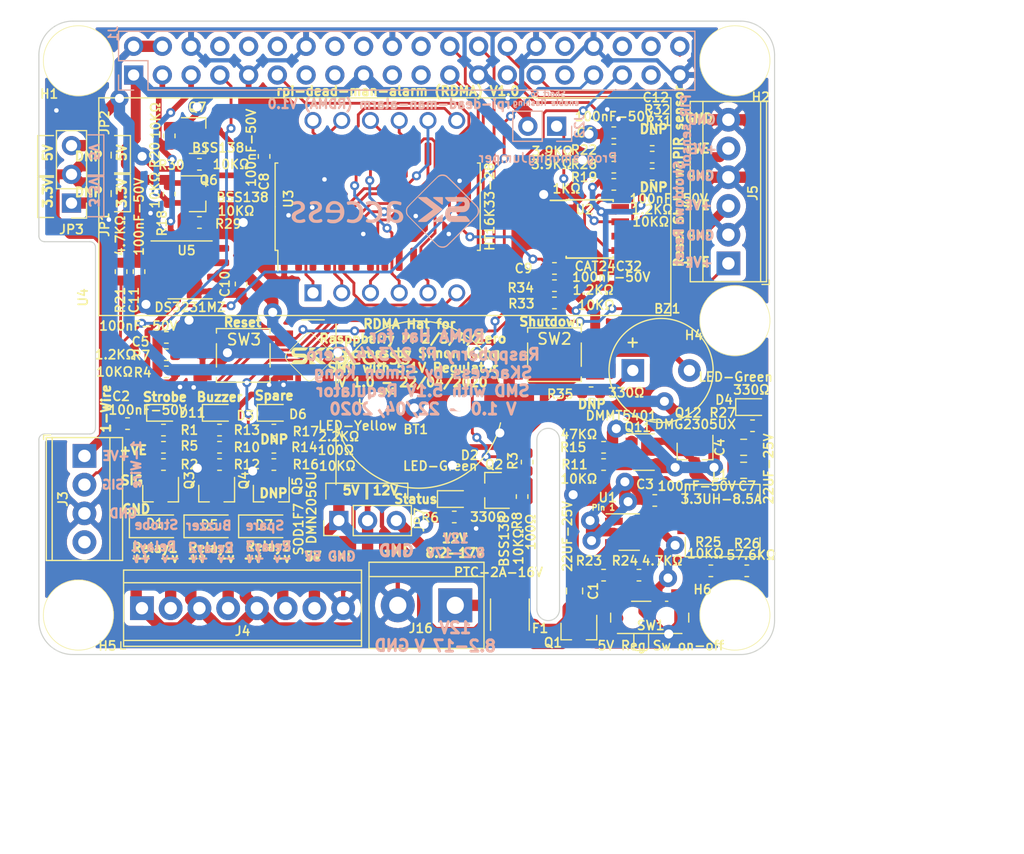
<source format=kicad_pcb>
(kicad_pcb (version 20171130) (host pcbnew "(5.1.5)-3")
  (title_block (title "rpi-dead-man-alarm (RDMA)") (date 2020-04-22) (rev 1.0) (company SKaccess) (comment 1 "By Simon Kong Win Chang") (comment 2 simon@skaccess.com))
  (layers (0 F.Cu signal) (31 B.Cu signal) (34 B.Paste user) (35 F.Paste user) (36 B.SilkS user) (37 F.SilkS user) (38 B.Mask user) (39 F.Mask user) (44 Edge.Cuts user))
  (net 0 "")
  (net 1 5V)
  (net 2 GND)
  (net 3 12V)
  (net 4 GPIO01)
  (net 5 GPIO14)
  (net 6 GPIO15)
  (net 7 GPIO17)
  (net 8 GPIO18)
  (net 9 GPIO27)
  (net 10 GPIO22)
  (net 11 GPIO23)
  (net 12 GPIO24)
  (net 13 GPIO10)
  (net 14 GPIO09)
  (net 15 GPIO25)
  (net 16 GPIO11)
  (net 17 GPIO08)
  (net 18 GPIO07)
  (net 19 GPIO00)
  (net 20 GPIO05)
  (net 21 GPIO06)
  (net 22 GPIO12)
  (net 23 GPIO19)
  (net 24 GPIO16)
  (net 25 GPIO26)
  (net 26 GPIO20)
  (net 27 GPIO21)
  (net 28 "Net-(Q3-Pad1)")
  (net 29 GPIO13)
  (net 30 GPIO03)
  (net 31 GPIO02)
  (net 32 12V-5V)
  (net 33 12V-unfused)
  (net 34 "Net-(R23-Pad2)")
  (net 35 "Net-(C3-Pad2)")
  (net 36 "Net-(C3-Pad1)")
  (net 37 "Net-(R25-Pad2)")
  (net 38 "Net-(C4-Pad1)")
  (net 39 "Net-(J22-Pad1)")
  (net 40 "Net-(Q11-Pad4)")
  (net 41 "Net-(Q11-Pad1)")
  (net 42 "Net-(D4-Pad2)")
  (net 43 "Net-(D11-Pad2)")
  (net 44 "Net-(SW1-Pad2)")
  (net 45 ST_LB_4)
  (net 46 ST_BL_6)
  (net 47 ST_BL_2)
  (net 48 "Net-(F1-Pad1)")
  (net 49 1-W-SIG-PI)
  (net 50 "Net-(D2-Pad2)")
  (net 51 "Net-(D3-Pad2)")
  (net 52 "Net-(D6-Pad2)")
  (net 53 1-W-Ps)
  (net 54 "Net-(Q2-Pad1)")
  (net 55 "Net-(Q4-Pad1)")
  (net 56 "Net-(Q5-Pad1)")
  (net 57 "Net-(BT1-Pad1)")
  (net 58 Buzzer-ve)
  (net 59 ST_TR_5)
  (net 60 ST_TR_3)
  (net 61 ST_TR_1)
  (net 62 SCL_HT)
  (net 63 SDA_HT)
  (net 64 "Net-(U3-Pad25)")
  (net 65 "Net-(U3-Pad24)")
  (net 66 "Net-(U3-Pad23)")
  (net 67 "Net-(U3-Pad22)")
  (net 68 "Net-(U3-Pad21)")
  (net 69 "Net-(U3-Pad20)")
  (net 70 "Net-(U3-Pad19)")
  (net 71 "Net-(U3-Pad18)")
  (net 72 "Net-(U3-Pad17)")
  (net 73 "Net-(U3-Pad16)")
  (net 74 "Net-(U3-Pad15)")
  (net 75 "Net-(U3-Pad14)")
  (net 76 "Net-(U3-Pad13)")
  (net 77 "Net-(U3-Pad12)")
  (net 78 "Net-(U3-Pad11)")
  (net 79 "Net-(U3-Pad10)")
  (net 80 "Net-(U3-Pad9)")
  (net 81 "Net-(U3-Pad8)")
  (net 82 "Net-(U3-Pad7)")
  (net 83 "Net-(U3-Pad6)")
  (net 84 "Net-(U3-Pad5)")
  (net 85 "Net-(U3-Pad4)")
  (net 86 "Net-(U3-Pad3)")
  (net 87 "Net-(U3-Pad2)")
  (net 88 "Net-(U5-Pad4)")
  (net 89 "Net-(U5-Pad3)")
  (net 90 "Net-(U5-Pad1)")
  (net 91 "Net-(D2-Pad1)")
  (module RDMA:BatteryHolder_Keystone_1056_1x1220 (layer F.Cu) (at 125.2855 86.868)
    (fp_text reference BT1 (at -0.254 2.2225) (layer F.SilkS) (effects (font (size 0.8 0.8))))
    (fp_text value Coin_1220)
    (fp_text user + (at -5.207 -0.127) (layer F.SilkS))
    (pad 1 smd rect (at -8 0) (size 4.4 2.6) (layers F.Cu F.Paste F.Mask) (net 57 "Net-(BT1-Pad1)"))
    (pad 2 smd rect (at 8 0) (size 4.4 2.6) (layers F.Cu F.Paste F.Mask) (net 2 GND))
    (pad "" np_thru_hole circle (at -3.9 0) (size 1.2 1.2) (drill 1.2) (layers *.Cu *.Mask))
    (pad "" np_thru_hole circle (at 3.6 0) (size 1.2 1.2) (drill 1.2) (layers *.Cu *.Mask))
  )
  (module RDMA:SW_SPST_TL3305A (layer F.Cu) (at 109.7915 82.55)
    (fp_text reference SW3 (at 0.0635 -1.397) (layer F.SilkS))
    (fp_text value SW_Push)
    (pad 2 smd rect (at -3.6 1.5) (size 1.6 1.4) (layers F.Cu F.Paste F.Mask) (net 2 GND))
    (pad 2 smd rect (at 3.6 1.5) (size 1.6 1.4) (layers F.Cu F.Paste F.Mask) (net 2 GND))
    (pad 1 smd rect (at -3.6 -1.5) (size 1.6 1.4) (layers F.Cu F.Paste F.Mask) (net 61 ST_TR_1))
    (pad 1 smd rect (at 3.6 -1.5) (size 1.6 1.4) (layers F.Cu F.Paste F.Mask) (net 61 ST_TR_1))
  )
  (module RDMA:SW_SPST_TL3305A (layer F.Cu) (at 137.287 82.4865)
    (fp_text reference SW2 (at 0 -1.397) (layer F.SilkS))
    (fp_text value SW_Push)
    (pad 2 smd rect (at -3.6 1.5) (size 1.6 1.4) (layers F.Cu F.Paste F.Mask) (net 2 GND))
    (pad 2 smd rect (at 3.6 1.5) (size 1.6 1.4) (layers F.Cu F.Paste F.Mask) (net 2 GND))
    (pad 1 smd rect (at -3.6 -1.5) (size 1.6 1.4) (layers F.Cu F.Paste F.Mask) (net 60 ST_TR_3))
    (pad 1 smd rect (at 3.6 -1.5) (size 1.6 1.4) (layers F.Cu F.Paste F.Mask) (net 60 ST_TR_3))
  )
  (module RDMA:Buzzer_9x5.5RM5.0 (layer F.Cu) (at 144.2085 83.8835)
    (fp_text reference BZ1 (at 3.048 -5.461) (layer F.SilkS) (effects (font (size 0.8 0.8))))
    (fp_text value Buzzer_Active)
    (fp_text user + (at -0.01 -2.54) (layer F.SilkS))
    (fp_text user + (at -0.01 -2.54) (layer F.SilkS))
    (pad 1 thru_hole rect (at 0 0) (size 2 2) (drill 1) (layers *.Cu *.Mask) (net 32 12V-5V))
    (pad 2 thru_hole circle (at 5 0) (size 2 2) (drill 1) (layers *.Cu *.Mask) (net 58 Buzzer-ve))
  )
  (module Resistor_SMD:R_0603_1608Metric (layer F.Cu) (at 134.874 91.986 90)
    (fp_text reference R3 (at 0.1015 -1.27 90) (layer F.SilkS) (effects (font (size 0.8 0.8))))
    (fp_text value 100Ω (at -6.185 0.3175 90) (layer F.SilkS) (effects (font (size 0.8 0.8))))
    (pad 2 smd roundrect (at 0.7875 0 90) (size 0.875 0.95) (layers F.Cu F.Paste F.Mask) (net 23 GPIO19))
    (pad 1 smd roundrect (at -0.7875 0 90) (size 0.875 0.95) (layers F.Cu F.Paste F.Mask) (net 54 "Net-(Q2-Pad1)"))
  )
  (module Display_7Segment:CA56-12EWA (layer F.Cu) (at 115.951 77.0255 90)
    (fp_text reference U4 (at -0.4 -20.31 90) (layer F.SilkS) (effects (font (size 0.8 0.8))))
    (fp_text value CC56-12EWA)
    (pad 12 thru_hole circle (at 15.24 0 90) (size 1.5 1.5) (drill 1) (layers *.Cu *.Mask) (net 87 "Net-(U3-Pad2)"))
    (pad 11 thru_hole circle (at 15.24 2.54 90) (size 1.5 1.5) (drill 1) (layers *.Cu *.Mask) (net 64 "Net-(U3-Pad25)"))
    (pad 10 thru_hole circle (at 15.24 5.08 90) (size 1.5 1.5) (drill 1) (layers *.Cu *.Mask) (net 69 "Net-(U3-Pad20)"))
    (pad 9 thru_hole circle (at 15.24 7.62 90) (size 1.5 1.5) (drill 1) (layers *.Cu *.Mask) (net 86 "Net-(U3-Pad3)"))
    (pad 8 thru_hole circle (at 15.24 10.16 90) (size 1.5 1.5) (drill 1) (layers *.Cu *.Mask) (net 85 "Net-(U3-Pad4)"))
    (pad 7 thru_hole circle (at 15.24 12.7 90) (size 1.5 1.5) (drill 1) (layers *.Cu *.Mask) (net 65 "Net-(U3-Pad24)"))
    (pad 6 thru_hole circle (at 0 12.7 90) (size 1.5 1.5) (drill 1) (layers *.Cu *.Mask) (net 84 "Net-(U3-Pad5)"))
    (pad 5 thru_hole circle (at 0 10.16 90) (size 1.5 1.5) (drill 1) (layers *.Cu *.Mask) (net 70 "Net-(U3-Pad19)"))
    (pad 4 thru_hole circle (at 0 7.62 90) (size 1.5 1.5) (drill 1) (layers *.Cu *.Mask) (net 66 "Net-(U3-Pad23)"))
    (pad 3 thru_hole circle (at 0 5.08 90) (size 1.5 1.5) (drill 1) (layers *.Cu *.Mask) (net 71 "Net-(U3-Pad18)"))
    (pad 2 thru_hole circle (at 0 2.54 90) (size 1.5 1.5) (drill 1) (layers *.Cu *.Mask) (net 67 "Net-(U3-Pad22)"))
    (pad 1 thru_hole rect (at 0 0 90) (size 1.5 1.5) (drill 1) (layers *.Cu *.Mask) (net 68 "Net-(U3-Pad21)"))
  )
  (module AAAA-footprint-temp:skaccessLogo2000 (layer B.Cu) (at 122.3645 69.7865 180)
    (fp_text reference G*** hide)
    (fp_text value LOGO hide)
  )
  (module pi-template:skaccessLogo3000 (layer F.Cu) (at 118.999 82.677)
    (fp_text reference G*** hide)
    (fp_text value LOGO hide)
  )
  (module Package_SO:SOIC-8_3.9x4.9mm_P1.27mm (layer F.Cu) (at 105.0925 74.9935)
    (fp_text reference U5 (at -0.3175 -1.7145) (layer F.SilkS) (effects (font (size 0.8 0.8))))
    (fp_text value DS3231MZ (at 0 3.302) (layer F.SilkS) (effects (font (size 0.8 0.8))))
    (pad 8 smd roundrect (at 2.475 -1.905) (size 1.95 0.6) (layers F.Cu F.Paste F.Mask) (net 30 GPIO03))
    (pad 7 smd roundrect (at 2.475 -0.635) (size 1.95 0.6) (layers F.Cu F.Paste F.Mask) (net 31 GPIO02))
    (pad 6 smd roundrect (at 2.475 0.635) (size 1.95 0.6) (layers F.Cu F.Paste F.Mask) (net 57 "Net-(BT1-Pad1)"))
    (pad 5 smd roundrect (at 2.475 1.905) (size 1.95 0.6) (layers F.Cu F.Paste F.Mask) (net 2 GND))
    (pad 4 smd roundrect (at -2.475 1.905) (size 1.95 0.6) (layers F.Cu F.Paste F.Mask) (net 88 "Net-(U5-Pad4)"))
    (pad 3 smd roundrect (at -2.475 0.635) (size 1.95 0.6) (layers F.Cu F.Paste F.Mask) (net 89 "Net-(U5-Pad3)"))
    (pad 2 smd roundrect (at -2.475 -0.635) (size 1.95 0.6) (layers F.Cu F.Paste F.Mask) (net 53 1-W-Ps))
    (pad 1 smd roundrect (at -2.475 -1.905) (size 1.95 0.6) (layers F.Cu F.Paste F.Mask) (net 90 "Net-(U5-Pad1)"))
  )
  (module Package_SO:SOIC-28W_7.5x17.9mm_P1.27mm (layer F.Cu) (at 121.666 69.4055 90)
    (fp_text reference U3 (at 0.6985 -7.874 90) (layer F.SilkS) (effects (font (size 0.8 0.8))))
    (fp_text value HT16K33-28 (at 0 9.9 90) (layer F.SilkS) (effects (font (size 0.8 0.8))))
    (pad 28 smd roundrect (at 4.65 -8.255 90) (size 2.05 0.6) (layers F.Cu F.Paste F.Mask) (net 1 5V))
    (pad 27 smd roundrect (at 4.65 -6.985 90) (size 2.05 0.6) (layers F.Cu F.Paste F.Mask) (net 63 SDA_HT))
    (pad 26 smd roundrect (at 4.65 -5.715 90) (size 2.05 0.6) (layers F.Cu F.Paste F.Mask) (net 62 SCL_HT))
    (pad 25 smd roundrect (at 4.65 -4.445 90) (size 2.05 0.6) (layers F.Cu F.Paste F.Mask) (net 64 "Net-(U3-Pad25)"))
    (pad 24 smd roundrect (at 4.65 -3.175 90) (size 2.05 0.6) (layers F.Cu F.Paste F.Mask) (net 65 "Net-(U3-Pad24)"))
    (pad 23 smd roundrect (at 4.65 -1.905 90) (size 2.05 0.6) (layers F.Cu F.Paste F.Mask) (net 66 "Net-(U3-Pad23)"))
    (pad 22 smd roundrect (at 4.65 -0.635 90) (size 2.05 0.6) (layers F.Cu F.Paste F.Mask) (net 67 "Net-(U3-Pad22)"))
    (pad 21 smd roundrect (at 4.65 0.635 90) (size 2.05 0.6) (layers F.Cu F.Paste F.Mask) (net 68 "Net-(U3-Pad21)"))
    (pad 20 smd roundrect (at 4.65 1.905 90) (size 2.05 0.6) (layers F.Cu F.Paste F.Mask) (net 69 "Net-(U3-Pad20)"))
    (pad 19 smd roundrect (at 4.65 3.175 90) (size 2.05 0.6) (layers F.Cu F.Paste F.Mask) (net 70 "Net-(U3-Pad19)"))
    (pad 18 smd roundrect (at 4.65 4.445 90) (size 2.05 0.6) (layers F.Cu F.Paste F.Mask) (net 71 "Net-(U3-Pad18)"))
    (pad 17 smd roundrect (at 4.65 5.715 90) (size 2.05 0.6) (layers F.Cu F.Paste F.Mask) (net 72 "Net-(U3-Pad17)"))
    (pad 16 smd roundrect (at 4.65 6.985 90) (size 2.05 0.6) (layers F.Cu F.Paste F.Mask) (net 73 "Net-(U3-Pad16)"))
    (pad 15 smd roundrect (at 4.65 8.255 90) (size 2.05 0.6) (layers F.Cu F.Paste F.Mask) (net 74 "Net-(U3-Pad15)"))
    (pad 14 smd roundrect (at -4.65 8.255 90) (size 2.05 0.6) (layers F.Cu F.Paste F.Mask) (net 75 "Net-(U3-Pad14)"))
    (pad 13 smd roundrect (at -4.65 6.985 90) (size 2.05 0.6) (layers F.Cu F.Paste F.Mask) (net 76 "Net-(U3-Pad13)"))
    (pad 12 smd roundrect (at -4.65 5.715 90) (size 2.05 0.6) (layers F.Cu F.Paste F.Mask) (net 77 "Net-(U3-Pad12)"))
    (pad 11 smd roundrect (at -4.65 4.445 90) (size 2.05 0.6) (layers F.Cu F.Paste F.Mask) (net 78 "Net-(U3-Pad11)"))
    (pad 10 smd roundrect (at -4.65 3.175 90) (size 2.05 0.6) (layers F.Cu F.Paste F.Mask) (net 79 "Net-(U3-Pad10)"))
    (pad 9 smd roundrect (at -4.65 1.905 90) (size 2.05 0.6) (layers F.Cu F.Paste F.Mask) (net 80 "Net-(U3-Pad9)"))
    (pad 8 smd roundrect (at -4.65 0.635 90) (size 2.05 0.6) (layers F.Cu F.Paste F.Mask) (net 81 "Net-(U3-Pad8)"))
    (pad 7 smd roundrect (at -4.65 -0.635 90) (size 2.05 0.6) (layers F.Cu F.Paste F.Mask) (net 82 "Net-(U3-Pad7)"))
    (pad 6 smd roundrect (at -4.65 -1.905 90) (size 2.05 0.6) (layers F.Cu F.Paste F.Mask) (net 83 "Net-(U3-Pad6)"))
    (pad 5 smd roundrect (at -4.65 -3.175 90) (size 2.05 0.6) (layers F.Cu F.Paste F.Mask) (net 84 "Net-(U3-Pad5)"))
    (pad 4 smd roundrect (at -4.65 -4.445 90) (size 2.05 0.6) (layers F.Cu F.Paste F.Mask) (net 85 "Net-(U3-Pad4)"))
    (pad 3 smd roundrect (at -4.65 -5.715 90) (size 2.05 0.6) (layers F.Cu F.Paste F.Mask) (net 86 "Net-(U3-Pad3)"))
    (pad 2 smd roundrect (at -4.65 -6.985 90) (size 2.05 0.6) (layers F.Cu F.Paste F.Mask) (net 87 "Net-(U3-Pad2)"))
    (pad 1 smd roundrect (at -4.65 -8.255 90) (size 2.05 0.6) (layers F.Cu F.Paste F.Mask) (net 2 GND))
  )
  (module Resistor_SMD:R_0603_1608Metric (layer F.Cu) (at 140.5255 85.852 180)
    (fp_text reference R35 (at 2.7305 -0.127) (layer F.SilkS) (effects (font (size 0.8 0.8))))
    (fp_text value 330Ω (at -3.1115 0) (layer F.SilkS) (effects (font (size 0.8 0.8))))
    (pad 2 smd roundrect (at 0.7875 0 180) (size 0.875 0.95) (layers F.Cu F.Paste F.Mask) (net 32 12V-5V))
    (pad 1 smd roundrect (at -0.7875 0 180) (size 0.875 0.95) (layers F.Cu F.Paste F.Mask) (net 32 12V-5V))
  )
  (module Resistor_SMD:R_0603_1608Metric (layer F.Cu) (at 145.923 65.024 180)
    (fp_text reference R32 (at -0.4445 4.191) (layer F.SilkS) (effects (font (size 0.8 0.8))))
    (fp_text value 1.2KΩ (at 0 -4.6355) (layer F.SilkS) (effects (font (size 0.8 0.8))))
    (pad 2 smd roundrect (at 0.7875 0 180) (size 0.875 0.95) (layers F.Cu F.Paste F.Mask) (net 20 GPIO05))
    (pad 1 smd roundrect (at -0.7875 0 180) (size 0.875 0.95) (layers F.Cu F.Paste F.Mask) (net 59 ST_TR_5))
  )
  (module Resistor_SMD:R_0603_1608Metric (layer F.Cu) (at 145.923 66.548)
    (fp_text reference R31 (at 0.5715 -4.699) (layer F.SilkS) (effects (font (size 0.8 0.8))))
    (fp_text value 10KΩ (at -0.127 4.191) (layer F.SilkS) (effects (font (size 0.8 0.8))))
    (pad 2 smd roundrect (at 0.7875 0) (size 0.875 0.95) (layers F.Cu F.Paste F.Mask) (net 53 1-W-Ps))
    (pad 1 smd roundrect (at -0.7875 0) (size 0.875 0.95) (layers F.Cu F.Paste F.Mask) (net 20 GPIO05))
  )
  (module Resistor_SMD:R_0603_1608Metric (layer F.Cu) (at 105.918 65.659 180)
    (fp_text reference R30 (at 2.4765 -0.0635) (layer F.SilkS) (effects (font (size 0.8 0.8))))
    (fp_text value 10KΩ (at -2.794 0) (layer F.SilkS) (effects (font (size 0.8 0.8))))
    (pad 2 smd roundrect (at 0.7875 0 180) (size 0.875 0.95) (layers F.Cu F.Paste F.Mask) (net 1 5V))
    (pad 1 smd roundrect (at -0.7875 0 180) (size 0.875 0.95) (layers F.Cu F.Paste F.Mask) (net 63 SDA_HT))
  )
  (module Resistor_SMD:R_0603_1608Metric (layer F.Cu) (at 105.918 70.8025 180)
    (fp_text reference R29 (at -2.54 -0.127) (layer F.SilkS) (effects (font (size 0.8 0.8))))
    (fp_text value 10KΩ (at -3.2385 1.016) (layer F.SilkS) (effects (font (size 0.8 0.8))))
    (pad 2 smd roundrect (at 0.7875 0 180) (size 0.875 0.95) (layers F.Cu F.Paste F.Mask) (net 1 5V))
    (pad 1 smd roundrect (at -0.7875 0 180) (size 0.875 0.95) (layers F.Cu F.Paste F.Mask) (net 62 SCL_HT))
  )
  (module Resistor_SMD:R_0603_1608Metric (layer F.Cu) (at 103.251 63.1445 90)
    (fp_text reference R20 (at -1.689 -1.27 90) (layer F.SilkS) (effects (font (size 0.8 0.8))))
    (fp_text value 10KΩ (at 1.359 -1.2065 90) (layer F.SilkS) (effects (font (size 0.8 0.8))))
    (pad 2 smd roundrect (at 0.7875 0 90) (size 0.875 0.95) (layers F.Cu F.Paste F.Mask) (net 53 1-W-Ps))
    (pad 1 smd roundrect (at -0.7875 0 90) (size 0.875 0.95) (layers F.Cu F.Paste F.Mask) (net 31 GPIO02))
  )
  (module Resistor_SMD:R_0603_1608Metric (layer F.Cu) (at 103.251 68.288 90)
    (fp_text reference R18 (at -2.578 -0.635 90) (layer F.SilkS) (effects (font (size 0.8 0.8))))
    (fp_text value 10KΩ (at 0.343 -1.27 90) (layer F.SilkS) (effects (font (size 0.8 0.8))))
    (pad 2 smd roundrect (at 0.7875 0 90) (size 0.875 0.95) (layers F.Cu F.Paste F.Mask) (net 53 1-W-Ps))
    (pad 1 smd roundrect (at -0.7875 0 90) (size 0.875 0.95) (layers F.Cu F.Paste F.Mask) (net 30 GPIO03))
  )
  (module Package_TO_SOT_SMD:SOT-23 (layer F.Cu) (at 105.7275 63.119)
    (fp_text reference Q7 (at 0 -2.5) (layer F.SilkS) (effects (font (size 0.8 0.8))))
    (fp_text value BSS138 (at 1.8415 1.0795) (layer F.SilkS) (effects (font (size 0.8 0.8))))
    (pad 3 smd rect (at 1 0) (size 0.9 0.8) (layers F.Cu F.Paste F.Mask) (net 63 SDA_HT))
    (pad 2 smd rect (at -1 0.95) (size 0.9 0.8) (layers F.Cu F.Paste F.Mask) (net 31 GPIO02))
    (pad 1 smd rect (at -1 -0.95) (size 0.9 0.8) (layers F.Cu F.Paste F.Mask) (net 53 1-W-Ps))
  )
  (module Package_TO_SOT_SMD:SOT-23 (layer F.Cu) (at 105.7275 68.2625)
    (fp_text reference Q6 (at 1.016 -1.2065) (layer F.SilkS) (effects (font (size 0.8 0.8))))
    (fp_text value BSS138 (at 4.0005 0.3175) (layer F.SilkS) (effects (font (size 0.8 0.8))))
    (pad 3 smd rect (at 1 0) (size 0.9 0.8) (layers F.Cu F.Paste F.Mask) (net 62 SCL_HT))
    (pad 2 smd rect (at -1 0.95) (size 0.9 0.8) (layers F.Cu F.Paste F.Mask) (net 30 GPIO03))
    (pad 1 smd rect (at -1 -0.95) (size 0.9 0.8) (layers F.Cu F.Paste F.Mask) (net 53 1-W-Ps))
  )
  (module Capacitor_SMD:C_0603_1608Metric (layer F.Cu) (at 145.923 63.5)
    (fp_text reference C12 (at 0.3175 -3.7465) (layer F.SilkS) (effects (font (size 0.8 0.8))))
    (fp_text value 100nF-50V (at 1.4605 5.207) (layer F.SilkS) (effects (font (size 0.8 0.8))))
    (pad 2 smd roundrect (at 0.7875 0) (size 0.875 0.95) (layers F.Cu F.Paste F.Mask) (net 2 GND))
    (pad 1 smd roundrect (at -0.7875 0) (size 0.875 0.95) (layers F.Cu F.Paste F.Mask) (net 20 GPIO05))
  )
  (module Capacitor_SMD:C_0603_1608Metric (layer F.Cu) (at 100.584 75.146 90)
    (fp_text reference C11 (at -2.5145 -0.4445 90) (layer F.SilkS) (effects (font (size 0.8 0.8))))
    (fp_text value 100nF-50V (at 4.8515 0 90) (layer F.SilkS) (effects (font (size 0.8 0.8))))
    (pad 2 smd roundrect (at 0.7875 0 90) (size 0.875 0.95) (layers F.Cu F.Paste F.Mask) (net 53 1-W-Ps))
    (pad 1 smd roundrect (at -0.7875 0 90) (size 0.875 0.95) (layers F.Cu F.Paste F.Mask) (net 2 GND))
  )
  (module Capacitor_SMD:C_0603_1608Metric (layer F.Cu) (at 109.601 76.238 90)
    (fp_text reference C10 (at 0 -1.43 90) (layer F.SilkS) (effects (font (size 0.8 0.8))))
    (fp_text value 100nF-50V)
    (pad 2 smd roundrect (at 0.7875 0 90) (size 0.875 0.95) (layers F.Cu F.Paste F.Mask) (net 57 "Net-(BT1-Pad1)"))
    (pad 1 smd roundrect (at -0.7875 0 90) (size 0.875 0.95) (layers F.Cu F.Paste F.Mask) (net 2 GND))
  )
  (module Capacitor_SMD:C_0603_1608Metric (layer F.Cu) (at 111.633 64.9605 270)
    (fp_text reference C8 (at 2.2225 0 90) (layer F.SilkS) (effects (font (size 0.8 0.8))))
    (fp_text value 100nF-50V (at -0.762 1.143 90) (layer F.SilkS) (effects (font (size 0.8 0.8))))
    (pad 2 smd roundrect (at 0.7875 0 270) (size 0.875 0.95) (layers F.Cu F.Paste F.Mask) (net 1 5V))
    (pad 1 smd roundrect (at -0.7875 0 270) (size 0.875 0.95) (layers F.Cu F.Paste F.Mask) (net 2 GND))
  )
  (module Resistor_SMD:R_0603_1608Metric (layer F.Cu) (at 137.287 76.3905 180)
    (fp_text reference R34 (at 2.9845 -0.1905) (layer F.SilkS) (effects (font (size 0.8 0.8))))
    (fp_text value 1.2KΩ (at -3.429 -0.381) (layer F.SilkS) (effects (font (size 0.8 0.8))))
    (pad 2 smd roundrect (at 0.7875 0 180) (size 0.875 0.95) (layers F.Cu F.Paste F.Mask) (net 7 GPIO17))
    (pad 1 smd roundrect (at -0.7875 0 180) (size 0.875 0.95) (layers F.Cu F.Paste F.Mask) (net 60 ST_TR_3))
  )
  (module Resistor_SMD:R_0603_1608Metric (layer F.Cu) (at 137.287 77.9145)
    (fp_text reference R33 (at -2.921 0.0635) (layer F.SilkS) (effects (font (size 0.8 0.8))))
    (fp_text value 10KΩ (at 3.683 0.1905) (layer F.SilkS) (effects (font (size 0.8 0.8))))
    (pad 2 smd roundrect (at 0.7875 0) (size 0.875 0.95) (layers F.Cu F.Paste F.Mask) (net 53 1-W-Ps))
    (pad 1 smd roundrect (at -0.7875 0) (size 0.875 0.95) (layers F.Cu F.Paste F.Mask) (net 7 GPIO17))
  )
  (module Capacitor_SMD:C_0603_1608Metric (layer F.Cu) (at 137.287 74.8665)
    (fp_text reference C9 (at -2.7305 0) (layer F.SilkS) (effects (font (size 0.8 0.8))))
    (fp_text value 100nF-50V (at 5.0165 0.762) (layer F.SilkS) (effects (font (size 0.8 0.8))))
    (pad 2 smd roundrect (at 0.7875 0) (size 0.875 0.95) (layers F.Cu F.Paste F.Mask) (net 2 GND))
    (pad 1 smd roundrect (at -0.7875 0) (size 0.875 0.95) (layers F.Cu F.Paste F.Mask) (net 7 GPIO17))
  )
  (module pi-template:TerminalBlock_TE_282834-6_1x06_P2.54mm_Horizontal (layer F.Cu) (at 152.654 74.422 90)
    (fp_text reference J5 (at 6.223 2.159 90) (layer F.SilkS) (effects (font (size 0.8 0.8))))
    (fp_text value Screw_Terminal_01x06_Top_Right)
    (pad 6 thru_hole circle (at 12.7 0 90) (size 2.1 2.1) (drill 1.1) (layers *.Cu *.Mask) (net 2 GND))
    (pad 5 thru_hole circle (at 10.16 0 90) (size 2.1 2.1) (drill 1.1) (layers *.Cu *.Mask) (net 59 ST_TR_5))
    (pad 4 thru_hole circle (at 7.62 0 90) (size 2.1 2.1) (drill 1.1) (layers *.Cu *.Mask) (net 2 GND))
    (pad 3 thru_hole circle (at 5.08 0 90) (size 2.1 2.1) (drill 1.1) (layers *.Cu *.Mask) (net 60 ST_TR_3))
    (pad 2 thru_hole circle (at 2.54 0 90) (size 2.1 2.1) (drill 1.1) (layers *.Cu *.Mask) (net 2 GND))
    (pad 1 thru_hole rect (at 0 0 90) (size 2.1 2.1) (drill 1.1) (layers *.Cu *.Mask) (net 61 ST_TR_1))
  )
  (module pi-template:TerminalBlock_bornier-2_P5.08mm (layer F.Cu) (at 128.524 104.648 180)
    (fp_text reference J16 (at 3.048 -2.032 180) (layer F.SilkS) (effects (font (size 0.8 0.8))))
    (fp_text value 12Vpsu)
    (pad 2 thru_hole circle (at 5.08 0 180) (size 3 3) (drill 1.52) (layers *.Cu *.Mask) (net 2 GND))
    (pad 1 thru_hole rect (at 0 0 180) (size 3 3) (drill 1.52) (layers *.Cu *.Mask) (net 33 12V-unfused))
  )
  (module pi-template:TerminalBlock_TE_282834-8_1x08_P2.54mm_Horizontal (layer F.Cu) (at 100.838 104.902)
    (fp_text reference J4 (at 8.89 2.032) (layer F.SilkS) (effects (font (size 0.8 0.8))))
    (fp_text value Screw_Terminal_01x08_Bottom_Left)
    (pad 8 thru_hole circle (at 17.78 0) (size 2.1 2.1) (drill 1.1) (layers *.Cu *.Mask) (net 2 GND))
    (pad 7 thru_hole circle (at 15.24 0) (size 2.1 2.1) (drill 1.1) (layers *.Cu *.Mask) (net 1 5V))
    (pad 6 thru_hole circle (at 12.7 0) (size 2.1 2.1) (drill 1.1) (layers *.Cu *.Mask) (net 46 ST_BL_6))
    (pad 5 thru_hole circle (at 10.16 0) (size 2.1 2.1) (drill 1.1) (layers *.Cu *.Mask) (net 32 12V-5V))
    (pad 4 thru_hole circle (at 7.62 0) (size 2.1 2.1) (drill 1.1) (layers *.Cu *.Mask) (net 58 Buzzer-ve))
    (pad 3 thru_hole circle (at 5.08 0) (size 2.1 2.1) (drill 1.1) (layers *.Cu *.Mask) (net 32 12V-5V))
    (pad 2 thru_hole circle (at 2.54 0) (size 2.1 2.1) (drill 1.1) (layers *.Cu *.Mask) (net 47 ST_BL_2))
    (pad 1 thru_hole rect (at 0 0) (size 2.1 2.1) (drill 1.1) (layers *.Cu *.Mask) (net 32 12V-5V))
  )
  (module pi-template:TerminalBlock_TE_282834-4_1x04_P2.54mm_Horizontal (layer F.Cu) (at 95.758 91.44 270)
    (fp_text reference J3 (at 3.81 1.905 270) (layer F.SilkS) (effects (font (size 0.8 0.8))))
    (fp_text value Screw_Terminal_01x04_Left_Bottom)
    (pad 4 thru_hole circle (at 7.62 0 270) (size 2.1 2.1) (drill 1.1) (layers *.Cu *.Mask) (net 45 ST_LB_4))
    (pad 3 thru_hole circle (at 5.08 0 270) (size 2.1 2.1) (drill 1.1) (layers *.Cu *.Mask) (net 2 GND))
    (pad 2 thru_hole circle (at 2.54 0 270) (size 2.1 2.1) (drill 1.1) (layers *.Cu *.Mask) (net 49 1-W-SIG-PI))
    (pad 1 thru_hole rect (at 0 0 270) (size 2.1 2.1) (drill 1.1) (layers *.Cu *.Mask) (net 53 1-W-Ps))
  )
  (module Connector_PinHeader_2.54mm:PinHeader_1x03_P2.54mm_Vertical (layer F.Cu) (at 118.237 97.155 90)
    (fp_text reference JP7 (at 0.0635 7.112 90) (layer F.SilkS) (effects (font (size 0.8 0.8))))
    (fp_text value Jumper_3_Bridged12)
    (pad 3 thru_hole oval (at 0 5.08 90) (size 1.7 1.7) (drill 1) (layers *.Cu *.Mask) (net 3 12V))
    (pad 2 thru_hole oval (at 0 2.54 90) (size 1.7 1.7) (drill 1) (layers *.Cu *.Mask) (net 32 12V-5V))
    (pad 1 thru_hole rect (at 0 0 90) (size 1.7 1.7) (drill 1) (layers *.Cu *.Mask) (net 1 5V))
  )
  (module Resistor_SMD:R_0603_1608Metric (layer F.Cu) (at 98.9965 75.146 270)
    (fp_text reference R21 (at 2.5145 0.0635 270) (layer F.SilkS) (effects (font (size 0.8 0.8))))
    (fp_text value 4.7KΩ (at -3.175 0.0635 270) (layer F.SilkS) (effects (font (size 0.8 0.8))))
    (pad 2 smd roundrect (at 0.7875 0 270) (size 0.875 0.95) (layers F.Cu F.Paste F.Mask) (net 49 1-W-SIG-PI))
    (pad 1 smd roundrect (at -0.7875 0 270) (size 0.875 0.95) (layers F.Cu F.Paste F.Mask) (net 53 1-W-Ps))
  )
  (module Capacitor_SMD:C_0603_1608Metric (layer F.Cu) (at 99.568 88.5825 180)
    (fp_text reference C2 (at 0.5715 2.413 180) (layer F.SilkS) (effects (font (size 0.8 0.8))))
    (fp_text value 100nF-50V (at -1.778 1.2065 180) (layer F.SilkS) (effects (font (size 0.8 0.8))))
    (pad 2 smd roundrect (at 0.7875 0 180) (size 0.875 0.95) (layers F.Cu F.Paste F.Mask) (net 53 1-W-Ps))
    (pad 1 smd roundrect (at -0.7875 0 180) (size 0.875 0.95) (layers F.Cu F.Paste F.Mask) (net 2 GND))
  )
  (module Diode_SMD:D_SOD-123 (layer F.Cu) (at 101.981 97.663)
    (fp_text reference D1 (at 0 -0.254) (layer F.SilkS) (effects (font (size 0.8 0.8))))
    (fp_text value SOD1F7)
    (pad 2 smd rect (at 1.65 0) (size 0.9 1.2) (layers F.Cu F.Paste F.Mask) (net 47 ST_BL_2))
    (pad 1 smd rect (at -1.65 0) (size 0.9 1.2) (layers F.Cu F.Paste F.Mask) (net 32 12V-5V))
  )
  (module Resistor_SMD:R_0603_1608Metric (layer F.Cu) (at 112.4965 89.154 180)
    (fp_text reference R17 (at -2.8195 -0.127 180) (layer F.SilkS) (effects (font (size 0.8 0.8))))
    (fp_text value 2.2KΩ (at -5.7405 -0.5715 180) (layer F.SilkS) (effects (font (size 0.8 0.8))))
    (pad 2 smd roundrect (at 0.7875 0 180) (size 0.875 0.95) (layers F.Cu F.Paste F.Mask) (net 32 12V-5V))
    (pad 1 smd roundrect (at -0.7875 0 180) (size 0.875 0.95) (layers F.Cu F.Paste F.Mask) (net 52 "Net-(D6-Pad2)"))
  )
  (module Resistor_SMD:R_0603_1608Metric (layer F.Cu) (at 112.4965 92.202)
    (fp_text reference R16 (at 2.8195 0) (layer F.SilkS) (effects (font (size 0.8 0.8))))
    (fp_text value 10KΩ (at 5.6135 0.127) (layer F.SilkS) (effects (font (size 0.8 0.8))))
    (pad 2 smd roundrect (at 0.7875 0) (size 0.875 0.95) (layers F.Cu F.Paste F.Mask) (net 56 "Net-(Q5-Pad1)"))
    (pad 1 smd roundrect (at -0.7875 0) (size 0.875 0.95) (layers F.Cu F.Paste F.Mask) (net 2 GND))
  )
  (module Resistor_SMD:R_0603_1608Metric (layer F.Cu) (at 112.4965 90.678)
    (fp_text reference R14 (at 2.6925 0) (layer F.SilkS) (effects (font (size 0.8 0.8))))
    (fp_text value 100Ω (at 5.4865 0.254) (layer F.SilkS) (effects (font (size 0.8 0.8))))
    (pad 2 smd roundrect (at 0.7875 0) (size 0.875 0.95) (layers F.Cu F.Paste F.Mask) (net 56 "Net-(Q5-Pad1)"))
    (pad 1 smd roundrect (at -0.7875 0) (size 0.875 0.95) (layers F.Cu F.Paste F.Mask) (net 18 GPIO07))
  )
  (module Resistor_SMD:R_0603_1608Metric (layer F.Cu) (at 107.696 89.154 180)
    (fp_text reference R13 (at -2.413 0 180) (layer F.SilkS) (effects (font (size 0.8 0.8))))
    (fp_text value 2.2KΩ)
    (pad 2 smd roundrect (at 0.7875 0 180) (size 0.875 0.95) (layers F.Cu F.Paste F.Mask) (net 32 12V-5V))
    (pad 1 smd roundrect (at -0.7875 0 180) (size 0.875 0.95) (layers F.Cu F.Paste F.Mask) (net 51 "Net-(D3-Pad2)"))
  )
  (module Resistor_SMD:R_0603_1608Metric (layer F.Cu) (at 107.696 92.202)
    (fp_text reference R12 (at 2.413 0) (layer F.SilkS) (effects (font (size 0.8 0.8))))
    (fp_text value 10KΩ)
    (pad 2 smd roundrect (at 0.7875 0) (size 0.875 0.95) (layers F.Cu F.Paste F.Mask) (net 55 "Net-(Q4-Pad1)"))
    (pad 1 smd roundrect (at -0.7875 0) (size 0.875 0.95) (layers F.Cu F.Paste F.Mask) (net 2 GND))
  )
  (module Resistor_SMD:R_0603_1608Metric (layer F.Cu) (at 107.696 90.678)
    (fp_text reference R10 (at 2.413 0) (layer F.SilkS) (effects (font (size 0.8 0.8))))
    (fp_text value 100Ω)
    (pad 2 smd roundrect (at 0.7875 0) (size 0.875 0.95) (layers F.Cu F.Paste F.Mask) (net 55 "Net-(Q4-Pad1)"))
    (pad 1 smd roundrect (at -0.7875 0) (size 0.875 0.95) (layers F.Cu F.Paste F.Mask) (net 17 GPIO08))
  )
  (module Resistor_SMD:R_0603_1608Metric (layer F.Cu) (at 134.4295 95.034 270)
    (fp_text reference R8 (at 2.121 0.4445 270) (layer F.SilkS) (effects (font (size 0.8 0.8))))
    (fp_text value 10KΩ (at 4.407 0.3175 270) (layer F.SilkS) (effects (font (size 0.8 0.8))))
    (pad 2 smd roundrect (at 0.7875 0 270) (size 0.875 0.95) (layers F.Cu F.Paste F.Mask) (net 54 "Net-(Q2-Pad1)"))
    (pad 1 smd roundrect (at -0.7875 0 270) (size 0.875 0.95) (layers F.Cu F.Paste F.Mask) (net 2 GND))
  )
  (module Resistor_SMD:R_0603_1608Metric (layer F.Cu) (at 128.435 96.8375 180)
    (fp_text reference R6 (at 2.1335 -0.0635 180) (layer F.SilkS) (effects (font (size 0.8 0.8))))
    (fp_text value 330Ω (at -3.01 0 180) (layer F.SilkS) (effects (font (size 0.8 0.8))))
    (pad 2 smd roundrect (at 0.7875 0 180) (size 0.875 0.95) (layers F.Cu F.Paste F.Mask) (net 1 5V))
    (pad 1 smd roundrect (at -0.7875 0 180) (size 0.875 0.95) (layers F.Cu F.Paste F.Mask) (net 50 "Net-(D2-Pad2)"))
  )
  (module Resistor_SMD:R_0603_1608Metric (layer F.Cu) (at 102.743 92.202)
    (fp_text reference R2 (at 2.286 0) (layer F.SilkS) (effects (font (size 0.8 0.8))))
    (fp_text value 10KΩ)
    (pad 2 smd roundrect (at 0.7875 0) (size 0.875 0.95) (layers F.Cu F.Paste F.Mask) (net 28 "Net-(Q3-Pad1)"))
    (pad 1 smd roundrect (at -0.7875 0) (size 0.875 0.95) (layers F.Cu F.Paste F.Mask) (net 2 GND))
  )
  (module Resistor_SMD:R_0603_1608Metric (layer F.Cu) (at 102.743 89.154 180)
    (fp_text reference R1 (at -2.286 0 180) (layer F.SilkS) (effects (font (size 0.8 0.8))))
    (fp_text value 2.2KΩ)
    (pad 2 smd roundrect (at 0.7875 0 180) (size 0.875 0.95) (layers F.Cu F.Paste F.Mask) (net 32 12V-5V))
    (pad 1 smd roundrect (at -0.7875 0 180) (size 0.875 0.95) (layers F.Cu F.Paste F.Mask) (net 43 "Net-(D11-Pad2)"))
  )
  (module Package_TO_SOT_SMD:SOT-23 (layer F.Cu) (at 112.268 94.742 270)
    (fp_text reference Q5 (at -0.635 -2.286 270) (layer F.SilkS) (effects (font (size 0.8 0.8))))
    (fp_text value DMN2056U (at 1.27 -3.556 270) (layer F.SilkS) (effects (font (size 0.8 0.8))))
    (pad 3 smd rect (at 1 0 270) (size 0.9 0.8) (layers F.Cu F.Paste F.Mask) (net 46 ST_BL_6))
    (pad 2 smd rect (at -1 0.95 270) (size 0.9 0.8) (layers F.Cu F.Paste F.Mask) (net 2 GND))
    (pad 1 smd rect (at -1 -0.95 270) (size 0.9 0.8) (layers F.Cu F.Paste F.Mask) (net 56 "Net-(Q5-Pad1)"))
  )
  (module Package_TO_SOT_SMD:SOT-23 (layer F.Cu) (at 107.442 94.742 270)
    (fp_text reference Q4 (at -1.143 -2.413 270) (layer F.SilkS) (effects (font (size 0.8 0.8))))
    (fp_text value DMN2056U)
    (pad 3 smd rect (at 1 0 270) (size 0.9 0.8) (layers F.Cu F.Paste F.Mask) (net 58 Buzzer-ve))
    (pad 2 smd rect (at -1 0.95 270) (size 0.9 0.8) (layers F.Cu F.Paste F.Mask) (net 2 GND))
    (pad 1 smd rect (at -1 -0.95 270) (size 0.9 0.8) (layers F.Cu F.Paste F.Mask) (net 55 "Net-(Q4-Pad1)"))
  )
  (module Package_TO_SOT_SMD:SOT-23 (layer F.Cu) (at 131.8895 94.488 180)
    (fp_text reference Q2 (at -0.0635 2.286 180) (layer F.SilkS) (effects (font (size 0.8 0.8))))
    (fp_text value BSS138 (at -0.9525 -4.445 270) (layer F.SilkS) (effects (font (size 0.8 0.8))))
    (pad 3 smd rect (at 1 0 180) (size 0.9 0.8) (layers F.Cu F.Paste F.Mask) (net 91 "Net-(D2-Pad1)"))
    (pad 2 smd rect (at -1 0.95 180) (size 0.9 0.8) (layers F.Cu F.Paste F.Mask) (net 2 GND))
    (pad 1 smd rect (at -1 -0.95 180) (size 0.9 0.8) (layers F.Cu F.Paste F.Mask) (net 54 "Net-(Q2-Pad1)"))
  )
  (module Connector_PinHeader_2.54mm:PinHeader_1x03_P2.54mm_Vertical (layer F.Cu) (at 94.615 69.088 180)
    (fp_text reference JP3 (at 0 -2.33) (layer F.SilkS) (effects (font (size 0.8 0.8))))
    (fp_text value Jumper_3_Bridged12)
    (pad 3 thru_hole oval (at 0 5.08 180) (size 1.7 1.7) (drill 1) (layers *.Cu *.Mask) (net 1 5V))
    (pad 2 thru_hole oval (at 0 2.54 180) (size 1.7 1.7) (drill 1) (layers *.Cu *.Mask) (net 53 1-W-Ps))
    (pad 1 thru_hole rect (at 0 0 180) (size 1.7 1.7) (drill 1) (layers *.Cu *.Mask) (net 53 1-W-Ps))
  )
  (module Resistor_SMD:R_0805_2012Metric (layer F.Cu) (at 97.409 64.8485 270)
    (fp_text reference JP2 (at -2.8725 -0.127 270) (layer F.SilkS) (effects (font (size 0.8 0.8))))
    (fp_text value SolderJumper_2_Open)
    (pad 2 smd roundrect (at 0.9375 0 270) (size 0.975 1.4) (layers F.Cu F.Paste F.Mask) (net 53 1-W-Ps))
    (pad 1 smd roundrect (at -0.9375 0 270) (size 0.975 1.4) (layers F.Cu F.Paste F.Mask) (net 1 5V))
  )
  (module Resistor_SMD:R_0805_2012Metric (layer F.Cu) (at 97.409 68.2475 90)
    (fp_text reference JP1 (at -2.7455 0.127 90) (layer F.SilkS) (effects (font (size 0.8 0.8))))
    (fp_text value SolderJumper_2_Open)
    (pad 2 smd roundrect (at 0.9375 0 90) (size 0.975 1.4) (layers F.Cu F.Paste F.Mask) (net 53 1-W-Ps))
    (pad 1 smd roundrect (at -0.9375 0 90) (size 0.975 1.4) (layers F.Cu F.Paste F.Mask) (net 53 1-W-Ps))
  )
  (module LED_SMD:LED_0603_1608Metric (layer F.Cu) (at 102.743 87.63)
    (fp_text reference D11 (at 2.54 0) (layer F.SilkS) (effects (font (size 0.8 0.8))))
    (fp_text value LED-Yellow)
    (pad 2 smd roundrect (at 0.7875 0) (size 0.875 0.95) (layers F.Cu F.Paste F.Mask) (net 43 "Net-(D11-Pad2)"))
    (pad 1 smd roundrect (at -0.7875 0) (size 0.875 0.95) (layers F.Cu F.Paste F.Mask) (net 47 ST_BL_2))
  )
  (module Diode_SMD:D_SOD-123 (layer F.Cu) (at 111.633 97.663)
    (fp_text reference D7 (at 0 -0.127) (layer F.SilkS) (effects (font (size 0.8 0.8))))
    (fp_text value SOD1F7 (at 3.048 0.254 90) (layer F.SilkS) (effects (font (size 0.8 0.8))))
    (pad 2 smd rect (at 1.65 0) (size 0.9 1.2) (layers F.Cu F.Paste F.Mask) (net 46 ST_BL_6))
    (pad 1 smd rect (at -1.65 0) (size 0.9 1.2) (layers F.Cu F.Paste F.Mask) (net 32 12V-5V))
  )
  (module LED_SMD:LED_0603_1608Metric (layer F.Cu) (at 112.522 87.63)
    (fp_text reference D6 (at 2.0955 0.127) (layer F.SilkS) (effects (font (size 0.8 0.8))))
    (fp_text value LED-Yellow (at 7.366 1.143) (layer F.SilkS) (effects (font (size 0.8 0.8))))
    (pad 2 smd roundrect (at 0.7875 0) (size 0.875 0.95) (layers F.Cu F.Paste F.Mask) (net 52 "Net-(D6-Pad2)"))
    (pad 1 smd roundrect (at -0.7875 0) (size 0.875 0.95) (layers F.Cu F.Paste F.Mask) (net 46 ST_BL_6))
  )
  (module Diode_SMD:D_SOD-123 (layer F.Cu) (at 106.807 97.663)
    (fp_text reference D5 (at 0 -0.127) (layer F.SilkS) (effects (font (size 0.8 0.8))))
    (fp_text value SOD1F7)
    (pad 2 smd rect (at 1.65 0) (size 0.9 1.2) (layers F.Cu F.Paste F.Mask) (net 58 Buzzer-ve))
    (pad 1 smd rect (at -1.65 0) (size 0.9 1.2) (layers F.Cu F.Paste F.Mask) (net 32 12V-5V))
  )
  (module LED_SMD:LED_0603_1608Metric (layer F.Cu) (at 107.6705 87.63)
    (fp_text reference D3 (at 2.3115 0.254) (layer F.SilkS) (effects (font (size 0.8 0.8))))
    (fp_text value LED-Yellow)
    (pad 2 smd roundrect (at 0.7875 0) (size 0.875 0.95) (layers F.Cu F.Paste F.Mask) (net 51 "Net-(D3-Pad2)"))
    (pad 1 smd roundrect (at -0.7875 0) (size 0.875 0.95) (layers F.Cu F.Paste F.Mask) (net 58 Buzzer-ve))
  )
  (module LED_SMD:LED_0603_1608Metric (layer F.Cu) (at 128.435 95.25)
    (fp_text reference D2 (at 1.359 -3.8735) (layer F.SilkS) (effects (font (size 0.8 0.8))))
    (fp_text value LED-Green (at -1.2445 -2.921) (layer F.SilkS) (effects (font (size 0.8 0.8))))
    (pad 2 smd roundrect (at 0.7875 0) (size 0.875 0.95) (layers F.Cu F.Paste F.Mask) (net 50 "Net-(D2-Pad2)"))
    (pad 1 smd roundrect (at -0.7875 0) (size 0.875 0.95) (layers F.Cu F.Paste F.Mask) (net 91 "Net-(D2-Pad1)"))
  )
  (module pi-template:L_6.3x6.3_H3_HandSolder (layer F.Cu) (at 152.146 97.155)
    (fp_text reference L1 (at -0.254 -4.064) (layer F.SilkS) (effects (font (size 0.8 0.8))))
    (fp_text value 3.3UH-8.5A (at -0.127 -1.905) (layer F.SilkS) (effects (font (size 0.8 0.8))))
    (pad 2 smd rect (at 2.75 0) (size 2 2.4) (drill (offset 0.25 0)) (layers F.Cu F.Paste F.Mask) (net 38 "Net-(C4-Pad1)"))
    (pad 1 smd rect (at -2.75 0) (size 2 2.4) (drill (offset -0.25 0)) (layers F.Cu F.Paste F.Mask) (net 36 "Net-(C3-Pad1)"))
  )
  (module Capacitor_SMD:C_0805_2012Metric (layer F.Cu) (at 154.0025 92.71)
    (fp_text reference C7 (at 0.3025 1.397 180) (layer F.SilkS) (effects (font (size 0.8 0.8))))
    (fp_text value 22UF-25V (at 2.2075 -0.127 90) (layer F.SilkS) (effects (font (size 0.8 0.8))))
    (pad 2 smd roundrect (at 0.9375 0) (size 0.975 1.4) (layers F.Cu F.Paste F.Mask) (net 38 "Net-(C4-Pad1)"))
    (pad 1 smd roundrect (at -0.9375 0) (size 0.975 1.4) (layers F.Cu F.Paste F.Mask) (net 2 GND))
  )
  (module Resistor_SMD:R_0603_1608Metric (layer F.Cu) (at 154.2795 101.6)
    (fp_text reference R26 (at 0.0255 -2.413) (layer F.SilkS) (effects (font (size 0.8 0.8))))
    (fp_text value 57.6KΩ (at 0.4065 -1.397) (layer F.SilkS) (effects (font (size 0.8 0.8))))
    (pad 2 smd roundrect (at 0.7875 0) (size 0.875 0.95) (layers F.Cu F.Paste F.Mask) (net 38 "Net-(C4-Pad1)"))
    (pad 1 smd roundrect (at -0.7875 0) (size 0.875 0.95) (layers F.Cu F.Paste F.Mask) (net 37 "Net-(R25-Pad2)"))
  )
  (module Resistor_SMD:R_0603_1608Metric (layer F.Cu) (at 142.532 65.913 180)
    (fp_text reference R28 (at 2.6415 0.254 180) (layer F.SilkS) (effects (font (size 0.8 0.8))))
    (fp_text value 3.9KΩ (at 5.499 0.254 180) (layer F.SilkS) (effects (font (size 0.8 0.8))))
    (pad 2 smd roundrect (at 0.7875 0 180) (size 0.875 0.95) (layers F.Cu F.Paste F.Mask) (net 53 1-W-Ps))
    (pad 1 smd roundrect (at -0.7875 0 180) (size 0.875 0.95) (layers F.Cu F.Paste F.Mask) (net 19 GPIO00))
  )
  (module Resistor_SMD:R_0603_1608Metric (layer F.Cu) (at 154.7875 88.773 180)
    (fp_text reference R27 (at 2.6415 1.143 180) (layer F.SilkS) (effects (font (size 0.8 0.8))))
    (fp_text value 330Ω (at 0.1015 3.175 180) (layer F.SilkS) (effects (font (size 0.8 0.8))))
    (pad 2 smd roundrect (at 0.7875 0 180) (size 0.875 0.95) (layers F.Cu F.Paste F.Mask) (net 38 "Net-(C4-Pad1)"))
    (pad 1 smd roundrect (at -0.7875 0 180) (size 0.875 0.95) (layers F.Cu F.Paste F.Mask) (net 42 "Net-(D4-Pad2)"))
  )
  (module Resistor_SMD:R_0603_1608Metric (layer F.Cu) (at 151.1045 101.6)
    (fp_text reference R25 (at -0.2285 -2.54) (layer F.SilkS) (effects (font (size 0.8 0.8))))
    (fp_text value 10KΩ (at -0.4825 -1.524) (layer F.SilkS) (effects (font (size 0.8 0.8))))
    (pad 2 smd roundrect (at 0.7875 0) (size 0.875 0.95) (layers F.Cu F.Paste F.Mask) (net 37 "Net-(R25-Pad2)"))
    (pad 1 smd roundrect (at -0.7875 0) (size 0.875 0.95) (layers F.Cu F.Paste F.Mask) (net 2 GND))
  )
  (module Resistor_SMD:R_0603_1608Metric (layer F.Cu) (at 144.7545 101.981)
    (fp_text reference R24 (at -1.2445 -1.27) (layer F.SilkS) (effects (font (size 0.8 0.8))))
    (fp_text value 4.7KΩ (at 2.0575 -1.27) (layer F.SilkS) (effects (font (size 0.8 0.8))))
    (pad 2 smd roundrect (at 0.7875 0) (size 0.875 0.95) (layers F.Cu F.Paste F.Mask) (net 2 GND))
    (pad 1 smd roundrect (at -0.7875 0) (size 0.875 0.95) (layers F.Cu F.Paste F.Mask) (net 34 "Net-(R23-Pad2)"))
  )
  (module Resistor_SMD:R_0603_1608Metric (layer F.Cu) (at 141.6305 101.981)
    (fp_text reference R23 (at -1.2955 -1.27) (layer F.SilkS) (effects (font (size 0.8 0.8))))
    (fp_text value 4.7KΩ)
    (pad 1 smd roundrect (at -0.7875 0) (size 0.875 0.95) (layers F.Cu F.Paste F.Mask) (net 3 12V))
    (pad 2 smd roundrect (at 0.7875 0) (size 0.875 0.95) (layers F.Cu F.Paste F.Mask) (net 34 "Net-(R23-Pad2)"))
  )
  (module Resistor_SMD:R_0603_1608Metric (layer F.Cu) (at 142.532 64.389 180)
    (fp_text reference R22 (at 2.6415 0 180) (layer F.SilkS) (effects (font (size 0.8 0.8))))
    (fp_text value 3.9KΩ (at 5.4355 -0.127 180) (layer F.SilkS) (effects (font (size 0.8 0.8))))
    (pad 2 smd roundrect (at 0.7875 0 180) (size 0.875 0.95) (layers F.Cu F.Paste F.Mask) (net 53 1-W-Ps))
    (pad 1 smd roundrect (at -0.7875 0 180) (size 0.875 0.95) (layers F.Cu F.Paste F.Mask) (net 4 GPIO01))
  )
  (module Resistor_SMD:R_0603_1608Metric (layer F.Cu) (at 142.532 67.437 180)
    (fp_text reference R19 (at 2.6415 0.635 180) (layer F.SilkS) (effects (font (size 0.8 0.8))))
    (fp_text value 1KΩ (at 4.1655 -0.381 180) (layer F.SilkS) (effects (font (size 0.8 0.8))))
    (pad 2 smd roundrect (at 0.7875 0 180) (size 0.875 0.95) (layers F.Cu F.Paste F.Mask) (net 53 1-W-Ps))
    (pad 1 smd roundrect (at -0.7875 0 180) (size 0.875 0.95) (layers F.Cu F.Paste F.Mask) (net 39 "Net-(J22-Pad1)"))
  )
  (module Resistor_SMD:R_0603_1608Metric (layer F.Cu) (at 141.6305 90.678)
    (fp_text reference R15 (at -2.6925 0) (layer F.SilkS) (effects (font (size 0.8 0.8))))
    (fp_text value 47KΩ (at -2.1845 -1.143) (layer F.SilkS) (effects (font (size 0.8 0.8))))
    (pad 2 smd roundrect (at 0.7875 0) (size 0.875 0.95) (layers F.Cu F.Paste F.Mask) (net 40 "Net-(Q11-Pad4)"))
    (pad 1 smd roundrect (at -0.7875 0) (size 0.875 0.95) (layers F.Cu F.Paste F.Mask) (net 2 GND))
  )
  (module Resistor_SMD:R_0603_1608Metric (layer F.Cu) (at 141.6305 92.202)
    (fp_text reference R11 (at -2.5655 0) (layer F.SilkS) (effects (font (size 0.8 0.8))))
    (fp_text value 10KΩ (at -2.1845 1.27) (layer F.SilkS) (effects (font (size 0.8 0.8))))
    (pad 2 smd roundrect (at 0.7875 0) (size 0.875 0.95) (layers F.Cu F.Paste F.Mask) (net 41 "Net-(Q11-Pad1)"))
    (pad 1 smd roundrect (at -0.7875 0) (size 0.875 0.95) (layers F.Cu F.Paste F.Mask) (net 2 GND))
  )
  (module Resistor_SMD:R_0603_1608Metric (layer F.Cu) (at 102.997 82.4865 180)
    (fp_text reference R7 (at 2.2225 -0.0635) (layer F.SilkS) (effects (font (size 0.8 0.8))))
    (fp_text value 1.2KΩ (at 4.5085 0) (layer F.SilkS) (effects (font (size 0.8 0.8))))
    (pad 2 smd roundrect (at 0.7875 0 180) (size 0.875 0.95) (layers F.Cu F.Paste F.Mask) (net 29 GPIO13))
    (pad 1 smd roundrect (at -0.7875 0 180) (size 0.875 0.95) (layers F.Cu F.Paste F.Mask) (net 61 ST_TR_1))
  )
  (module Resistor_SMD:R_0603_1608Metric (layer F.Cu) (at 102.743 90.678)
    (fp_text reference R5 (at 2.286 -0.127) (layer F.SilkS) (effects (font (size 0.8 0.8))))
    (fp_text value 100Ω)
    (pad 2 smd roundrect (at 0.7875 0) (size 0.875 0.95) (layers F.Cu F.Paste F.Mask) (net 28 "Net-(Q3-Pad1)"))
    (pad 1 smd roundrect (at -0.7875 0) (size 0.875 0.95) (layers F.Cu F.Paste F.Mask) (net 16 GPIO11))
  )
  (module Resistor_SMD:R_0603_1608Metric (layer F.Cu) (at 102.997 84.0105)
    (fp_text reference R4 (at -2.0955 0.0635 180) (layer F.SilkS) (effects (font (size 0.8 0.8))))
    (fp_text value 10KΩ (at -4.572 0 180) (layer F.SilkS) (effects (font (size 0.8 0.8))))
    (pad 2 smd roundrect (at 0.7875 0) (size 0.875 0.95) (layers F.Cu F.Paste F.Mask) (net 53 1-W-Ps))
    (pad 1 smd roundrect (at -0.7875 0) (size 0.875 0.95) (layers F.Cu F.Paste F.Mask) (net 29 GPIO13))
  )
  (module LED_SMD:LED_0603_1608Metric (layer F.Cu) (at 154.7875 87.122)
    (fp_text reference D4 (at -2.5145 -0.635) (layer F.SilkS) (effects (font (size 0.8 0.8))))
    (fp_text value LED-Green (at -1.4985 -2.667) (layer F.SilkS) (effects (font (size 0.8 0.8))))
    (pad 2 smd roundrect (at 0.7875 0) (size 0.875 0.95) (layers F.Cu F.Paste F.Mask) (net 42 "Net-(D4-Pad2)"))
    (pad 1 smd roundrect (at -0.7875 0) (size 0.875 0.95) (layers F.Cu F.Paste F.Mask) (net 2 GND))
  )
  (module Capacitor_SMD:C_0603_1608Metric (layer F.Cu) (at 142.532 62.865 180)
    (fp_text reference C6 (at 2.5145 0 180) (layer F.SilkS) (effects (font (size 0.8 0.8))))
    (fp_text value 100nF-50V (at 0 1.43 180) (layer F.SilkS) (effects (font (size 0.8 0.8))))
    (pad 2 smd roundrect (at 0.7875 0 180) (size 0.875 0.95) (layers F.Cu F.Paste F.Mask) (net 53 1-W-Ps))
    (pad 1 smd roundrect (at -0.7875 0 180) (size 0.875 0.95) (layers F.Cu F.Paste F.Mask) (net 2 GND))
  )
  (module Capacitor_SMD:C_0603_1608Metric (layer F.Cu) (at 102.997 80.9625)
    (fp_text reference C5 (at -2.286 0.381 180) (layer F.SilkS) (effects (font (size 0.8 0.8))))
    (fp_text value 100nF-50V (at -2.4765 -1.016 180) (layer F.SilkS) (effects (font (size 0.8 0.8))))
    (pad 2 smd roundrect (at 0.7875 0) (size 0.875 0.95) (layers F.Cu F.Paste F.Mask) (net 2 GND))
    (pad 1 smd roundrect (at -0.7875 0) (size 0.875 0.95) (layers F.Cu F.Paste F.Mask) (net 29 GPIO13))
  )
  (module Capacitor_SMD:C_0805_2012Metric (layer F.Cu) (at 154.0025 90.678 180)
    (fp_text reference C4 (at 2.1105 0 270) (layer F.SilkS) (effects (font (size 0.8 0.8))))
    (fp_text value 22UF-25V)
    (pad 2 smd roundrect (at 0.9375 0 180) (size 0.975 1.4) (layers F.Cu F.Paste F.Mask) (net 2 GND))
    (pad 1 smd roundrect (at -0.9375 0 180) (size 0.975 1.4) (layers F.Cu F.Paste F.Mask) (net 38 "Net-(C4-Pad1)"))
  )
  (module Capacitor_SMD:C_0603_1608Metric (layer F.Cu) (at 146.1515 95.377)
    (fp_text reference C3 (at -0.8635 -1.43) (layer F.SilkS) (effects (font (size 0.8 0.8))))
    (fp_text value 100nF-50V (at 3.7085 -1.27) (layer F.SilkS) (effects (font (size 0.8 0.8))))
    (pad 2 smd roundrect (at 0.7875 0) (size 0.875 0.95) (layers F.Cu F.Paste F.Mask) (net 35 "Net-(C3-Pad2)"))
    (pad 1 smd roundrect (at -0.7875 0) (size 0.875 0.95) (layers F.Cu F.Paste F.Mask) (net 36 "Net-(C3-Pad1)"))
  )
  (module Capacitor_SMD:C_0805_2012Metric (layer F.Cu) (at 139.065 103.378 270)
    (fp_text reference C1 (at 0 -1.65 270) (layer F.SilkS) (effects (font (size 0.8 0.8))))
    (fp_text value 22UF-25V (at -4.826 0.635 270) (layer F.SilkS) (effects (font (size 0.8 0.8))))
    (pad 2 smd roundrect (at 0.9375 0 270) (size 0.975 1.4) (layers F.Cu F.Paste F.Mask) (net 3 12V))
    (pad 1 smd roundrect (at -0.9375 0 270) (size 0.975 1.4) (layers F.Cu F.Paste F.Mask) (net 2 GND))
  )
  (module Package_TO_SOT_SMD:SOT-23 (layer F.Cu) (at 139.446 106.934 270)
    (fp_text reference Q1 (at 1.016 2.286) (layer F.SilkS) (effects (font (size 0.8 0.8))))
    (fp_text value DMG2305UX)
    (pad 3 smd rect (at 1 0 270) (size 0.9 0.8) (layers F.Cu F.Paste F.Mask) (net 48 "Net-(F1-Pad1)"))
    (pad 2 smd rect (at -1 0.95 270) (size 0.9 0.8) (layers F.Cu F.Paste F.Mask) (net 3 12V))
    (pad 1 smd rect (at -1 -0.95 270) (size 0.9 0.8) (layers F.Cu F.Paste F.Mask) (net 2 GND))
  )
  (module pi-template:MountingHole_2.75mm_M2.5_NoPad (layer F.Cu) (at 95.23464 105.49902)
    (fp_text reference H5 (at 2.55536 2.734) (layer F.SilkS) (effects (font (size 0.8 0.8))))
    (fp_text value MountingHole)
    (pad "" np_thru_hole circle (at 0 0) (size 2.75 2.75) (drill 2.75) (layers *.Cu *.Mask))
  )
  (module pi-template:MountingHole_2.75mm_M2.5_NoPad (layer F.Cu) (at 153.23464 105.49902)
    (fp_text reference H6 (at -2.86664 -2.24802) (layer F.SilkS) (effects (font (size 0.8 0.8))))
    (fp_text value MountingHole)
    (pad "" np_thru_hole circle (at 0 0) (size 2.75 2.75) (drill 2.75) (layers *.Cu *.Mask))
  )
  (module pi-template:MountingHole_2.75mm_M2.5_NoPad (layer F.Cu) (at 153.23464 79.47)
    (fp_text reference H4 (at -3.62864 1.302) (layer F.SilkS) (effects (font (size 0.8 0.8))))
    (fp_text value MountingHole)
    (pad "" np_thru_hole circle (at 0 0) (size 2.75 2.75) (drill 2.75) (layers *.Cu *.Mask))
  )
  (module pi-template:MountingHole_2.75mm_M2.5_NoPad (layer F.Cu) (at 153.23464 56.49902)
    (fp_text reference H2 (at 2.275 3.22) (layer F.SilkS) (effects (font (size 0.8 0.8))))
    (fp_text value MountingHole)
    (pad "" np_thru_hole circle (at 0 0) (size 2.75 2.75) (drill 2.75) (layers *.Cu *.Mask))
  )
  (module pi-template:MountingHole_2.75mm_M2.5_NoPad (layer F.Cu) (at 95.23464 56.49902)
    (fp_text reference H1 (at -2.59 2.93698) (layer F.SilkS) (effects (font (size 0.8 0.8))))
    (fp_text value MountingHole)
    (pad "" np_thru_hole circle (at 0 0) (size 2.75 2.75) (drill 2.75) (layers *.Cu *.Mask))
  )
  (module Button_Switch_SMD:SW_SPDT_PCM12 (layer F.Cu) (at 145.702 105.41)
    (fp_text reference SW1 (at 0.094 1.016) (layer F.SilkS) (effects (font (size 0.8 0.8))))
    (fp_text value "5V Reg Sw on-off" (at 0.983 2.794) (layer F.SilkS) (effects (font (size 0.8 0.8))))
    (pad "" smd rect (at -3.65 -0.78) (size 1 0.8) (layers F.Cu F.Paste F.Mask))
    (pad "" smd rect (at 3.65 -0.78) (size 1 0.8) (layers F.Cu F.Paste F.Mask))
    (pad "" smd rect (at 3.65 1.43) (size 1 0.8) (layers F.Cu F.Paste F.Mask))
    (pad "" smd rect (at -3.65 1.43) (size 1 0.8) (layers F.Cu F.Paste F.Mask))
    (pad 3 smd rect (at 2.25 -1.43) (size 0.7 1.5) (layers F.Cu F.Paste F.Mask) (net 2 GND))
    (pad 2 smd rect (at 0.75 -1.43) (size 0.7 1.5) (layers F.Cu F.Paste F.Mask) (net 44 "Net-(SW1-Pad2)"))
    (pad 1 smd rect (at -2.25 -1.43) (size 0.7 1.5) (layers F.Cu F.Paste F.Mask) (net 34 "Net-(R23-Pad2)"))
    (pad "" np_thru_hole circle (at 1.5 0.33) (size 0.9 0.9) (drill 0.9) (layers *.Cu *.Mask))
    (pad "" np_thru_hole circle (at -1.5 0.33) (size 0.9 0.9) (drill 0.9) (layers *.Cu *.Mask))
  )
  (module Package_TO_SOT_SMD:SOT-23-6_Handsoldering (layer F.Cu) (at 143.891 98.171)
    (fp_text reference U1 (at -1.905 -3.048) (layer F.SilkS) (effects (font (size 0.8 0.8))))
    (fp_text value TPS563200)
    (pad 5 smd rect (at 1.35 0) (size 1.56 0.65) (layers F.Cu F.Paste F.Mask) (net 44 "Net-(SW1-Pad2)"))
    (pad 6 smd rect (at 1.35 -0.95) (size 1.56 0.65) (layers F.Cu F.Paste F.Mask) (net 35 "Net-(C3-Pad2)"))
    (pad 4 smd rect (at 1.35 0.95) (size 1.56 0.65) (layers F.Cu F.Paste F.Mask) (net 37 "Net-(R25-Pad2)"))
    (pad 3 smd rect (at -1.35 0.95) (size 1.56 0.65) (layers F.Cu F.Paste F.Mask) (net 3 12V))
    (pad 2 smd rect (at -1.35 0) (size 1.56 0.65) (layers F.Cu F.Paste F.Mask) (net 36 "Net-(C3-Pad1)"))
    (pad 1 smd rect (at -1.35 -0.95) (size 1.56 0.65) (layers F.Cu F.Paste F.Mask) (net 2 GND))
  )
  (module Package_SO:SOIC-8_3.9x4.9mm_P1.27mm (layer F.Cu) (at 140.3985 71.374)
    (fp_text reference U2 (at -0.4445 -1.7145) (layer F.SilkS) (effects (font (size 0.8 0.8))))
    (fp_text value CAT24C32 (at 1.651 3.302) (layer F.SilkS) (effects (font (size 0.8 0.8))))
    (pad 8 smd rect (at 2.7 -1.905) (size 1.55 0.6) (layers F.Cu F.Paste F.Mask) (net 53 1-W-Ps))
    (pad 7 smd rect (at 2.7 -0.635) (size 1.55 0.6) (layers F.Cu F.Paste F.Mask) (net 39 "Net-(J22-Pad1)"))
    (pad 6 smd rect (at 2.7 0.635) (size 1.55 0.6) (layers F.Cu F.Paste F.Mask) (net 4 GPIO01))
    (pad 5 smd rect (at 2.7 1.905) (size 1.55 0.6) (layers F.Cu F.Paste F.Mask) (net 19 GPIO00))
    (pad 4 smd rect (at -2.7 1.905) (size 1.55 0.6) (layers F.Cu F.Paste F.Mask) (net 2 GND))
    (pad 3 smd rect (at -2.7 0.635) (size 1.55 0.6) (layers F.Cu F.Paste F.Mask) (net 2 GND))
    (pad 2 smd rect (at -2.7 -0.635) (size 1.55 0.6) (layers F.Cu F.Paste F.Mask) (net 2 GND))
    (pad 1 smd rect (at -2.7 -1.905) (size 1.55 0.6) (layers F.Cu F.Paste F.Mask) (net 2 GND))
  )
  (module Package_TO_SOT_SMD:SOT-23 (layer F.Cu) (at 149.7076 91.0176 270)
    (fp_text reference Q12 (at -3.3876 0.6096) (layer F.SilkS) (effects (font (size 0.8 0.8))))
    (fp_text value DMG2305UX (at -2.3716 -0.0254) (layer F.SilkS) (effects (font (size 0.8 0.8))))
    (pad 3 smd rect (at 1 0 270) (size 0.9 0.8) (layers F.Cu F.Paste F.Mask) (net 38 "Net-(C4-Pad1)"))
    (pad 2 smd rect (at -1 0.95 270) (size 0.9 0.8) (layers F.Cu F.Paste F.Mask) (net 1 5V))
    (pad 1 smd rect (at -1 -0.95 270) (size 0.9 0.8) (layers F.Cu F.Paste F.Mask) (net 40 "Net-(Q11-Pad4)"))
  )
  (module Package_TO_SOT_SMD:SOT-23-6 (layer F.Cu) (at 145.204 91.0996)
    (fp_text reference Q11 (at -0.551 -2.1996) (layer F.SilkS) (effects (font (size 0.8 0.8))))
    (fp_text value DMMT5401 (at -2.0115 -3.2156) (layer F.SilkS) (effects (font (size 0.8 0.8))))
    (pad 5 smd rect (at 1.1 0) (size 1.06 0.65) (layers F.Cu F.Paste F.Mask) (net 1 5V))
    (pad 6 smd rect (at 1.1 -0.95) (size 1.06 0.65) (layers F.Cu F.Paste F.Mask) (net 38 "Net-(C4-Pad1)"))
    (pad 4 smd rect (at 1.1 0.95) (size 1.06 0.65) (layers F.Cu F.Paste F.Mask) (net 40 "Net-(Q11-Pad4)"))
    (pad 3 smd rect (at -1.1 0.95) (size 1.06 0.65) (layers F.Cu F.Paste F.Mask) (net 41 "Net-(Q11-Pad1)"))
    (pad 2 smd rect (at -1.1 0) (size 1.06 0.65) (layers F.Cu F.Paste F.Mask) (net 41 "Net-(Q11-Pad1)"))
    (pad 1 smd rect (at -1.1 -0.95) (size 1.06 0.65) (layers F.Cu F.Paste F.Mask) (net 41 "Net-(Q11-Pad1)"))
  )
  (module Connector_PinHeader_2.54mm:PinHeader_1x02_P2.54mm_Vertical (layer B.Cu) (at 137.4775 62.2935 90)
    (fp_text reference J22 (at 0 2.032 90) (layer B.SilkS) (effects (font (size 0.8 0.8)) (justify mirror)))
    (fp_text value ProgrammingJumper (at -2.794 -0.762) (layer B.SilkS) (effects (font (size 0.8 0.8)) (justify mirror)))
    (pad 2 thru_hole oval (at 0 -2.54 90) (size 1.7 1.7) (drill 1) (layers *.Cu *.Mask) (net 2 GND))
    (pad 1 thru_hole rect (at 0 0 90) (size 1.7 1.7) (drill 1) (layers *.Cu *.Mask) (net 39 "Net-(J22-Pad1)"))
  )
  (module Connector_PinSocket_2.54mm:PinSocket_2x20_P2.54mm_Vertical (layer B.Cu) (at 100.10394 57.76722 270)
    (fp_text reference J1 (at -3.66522 1.80594 270) (layer B.SilkS) (effects (font (size 0.8 0.8)) (justify mirror)))
    (fp_text value Raspberry_Pi_2_3)
    (pad 1 thru_hole rect (at 0 0 270) (size 1.7 1.7) (drill 1) (layers *.Cu *.Mask) (net 53 1-W-Ps))
    (pad 2 thru_hole oval (at -2.54 0 270) (size 1.7 1.7) (drill 1) (layers *.Cu *.Mask) (net 1 5V))
    (pad 3 thru_hole oval (at 0 -2.54 270) (size 1.7 1.7) (drill 1) (layers *.Cu *.Mask) (net 31 GPIO02))
    (pad 4 thru_hole oval (at -2.54 -2.54 270) (size 1.7 1.7) (drill 1) (layers *.Cu *.Mask) (net 1 5V))
    (pad 5 thru_hole oval (at 0 -5.08 270) (size 1.7 1.7) (drill 1) (layers *.Cu *.Mask) (net 30 GPIO03))
    (pad 6 thru_hole oval (at -2.54 -5.08 270) (size 1.7 1.7) (drill 1) (layers *.Cu *.Mask) (net 2 GND))
    (pad 7 thru_hole oval (at 0 -7.62 270) (size 1.7 1.7) (drill 1) (layers *.Cu *.Mask) (net 49 1-W-SIG-PI))
    (pad 8 thru_hole oval (at -2.54 -7.62 270) (size 1.7 1.7) (drill 1) (layers *.Cu *.Mask) (net 5 GPIO14))
    (pad 9 thru_hole oval (at 0 -10.16 270) (size 1.7 1.7) (drill 1) (layers *.Cu *.Mask) (net 2 GND))
    (pad 10 thru_hole oval (at -2.54 -10.16 270) (size 1.7 1.7) (drill 1) (layers *.Cu *.Mask) (net 6 GPIO15))
    (pad 11 thru_hole oval (at 0 -12.7 270) (size 1.7 1.7) (drill 1) (layers *.Cu *.Mask) (net 7 GPIO17))
    (pad 12 thru_hole oval (at -2.54 -12.7 270) (size 1.7 1.7) (drill 1) (layers *.Cu *.Mask) (net 8 GPIO18))
    (pad 13 thru_hole oval (at 0 -15.24 270) (size 1.7 1.7) (drill 1) (layers *.Cu *.Mask) (net 9 GPIO27))
    (pad 14 thru_hole oval (at -2.54 -15.24 270) (size 1.7 1.7) (drill 1) (layers *.Cu *.Mask) (net 2 GND))
    (pad 15 thru_hole oval (at 0 -17.78 270) (size 1.7 1.7) (drill 1) (layers *.Cu *.Mask) (net 10 GPIO22))
    (pad 16 thru_hole oval (at -2.54 -17.78 270) (size 1.7 1.7) (drill 1) (layers *.Cu *.Mask) (net 11 GPIO23))
    (pad 17 thru_hole oval (at 0 -20.32 270) (size 1.7 1.7) (drill 1) (layers *.Cu *.Mask) (net 53 1-W-Ps))
    (pad 18 thru_hole oval (at -2.54 -20.32 270) (size 1.7 1.7) (drill 1) (layers *.Cu *.Mask) (net 12 GPIO24))
    (pad 19 thru_hole oval (at 0 -22.86 270) (size 1.7 1.7) (drill 1) (layers *.Cu *.Mask) (net 13 GPIO10))
    (pad 20 thru_hole oval (at -2.54 -22.86 270) (size 1.7 1.7) (drill 1) (layers *.Cu *.Mask) (net 2 GND))
    (pad 21 thru_hole oval (at 0 -25.4 270) (size 1.7 1.7) (drill 1) (layers *.Cu *.Mask) (net 14 GPIO09))
    (pad 22 thru_hole oval (at -2.54 -25.4 270) (size 1.7 1.7) (drill 1) (layers *.Cu *.Mask) (net 15 GPIO25))
    (pad 23 thru_hole oval (at 0 -27.94 270) (size 1.7 1.7) (drill 1) (layers *.Cu *.Mask) (net 16 GPIO11))
    (pad 24 thru_hole oval (at -2.54 -27.94 270) (size 1.7 1.7) (drill 1) (layers *.Cu *.Mask) (net 17 GPIO08))
    (pad 25 thru_hole oval (at 0 -30.48 270) (size 1.7 1.7) (drill 1) (layers *.Cu *.Mask) (net 2 GND))
    (pad 26 thru_hole oval (at -2.54 -30.48 270) (size 1.7 1.7) (drill 1) (layers *.Cu *.Mask) (net 18 GPIO07))
    (pad 27 thru_hole oval (at 0 -33.02 270) (size 1.7 1.7) (drill 1) (layers *.Cu *.Mask) (net 19 GPIO00))
    (pad 28 thru_hole oval (at -2.54 -33.02 270) (size 1.7 1.7) (drill 1) (layers *.Cu *.Mask) (net 4 GPIO01))
    (pad 29 thru_hole oval (at 0 -35.56 270) (size 1.7 1.7) (drill 1) (layers *.Cu *.Mask) (net 20 GPIO05))
    (pad 30 thru_hole oval (at -2.54 -35.56 270) (size 1.7 1.7) (drill 1) (layers *.Cu *.Mask) (net 2 GND))
    (pad 31 thru_hole oval (at 0 -38.1 270) (size 1.7 1.7) (drill 1) (layers *.Cu *.Mask) (net 21 GPIO06))
    (pad 32 thru_hole oval (at -2.54 -38.1 270) (size 1.7 1.7) (drill 1) (layers *.Cu *.Mask) (net 22 GPIO12))
    (pad 33 thru_hole oval (at 0 -40.64 270) (size 1.7 1.7) (drill 1) (layers *.Cu *.Mask) (net 29 GPIO13))
    (pad 34 thru_hole oval (at -2.54 -40.64 270) (size 1.7 1.7) (drill 1) (layers *.Cu *.Mask) (net 2 GND))
    (pad 35 thru_hole oval (at 0 -43.18 270) (size 1.7 1.7) (drill 1) (layers *.Cu *.Mask) (net 23 GPIO19))
    (pad 36 thru_hole oval (at -2.54 -43.18 270) (size 1.7 1.7) (drill 1) (layers *.Cu *.Mask) (net 24 GPIO16))
    (pad 37 thru_hole oval (at 0 -45.72 270) (size 1.7 1.7) (drill 1) (layers *.Cu *.Mask) (net 25 GPIO26))
    (pad 38 thru_hole oval (at -2.54 -45.72 270) (size 1.7 1.7) (drill 1) (layers *.Cu *.Mask) (net 26 GPIO20))
    (pad 39 thru_hole oval (at 0 -48.26 270) (size 1.7 1.7) (drill 1) (layers *.Cu *.Mask) (net 2 GND))
    (pad 40 thru_hole oval (at -2.54 -48.26 270) (size 1.7 1.7) (drill 1) (layers *.Cu *.Mask) (net 27 GPIO21))
  )
  (module Fuse:Fuse_1812_4532Metric_Pad1.30x3.40mm_HandSolder (layer F.Cu) (at 133.35 105.471 90)
    (fp_text reference F1 (at -1.209 2.667 180) (layer F.SilkS) (effects (font (size 0.8 0.8))))
    (fp_text value PTC-2A-16V (at 3.744 -1.016) (layer F.SilkS) (effects (font (size 0.8 0.8))))
    (pad 1 smd roundrect (at -2.225 0 90) (size 1.3 3.4) (layers F.Cu F.Paste F.Mask) (roundrect_rratio 0.192308) (net 48 "Net-(F1-Pad1)"))
    (pad 2 smd roundrect (at 2.225 0 90) (size 1.3 3.4) (layers F.Cu F.Paste F.Mask) (roundrect_rratio 0.192308) (net 33 12V-unfused))
  )
  (module Package_TO_SOT_SMD:SOT-23 (layer F.Cu) (at 102.489 94.742 270)
    (fp_text reference Q3 (at -1.143 -2.54 90) (layer F.SilkS) (effects (font (size 0.8 0.8))))
    (fp_text value DMN2056U)
    (pad 1 smd rect (at -1 -0.95 270) (size 0.9 0.8) (layers F.Cu F.Paste F.Mask) (net 28 "Net-(Q3-Pad1)"))
    (pad 2 smd rect (at -1 0.95 270) (size 0.9 0.8) (layers F.Cu F.Paste F.Mask) (net 2 GND))
    (pad 3 smd rect (at 1 0 270) (size 0.9 0.8) (layers F.Cu F.Paste F.Mask) (net 47 ST_BL_2))
  )
  (gr_text Spare (at 111.6965 97.5995) (layer B.SilkS) (effects (font (size 0.8 0.8) (thickness 0.2)) (justify mirror)))
  (gr_text Buzzer (at 106.7435 97.5995) (layer B.SilkS) (effects (font (size 0.8 0.8) (thickness 0.2)) (justify mirror)))
  (gr_text Strobe (at 102.108 97.536) (layer B.SilkS) (effects (font (size 0.8 0.8) (thickness 0.2)) (justify mirror)))
  (gr_text DNP (at 146.05 62.5475) (layer F.SilkS) (effects (font (size 0.8 0.8) (thickness 0.2))))
  (gr_text DNP (at 146.05 67.691) (layer F.SilkS) (effects (font (size 0.8 0.8) (thickness 0.2))))
  (gr_text DNP (at 140.589 86.868) (layer F.SilkS) (effects (font (size 0.8 0.8) (thickness 0.2))))
  (gr_text DNP (at 96.139 68.1355) (layer F.SilkS) (effects (font (size 0.8 0.8) (thickness 0.2))))
  (gr_text Reset (at 109.728 79.629) (layer F.SilkS) (effects (font (size 0.8 0.8) (thickness 0.2))))
  (gr_text Shutdown (at 137.033 79.5655) (layer F.SilkS) (effects (font (size 0.8 0.8) (thickness 0.2))))
  (gr_line (start 97.4725 70.2945) (end 96.0755 70.2945) (layer B.SilkS) (width 0.12))
  (gr_line (start 96.0755 66.7385) (end 97.4725 66.7385) (layer B.SilkS) (width 0.12))
  (gr_line (start 97.4725 66.7385) (end 97.4725 70.2945) (layer B.SilkS) (width 0.12))
  (gr_line (start 96.0755 63.0555) (end 97.4725 63.0555) (layer B.SilkS) (width 0.12))
  (gr_line (start 97.4725 63.0555) (end 97.4725 66.6115) (layer B.SilkS) (width 0.12))
  (gr_line (start 97.4725 66.6115) (end 96.0755 66.6115) (layer B.SilkS) (width 0.12))
  (gr_text 5V (at 96.5835 64.5795 270) (layer B.SilkS) (effects (font (size 0.8 0.8) (thickness 0.2)) (justify mirror)))
  (gr_text 3.3V (at 96.5835 68.1355 270) (layer B.SilkS) (effects (font (size 0.8 0.8) (thickness 0.2)) (justify mirror)))
  (gr_text Status (at 125.0315 95.25) (layer F.SilkS) (effects (font (size 0.8 0.8) (thickness 0.2))))
  (gr_text "PIR sensor" (at 148.9075 62.738 90) (layer B.SilkS) (effects (font (size 0.8 0.8) (thickness 0.2)) (justify mirror)))
  (gr_text "PIR sensor" (at 148.2725 61.976 90) (layer F.SilkS) (effects (font (size 0.8 0.8) (thickness 0.2))))
  (gr_text Relay3 (at 112.014 99.441) (layer B.SilkS) (effects (font (size 0.8 0.8) (thickness 0.2)) (justify mirror)))
  (gr_text DNP (at 112.522 89.9795) (layer F.SilkS) (effects (font (size 0.8 0.8) (thickness 0.2))))
  (gr_text "rpi-dead-man-alarm (RDMA) V1.0" (at 122.682 60.325) (layer B.SilkS) (effects (font (size 0.8 0.8) (thickness 0.2)) (justify mirror)))
  (gr_text "rpi-dead-man-alarm (RDMA) V1.0" (at 123.444 59.182) (layer F.SilkS) (effects (font (size 0.8 0.8) (thickness 0.2))))
  (gr_text Reset (at 148.2725 72.9615 90) (layer B.SilkS) (effects (font (size 0.8 0.8) (thickness 0.2)) (justify mirror)))
  (gr_text Shutdown (at 148.2725 68.199 90) (layer B.SilkS) (effects (font (size 0.8 0.8) (thickness 0.2)) (justify mirror)))
  (gr_text +VE (at 150.0505 74.3585) (layer B.SilkS) (effects (font (size 0.8 0.8) (thickness 0.2)) (justify mirror)))
  (gr_text +VE (at 149.987 69.2785) (layer B.SilkS) (effects (font (size 0.8 0.8) (thickness 0.2)) (justify mirror)))
  (gr_text GND (at 150.1775 66.675) (layer B.SilkS) (effects (font (size 0.8 0.8) (thickness 0.2)) (justify mirror)))
  (gr_text +VE (at 150.4315 64.3255) (layer B.SilkS) (effects (font (size 0.8 0.8) (thickness 0.2)) (justify mirror)))
  (gr_text GND (at 150.1775 71.9455) (layer B.SilkS) (effects (font (size 0.8 0.8) (thickness 0.2)) (justify mirror)))
  (gr_text GND (at 150.3045 61.722) (layer B.SilkS) (effects (font (size 0.8 0.8) (thickness 0.2)) (justify mirror)))
  (gr_text "12V\n8.2-17V" (at 128.5875 99.3775) (layer B.SilkS) (effects (font (size 0.8 0.8) (thickness 0.2)) (justify mirror)))
  (gr_text GND (at 123.317 99.822) (layer B.SilkS) (effects (font (size 1 1) (thickness 0.25)) (justify mirror)))
  (gr_text GND (at 118.491 100.33) (layer B.SilkS) (effects (font (size 0.8 0.8) (thickness 0.2)) (justify mirror)))
  (gr_text 5V (at 115.951 100.33) (layer B.SilkS) (effects (font (size 0.8 0.8) (thickness 0.2)) (justify mirror)))
  (gr_text Relay2 (at 106.934 99.568) (layer B.SilkS) (effects (font (size 0.8 0.8) (thickness 0.2)) (justify mirror)))
  (gr_text -v (at 113.284 100.457) (layer B.SilkS) (effects (font (size 0.8 0.8) (thickness 0.2)) (justify mirror)))
  (gr_text -v (at 108.331 100.457) (layer B.SilkS) (effects (font (size 0.8 0.8) (thickness 0.2)) (justify mirror)))
  (gr_text -v (at 103.378 100.457) (layer B.SilkS) (effects (font (size 0.8 0.8) (thickness 0.2)) (justify mirror)))
  (gr_text +v (at 110.871 100.457) (layer B.SilkS) (effects (font (size 0.8 0.8) (thickness 0.2)) (justify mirror)))
  (gr_text +v (at 105.918 100.457) (layer B.SilkS) (effects (font (size 0.8 0.8) (thickness 0.2)) (justify mirror)))
  (gr_text +v (at 100.838 100.457) (layer B.SilkS) (effects (font (size 0.8 0.8) (thickness 0.2)) (justify mirror)))
  (gr_text Relay1 (at 101.854 99.441) (layer B.SilkS) (effects (font (size 0.8 0.8) (thickness 0.2)) (justify mirror)))
  (gr_text GND (at 99.187 96.52) (layer B.SilkS) (effects (font (size 0.8 0.8) (thickness 0.2)) (justify mirror)))
  (gr_text +VE (at 98.552 91.44) (layer B.SilkS) (effects (font (size 0.8 0.8) (thickness 0.2)) (justify mirror)))
  (gr_text 1-Wire (at 100.33 92.202 90) (layer B.SilkS) (effects (font (size 0.8 0.8) (thickness 0.2)) (justify mirror)))
  (gr_text SIG (at 98.298 93.98) (layer B.SilkS) (effects (font (size 0.8 0.8) (thickness 0.2)) (justify mirror)))
  (gr_text 1-Wire (at 97.663 87.249 90) (layer F.SilkS) (effects (font (size 0.8 0.8) (thickness 0.2))))
  (gr_text SIG (at 99.949 93.599) (layer F.SilkS) (effects (font (size 0.8 0.8) (thickness 0.2))))
  (gr_text +VE (at 100.076 90.932) (layer F.SilkS) (effects (font (size 0.8 0.8) (thickness 0.2))))
  (gr_text GND (at 100.33 96.139) (layer F.SilkS) (effects (font (size 0.8 0.8) (thickness 0.2))))
  (gr_text Reset (at 148.2725 73.0885 90) (layer F.SilkS) (effects (font (size 0.8 0.8) (thickness 0.2))))
  (gr_text +VE (at 149.7965 74.295) (layer F.SilkS) (effects (font (size 0.8 0.8) (thickness 0.2))))
  (gr_text GND (at 150.1775 66.675) (layer F.SilkS) (effects (font (size 0.8 0.8) (thickness 0.2))))
  (gr_text GND (at 150.1775 71.9455) (layer F.SilkS) (effects (font (size 0.8 0.8) (thickness 0.2))))
  (gr_text +VE (at 149.7965 69.2785) (layer F.SilkS) (effects (font (size 0.8 0.8) (thickness 0.2))))
  (gr_text +VE (at 149.7965 64.262) (layer F.SilkS) (effects (font (size 0.8 0.8) (thickness 0.2))))
  (gr_text GND (at 150.0505 61.595) (layer F.SilkS) (effects (font (size 0.8 0.8) (thickness 0.2))))
  (gr_text Shutdown (at 148.2725 68.1355 90) (layer F.SilkS) (effects (font (size 0.8 0.8) (thickness 0.2))))
  (gr_text DNP (at 96.139 64.9605) (layer F.SilkS) (effects (font (size 0.8 0.8) (thickness 0.2))))
  (gr_text DNP (at 112.4585 94.742) (layer F.SilkS) (effects (font (size 0.8 0.8) (thickness 0.2))))
  (gr_line (start 99.822 63.119) (end 98.425 63.119) (layer F.SilkS) (width 0.12))
  (gr_line (start 99.822 66.421) (end 99.822 63.119) (layer F.SilkS) (width 0.12))
  (gr_line (start 98.425 66.421) (end 99.822 66.421) (layer F.SilkS) (width 0.12))
  (gr_line (start 99.822 66.548) (end 98.425 66.548) (layer F.SilkS) (width 0.12))
  (gr_line (start 99.822 69.85) (end 99.822 66.548) (layer F.SilkS) (width 0.12))
  (gr_line (start 98.425 69.85) (end 99.822 69.85) (layer F.SilkS) (width 0.12))
  (gr_line (start 91.6305 66.675) (end 93.0275 66.675) (layer F.SilkS) (width 0.12))
  (gr_line (start 91.6305 63.119) (end 91.6305 66.675) (layer F.SilkS) (width 0.12))
  (gr_line (start 93.0275 63.119) (end 91.6305 63.119) (layer F.SilkS) (width 0.12))
  (gr_line (start 91.6305 70.358) (end 93.0275 70.358) (layer F.SilkS) (width 0.12))
  (gr_line (start 91.6305 66.802) (end 91.6305 70.358) (layer F.SilkS) (width 0.12))
  (gr_line (start 93.0275 66.802) (end 91.6305 66.802) (layer F.SilkS) (width 0.12))
  (gr_line (start 117.094 93.853) (end 117.094 95.25) (layer F.SilkS) (width 0.12))
  (gr_line (start 120.65 93.853) (end 117.094 93.853) (layer F.SilkS) (width 0.12))
  (gr_line (start 120.65 95.25) (end 120.65 93.853) (layer F.SilkS) (width 0.12))
  (gr_line (start 120.777 93.853) (end 120.777 95.25) (layer F.SilkS) (width 0.12))
  (gr_line (start 124.333 93.853) (end 120.777 93.853) (layer F.SilkS) (width 0.12))
  (gr_line (start 124.333 95.25) (end 124.333 93.853) (layer F.SilkS) (width 0.12))
  (gr_text "5V  12V" (at 121.031 94.488) (layer F.SilkS) (effects (font (size 0.8 0.8) (thickness 0.2))))
  (gr_text 3.3V (at 92.5195 68.199 90) (layer F.SilkS) (effects (font (size 0.8 0.8) (thickness 0.2))))
  (gr_text 5V (at 92.5195 64.643 90) (layer F.SilkS) (effects (font (size 0.8 0.8) (thickness 0.2))))
  (gr_text 5V (at 99.06 64.643 90) (layer F.SilkS) (effects (font (size 0.8 0.8) (thickness 0.2))))
  (gr_text 3.3V (at 99.06 68.199 90) (layer F.SilkS) (effects (font (size 0.8 0.8) (thickness 0.2))))
  (gr_text Relay3 (at 112.014 99.441) (layer F.SilkS) (effects (font (size 0.8 0.8) (thickness 0.2))))
  (gr_text Relay2 (at 106.934 99.568) (layer F.SilkS) (effects (font (size 0.8 0.8) (thickness 0.2))))
  (gr_text Relay1 (at 101.981 99.568) (layer F.SilkS) (effects (font (size 0.8 0.8) (thickness 0.2))))
  (gr_text GND (at 118.491 100.33) (layer F.SilkS) (effects (font (size 0.8 0.8) (thickness 0.2))))
  (gr_text 5V (at 115.951 100.33) (layer F.SilkS) (effects (font (size 0.8 0.8) (thickness 0.2))))
  (gr_text -v (at 113.157 100.457) (layer F.SilkS) (effects (font (size 0.8 0.8) (thickness 0.2))))
  (gr_text +v (at 110.617 100.457) (layer F.SilkS) (effects (font (size 0.8 0.8) (thickness 0.2))))
  (gr_text -v (at 108.204 100.457) (layer F.SilkS) (effects (font (size 0.8 0.8) (thickness 0.2))))
  (gr_text +v (at 105.664 100.457) (layer F.SilkS) (effects (font (size 0.8 0.8) (thickness 0.2))))
  (gr_text -v (at 103.251 100.457) (layer F.SilkS) (effects (font (size 0.8 0.8) (thickness 0.2))))
  (gr_text +v (at 100.711 100.457) (layer F.SilkS) (effects (font (size 0.8 0.8) (thickness 0.2))))
  (gr_text Spare (at 112.522 86.106) (layer F.SilkS) (effects (font (size 0.8 0.8) (thickness 0.2))))
  (gr_text Buzzer (at 107.696 86.233) (layer F.SilkS) (effects (font (size 0.8 0.8) (thickness 0.2))))
  (gr_text Strobe (at 102.87 86.233) (layer F.SilkS) (effects (font (size 0.8 0.8) (thickness 0.2))))
  (gr_text "Short to \nenable flashing" (at 136.525 59.817) (layer B.SilkS) (effects (font (size 0.5 0.5) (thickness 0.125)) (justify mirror)))
  (gr_text GND (at 122.555 85.725) (layer F.SilkS) (effects (font (size 0.5 0.5) (thickness 0.125))))
  (gr_line (start 135.73464 104.99902) (end 135.73464 89.99902) (layer Edge.Cuts) (width 0.1))
  (gr_line (start 96.73464 72.99902) (end 96.73464 88.99902) (layer Edge.Cuts) (width 0.1))
  (gr_line (start 153.73464 52.99902) (end 94.73464 52.99902) (layer Edge.Cuts) (width 0.1))
  (gr_arc (start 153.73464 55.99902) (end 153.73464 52.99902) (angle 90) (layer Edge.Cuts) (width 0.1))
  (gr_arc (start 136.73464 89.99902) (end 135.73464 89.99902) (angle 180) (layer Edge.Cuts) (width 0.1))
  (gr_arc (start 153.73464 105.99902) (end 156.73464 105.99902) (angle 90) (layer Edge.Cuts) (width 0.1))
  (gr_arc (start 96.23464 72.99902) (end 96.23464 72.49902) (angle 90) (layer Edge.Cuts) (width 0.1))
  (gr_arc (start 96.23464 88.99902) (end 96.73464 88.99902) (angle 90) (layer Edge.Cuts) (width 0.1))
  (gr_line (start 91.73464 89.99902) (end 91.73464 105.99902) (layer Edge.Cuts) (width 0.1))
  (gr_arc (start 136.73464 104.99902) (end 137.73464 104.99902) (angle 180) (layer Edge.Cuts) (width 0.1))
  (gr_arc (start 92.23464 89.99902) (end 91.73464 89.99902) (angle 89.9) (layer Edge.Cuts) (width 0.1))
  (gr_line (start 92.23464 72.49902) (end 96.23464 72.49902) (layer Edge.Cuts) (width 0.1))
  (gr_line (start 156.73464 105.99902) (end 156.73464 55.99902) (layer Edge.Cuts) (width 0.1))
  (gr_line (start 94.73464 108.99902) (end 153.73464 108.99902) (layer Edge.Cuts) (width 0.1))
  (gr_arc (start 94.73464 105.99902) (end 94.73464 108.99902) (angle 90) (layer Edge.Cuts) (width 0.1))
  (gr_line (start 91.73464 55.99902) (end 91.73464 71.99902) (layer Edge.Cuts) (width 0.1))
  (gr_arc (start 92.23464 71.99902) (end 92.23464 72.49902) (angle 90) (layer Edge.Cuts) (width 0.1))
  (gr_line (start 137.73464 89.99902) (end 137.73464 104.99902) (layer Edge.Cuts) (width 0.1))
  (gr_line (start 96.23464 89.49902) (end 92.23464 89.49902) (layer Edge.Cuts) (width 0.1))
  (gr_arc (start 94.73464 55.99902) (end 91.73464 55.99902) (angle 90) (layer Edge.Cuts) (width 0.1))
  (gr_text GND (at 122.936 108.204) (layer B.SilkS) (effects (font (size 1 1) (thickness 0.25)) (justify mirror)))
  (gr_text "12V\n8.2-17V" (at 128.4605 99.3775) (layer F.SilkS) (effects (font (size 0.8 0.8) (thickness 0.2))))
  (gr_text "Pin 1" (at 141.605 96.012) (layer F.SilkS) (effects (font (size 0.5 0.5) (thickness 0.125))))
  (gr_text "12V\n8.2-17 V" (at 128.524 107.442) (layer B.SilkS) (effects (font (size 1 1) (thickness 0.25)) (justify mirror)))
  (gr_text GND (at 123.317 99.822) (layer F.SilkS) (effects (font (size 1 1) (thickness 0.25))))
  (gr_text "RDMA Hat for \nRasppberry Pi 2/3/4/Zero\nSKaccess by Simon Kong\nSMD with 5.1V Regulator\nV 1.0 - 22/04/2020" (at 125.6665 84.074) (layer B.SilkS) (effects (font (size 1 1) (thickness 0.25)) (justify mirror)))
  (gr_text "RDMA Hat for \nRasppberry Pi 2/3/4/Zero\nSKaccess by Simon Kong\nSMD with 5.1V Regulator\nV 1.0 - 22/04/2020" (at 124.7775 82.3595) (layer F.SilkS) (effects (font (size 0.8 0.8) (thickness 0.2))))
  (segment (start 98.741439 56.589721) (end 100.10394 55.22722) (width 0.625) (layer B.Cu) (net 1))
  (segment (start 98.85394 59.829458) (end 98.741439 59.716957) (width 0.625) (layer F.Cu) (net 1))
  (segment (start 98.741439 59.716957) (end 98.741439 56.589721) (width 0.625) (layer F.Cu) (net 1))
  (segment (start 98.741439 56.589721) (end 99.253941 56.077219) (width 0.625) (layer F.Cu) (net 1))
  (segment (start 99.253941 56.077219) (end 100.10394 55.22722) (width 0.625) (layer F.Cu) (net 1))
  (segment (start 98.840001 59.843397) (end 98.85394 59.829458) (width 1) (layer F.Cu) (net 1))
  (via (at 98.85394 59.829458) (size 1.6) (drill 0.8) (layers F.Cu B.Cu) (net 1))
  (segment (start 146.304 91.0996) (end 145.476498 91.0996) (width 0.625) (layer F.Cu) (net 1))
  (segment (start 145.476498 91.0996) (end 145.261499 90.884601) (width 0.625) (layer F.Cu) (net 1))
  (segment (start 145.261499 90.884601) (end 145.261499 89.414599) (width 0.625) (layer F.Cu) (net 1))
  (segment (start 145.261499 89.414599) (end 145.733498 88.9426) (width 0.625) (layer F.Cu) (net 1))
  (segment (start 145.733498 88.9426) (end 147.7326 88.9426) (width 0.625) (layer F.Cu) (net 1))
  (segment (start 147.7326 88.9426) (end 148.7576 89.9676) (width 0.625) (layer F.Cu) (net 1))
  (segment (start 148.7576 89.9676) (end 148.7576 90.0176) (width 0.625) (layer F.Cu) (net 1))
  (segment (start 100.10394 55.22722) (end 102.64394 55.22722) (width 1) (layer F.Cu) (net 1))
  (segment (start 98.741439 56.615043) (end 98.741439 59.742279) (width 0.625) (layer B.Cu) (net 1))
  (segment (start 116.078 99.314) (end 118.237 97.155) (width 1) (layer F.Cu) (net 1))
  (segment (start 116.078 104.902) (end 116.078 99.314) (width 1) (layer F.Cu) (net 1))
  (segment (start 148.7576 87.9881) (end 148.2725 87.503) (width 1) (layer F.Cu) (net 1))
  (segment (start 148.7576 90.0176) (end 148.7576 87.9881) (width 1) (layer F.Cu) (net 1))
  (via (at 147.0025 86.614) (size 1.6) (drill 0.8) (layers F.Cu B.Cu) (net 1))
  (segment (start 147.8915 87.503) (end 148.2725 87.503) (width 1) (layer F.Cu) (net 1))
  (segment (start 147.0025 86.614) (end 147.8915 87.503) (width 1) (layer F.Cu) (net 1))
  (segment (start 143.678998 86.614) (end 147.0025 86.614) (width 1) (layer B.Cu) (net 1))
  (segment (start 142.632997 85.567999) (end 143.678998 86.614) (width 1) (layer B.Cu) (net 1))
  (segment (start 98.85394 61.26194) (end 99.695 62.103) (width 1) (layer B.Cu) (net 1))
  (segment (start 98.85394 59.829458) (end 98.85394 61.26194) (width 1) (layer B.Cu) (net 1))
  (segment (start 105.568 70.8025) (end 105.1305 70.8025) (width 0.5) (layer F.Cu) (net 1))
  (segment (start 105.627501 66.631001) (end 105.627501 70.742999) (width 0.5) (layer F.Cu) (net 1))
  (segment (start 105.627501 70.742999) (end 105.568 70.8025) (width 0.5) (layer F.Cu) (net 1))
  (segment (start 105.1305 66.134) (end 105.627501 66.631001) (width 0.5) (layer F.Cu) (net 1))
  (segment (start 105.1305 65.659) (end 105.1305 66.134) (width 0.5) (layer F.Cu) (net 1))
  (segment (start 99.695 62.103) (end 99.695 63.8175) (width 1) (layer B.Cu) (net 1))
  (segment (start 112.4185 65.748) (end 113.411 64.7555) (width 0.5) (layer F.Cu) (net 1))
  (segment (start 111.633 65.748) (end 112.4185 65.748) (width 0.5) (layer F.Cu) (net 1))
  (via (at 100.85799 64.9605) (size 1.6) (drill 0.8) (layers F.Cu B.Cu) (net 1))
  (segment (start 104.693 65.659) (end 104.287498 66.064502) (width 0.5) (layer F.Cu) (net 1))
  (segment (start 101.657989 65.760499) (end 100.85799 64.9605) (width 0.5) (layer F.Cu) (net 1))
  (segment (start 99.695 63.8175) (end 99.71499 63.8175) (width 1) (layer B.Cu) (net 1))
  (segment (start 99.71499 63.8175) (end 100.057991 64.160501) (width 1) (layer B.Cu) (net 1))
  (segment (start 104.287498 66.064502) (end 101.961992 66.064502) (width 0.5) (layer F.Cu) (net 1))
  (segment (start 101.961992 66.064502) (end 101.657989 65.760499) (width 0.5) (layer F.Cu) (net 1))
  (segment (start 105.1305 65.659) (end 104.693 65.659) (width 0.5) (layer F.Cu) (net 1))
  (segment (start 100.057991 64.160501) (end 100.85799 64.9605) (width 1) (layer B.Cu) (net 1))
  (segment (start 97.312 64.008) (end 97.409 63.911) (width 1) (layer F.Cu) (net 1))
  (segment (start 94.615 64.008) (end 97.312 64.008) (width 1) (layer F.Cu) (net 1))
  (segment (start 97.409 61.274398) (end 98.85394 59.829458) (width 1) (layer F.Cu) (net 1))
  (segment (start 97.409 63.911) (end 97.409 61.274398) (width 1) (layer F.Cu) (net 1))
  (via (at 124.9045 87.1855) (size 1.6) (drill 0.8) (layers F.Cu B.Cu) (net 1))
  (segment (start 126.395001 85.567999) (end 126.395001 85.694999) (width 1) (layer B.Cu) (net 1))
  (segment (start 126.395001 85.694999) (end 124.9045 87.1855) (width 1) (layer B.Cu) (net 1))
  (segment (start 126.395001 85.567999) (end 142.632997 85.567999) (width 1) (layer B.Cu) (net 1))
  (segment (start 118.237 93.853) (end 118.237 97.155) (width 1) (layer F.Cu) (net 1))
  (segment (start 124.9045 87.1855) (end 118.237 93.853) (width 1) (layer F.Cu) (net 1))
  (segment (start 124.647002 83.82) (end 126.395001 85.567999) (width 1) (layer B.Cu) (net 1))
  (segment (start 103.251 83.82) (end 124.647002 83.82) (width 1) (layer B.Cu) (net 1))
  (segment (start 99.695 63.8175) (end 99.695 80.264) (width 1) (layer B.Cu) (net 1))
  (segment (start 99.695 80.264) (end 103.251 83.82) (width 1) (layer B.Cu) (net 1))
  (segment (start 127.6475 96.8375) (end 126.4285 96.8375) (width 1) (layer F.Cu) (net 1))
  (via (at 125.774661 97.491339) (size 1.6) (drill 0.8) (layers F.Cu B.Cu) (net 1))
  (segment (start 126.4285 96.8375) (end 125.774661 97.491339) (width 1) (layer F.Cu) (net 1))
  (segment (start 119.787001 98.705001) (end 118.237 97.155) (width 1) (layer B.Cu) (net 1))
  (segment (start 124.560999 98.705001) (end 119.787001 98.705001) (width 1) (layer B.Cu) (net 1))
  (segment (start 125.774661 97.491339) (end 124.560999 98.705001) (width 1) (layer B.Cu) (net 1))
  (segment (start 105.827499 64.487001) (end 105.827499 62.358999) (width 0.5) (layer F.Cu) (net 1))
  (segment (start 105.1305 65.659) (end 105.1305 65.184) (width 0.5) (layer F.Cu) (net 1))
  (segment (start 105.931996 62.254502) (end 107.351498 62.254502) (width 0.5) (layer F.Cu) (net 1))
  (segment (start 107.351498 62.254502) (end 107.734998 62.638002) (width 0.5) (layer F.Cu) (net 1))
  (segment (start 107.734998 62.638002) (end 107.734998 62.765002) (width 0.5) (layer F.Cu) (net 1))
  (segment (start 110.717996 65.748) (end 111.158 65.748) (width 0.5) (layer F.Cu) (net 1))
  (segment (start 111.158 65.748) (end 111.633 65.748) (width 0.5) (layer F.Cu) (net 1))
  (segment (start 105.1305 65.184) (end 105.827499 64.487001) (width 0.5) (layer F.Cu) (net 1))
  (segment (start 107.734998 62.765002) (end 110.717996 65.748) (width 0.5) (layer F.Cu) (net 1))
  (segment (start 105.827499 62.358999) (end 105.931996 62.254502) (width 0.5) (layer F.Cu) (net 1))
  (segment (start 148.36394 57.76722) (end 149.606 56.52516) (width 0.5) (layer B.Cu) (net 2))
  (segment (start 149.606 55.909162) (end 149.663941 55.851221) (width 0.5) (layer B.Cu) (net 2))
  (segment (start 149.606 56.388) (end 149.606 55.909162) (width 0.5) (layer B.Cu) (net 2))
  (segment (start 149.663941 55.851221) (end 149.663941 54.806059) (width 0.5) (layer B.Cu) (net 2))
  (segment (start 149.663941 54.806059) (end 149.86 54.61) (width 0.5) (layer B.Cu) (net 2))
  (segment (start 147.952 103.965) (end 150.317 101.6) (width 0.75) (layer F.Cu) (net 2))
  (segment (start 147.952 103.98) (end 147.952 103.965) (width 0.75) (layer F.Cu) (net 2))
  (via (at 138.938 94.869) (size 1.6) (drill 0.8) (layers F.Cu B.Cu) (net 2))
  (segment (start 140.462 94.869) (end 138.938 94.869) (width 0.75) (layer F.Cu) (net 2))
  (segment (start 142.541 97.221) (end 142.541 96.948) (width 0.75) (layer F.Cu) (net 2))
  (segment (start 142.541 96.948) (end 140.462 94.869) (width 0.75) (layer F.Cu) (net 2))
  (segment (start 141.097 94.869) (end 142.541 96.313) (width 1) (layer F.Cu) (net 2))
  (segment (start 138.938 94.869) (end 141.097 94.869) (width 1) (layer F.Cu) (net 2))
  (segment (start 142.541 96.313) (end 142.541 97.09599) (width 1) (layer F.Cu) (net 2))
  (segment (start 139.065 102.4405) (end 138.938 102.3135) (width 1) (layer F.Cu) (net 2))
  (segment (start 138.938 102.3135) (end 138.938 94.869) (width 1) (layer F.Cu) (net 2))
  (segment (start 142.814001 105.730001) (end 142.875 105.791) (width 1) (layer F.Cu) (net 2))
  (segment (start 140.396 105.934) (end 140.599999 105.730001) (width 1) (layer F.Cu) (net 2))
  (segment (start 140.599999 105.730001) (end 142.814001 105.730001) (width 1) (layer F.Cu) (net 2))
  (segment (start 138.938 94.107) (end 140.843 92.202) (width 1) (layer F.Cu) (net 2))
  (segment (start 138.938 94.869) (end 138.938 94.107) (width 1) (layer F.Cu) (net 2))
  (segment (start 140.843 92.202) (end 140.843 90.678) (width 1) (layer F.Cu) (net 2))
  (segment (start 153.065 92.71) (end 153.065 90.678) (width 1) (layer F.Cu) (net 2))
  (segment (start 153.4625 87.122) (end 154 87.122) (width 1) (layer F.Cu) (net 2))
  (segment (start 152.86249 87.72201) (end 153.4625 87.122) (width 1) (layer F.Cu) (net 2))
  (segment (start 152.86249 89.409816) (end 152.86249 87.72201) (width 1) (layer F.Cu) (net 2))
  (segment (start 153.065 89.612326) (end 152.86249 89.409816) (width 1) (layer F.Cu) (net 2))
  (segment (start 153.065 90.678) (end 153.065 89.612326) (width 1) (layer F.Cu) (net 2))
  (via (at 147.382605 107.178723) (size 1.6) (drill 0.8) (layers F.Cu B.Cu) (net 2))
  (segment (start 145.080388 105.202388) (end 147.056723 107.178723) (width 0.75) (layer F.Cu) (net 2))
  (segment (start 140.396 105.934) (end 140.851999 106.389999) (width 1) (layer F.Cu) (net 2))
  (segment (start 145.542 101.981) (end 145.080388 102.442612) (width 0.75) (layer F.Cu) (net 2))
  (segment (start 145.080388 102.442612) (end 145.080388 105.202388) (width 0.75) (layer F.Cu) (net 2))
  (segment (start 140.851999 107.800001) (end 141.03072 107.978722) (width 1) (layer F.Cu) (net 2))
  (segment (start 147.056723 107.178723) (end 147.382605 107.178723) (width 0.75) (layer F.Cu) (net 2))
  (segment (start 140.851999 106.389999) (end 140.851999 107.800001) (width 1) (layer F.Cu) (net 2))
  (segment (start 148.247019 104.275019) (end 148.247019 106.314309) (width 0.75) (layer F.Cu) (net 2))
  (segment (start 148.182604 106.378724) (end 147.382605 107.178723) (width 0.75) (layer F.Cu) (net 2))
  (segment (start 147.952 103.98) (end 148.247019 104.275019) (width 0.75) (layer F.Cu) (net 2))
  (segment (start 148.247019 106.314309) (end 148.182604 106.378724) (width 0.75) (layer F.Cu) (net 2))
  (segment (start 146.582606 107.978722) (end 147.382605 107.178723) (width 1) (layer F.Cu) (net 2))
  (segment (start 141.03072 107.978722) (end 146.582606 107.978722) (width 1) (layer F.Cu) (net 2))
  (via (at 136.3345 68.326) (size 1.6) (drill 0.8) (layers F.Cu B.Cu) (net 2))
  (segment (start 137.6985 69.469) (end 137.4775 69.469) (width 0.875) (layer F.Cu) (net 2))
  (segment (start 137.4775 69.469) (end 136.3345 68.326) (width 0.875) (layer F.Cu) (net 2))
  (via (at 139.7635 65.278) (size 1.6) (drill 0.8) (layers F.Cu B.Cu) (net 2))
  (segment (start 123.444 99.06) (end 122.047 97.663) (width 0.375) (layer F.Cu) (net 2))
  (segment (start 123.444 104.648) (end 123.444 99.06) (width 0.375) (layer F.Cu) (net 2))
  (segment (start 122.047 97.663) (end 122.047 95.504) (width 0.375) (layer F.Cu) (net 2))
  (segment (start 119.539499 102.495577) (end 119.539499 95.979501) (width 0.375) (layer F.Cu) (net 2))
  (segment (start 118.618 104.902) (end 118.618 103.417076) (width 0.375) (layer F.Cu) (net 2))
  (segment (start 118.618 103.417076) (end 119.539499 102.495577) (width 0.375) (layer F.Cu) (net 2))
  (segment (start 119.539499 95.979501) (end 119.888 95.631) (width 0.375) (layer F.Cu) (net 2))
  (segment (start 138.251004 68.326) (end 139.7635 66.813504) (width 0.875) (layer F.Cu) (net 2))
  (segment (start 139.7635 66.813504) (end 139.7635 66.40937) (width 0.875) (layer F.Cu) (net 2))
  (segment (start 139.7635 66.40937) (end 139.7635 65.278) (width 0.875) (layer F.Cu) (net 2))
  (segment (start 136.3345 68.326) (end 138.251004 68.326) (width 0.875) (layer F.Cu) (net 2))
  (segment (start 133.2855 84.388) (end 133.687 83.9865) (width 1) (layer F.Cu) (net 2))
  (segment (start 133.2855 86.868) (end 133.2855 84.388) (width 1) (layer F.Cu) (net 2))
  (segment (start 133.687 83.9865) (end 132.1195 83.9865) (width 1) (layer F.Cu) (net 2))
  (via (at 131.445 83.312) (size 1.6) (drill 0.8) (layers F.Cu B.Cu) (net 2))
  (segment (start 132.1195 83.9865) (end 131.445 83.312) (width 1) (layer F.Cu) (net 2))
  (via (at 132.461 89.408) (size 1.6) (drill 0.8) (layers F.Cu B.Cu) (net 2))
  (segment (start 133.2855 86.868) (end 133.2855 88.5835) (width 1) (layer F.Cu) (net 2))
  (segment (start 133.2855 88.5835) (end 132.461 89.408) (width 1) (layer F.Cu) (net 2))
  (segment (start 101.539 92.6185) (end 101.9555 92.202) (width 0.75) (layer F.Cu) (net 2))
  (segment (start 101.539 93.742) (end 101.539 92.6185) (width 0.75) (layer F.Cu) (net 2))
  (segment (start 100.4445 90.764548) (end 100.4445 89.083) (width 0.75) (layer F.Cu) (net 2))
  (segment (start 100.4445 89.083) (end 100.4445 88.608) (width 0.75) (layer F.Cu) (net 2))
  (segment (start 101.881952 92.202) (end 100.4445 90.764548) (width 0.75) (layer F.Cu) (net 2))
  (segment (start 101.9555 92.202) (end 101.881952 92.202) (width 0.75) (layer F.Cu) (net 2))
  (segment (start 106.492 92.6185) (end 106.9085 92.202) (width 0.75) (layer F.Cu) (net 2))
  (segment (start 106.492 93.742) (end 106.492 92.6185) (width 0.75) (layer F.Cu) (net 2))
  (segment (start 111.318 92.593) (end 111.709 92.202) (width 0.75) (layer F.Cu) (net 2))
  (segment (start 111.318 93.742) (end 111.318 92.593) (width 0.75) (layer F.Cu) (net 2))
  (segment (start 100.584 75.9335) (end 100.584 77.4305) (width 1) (layer F.Cu) (net 2))
  (via (at 101.195 78.0415) (size 1.6) (drill 0.8) (layers F.Cu B.Cu) (net 2))
  (segment (start 100.584 77.4305) (end 101.195 78.0415) (width 1) (layer F.Cu) (net 2))
  (via (at 104.998431 79.430489) (size 1.6) (drill 0.8) (layers F.Cu B.Cu) (net 2))
  (segment (start 103.7845 80.9625) (end 103.7845 80.64442) (width 1) (layer F.Cu) (net 2))
  (segment (start 103.7845 80.64442) (end 104.998431 79.430489) (width 1) (layer F.Cu) (net 2))
  (segment (start 133.721 93.538) (end 134.4295 94.2465) (width 0.875) (layer F.Cu) (net 2))
  (segment (start 132.8895 93.538) (end 133.721 93.538) (width 0.875) (layer F.Cu) (net 2))
  (via (at 105.73051 92.5195) (size 1.6) (drill 0.8) (layers F.Cu B.Cu) (net 2))
  (segment (start 106.9085 92.202) (end 106.04801 92.202) (width 0.875) (layer F.Cu) (net 2))
  (segment (start 106.04801 92.202) (end 105.73051 92.5195) (width 0.875) (layer F.Cu) (net 2))
  (via (at 110.621008 92.7735) (size 1.6) (drill 0.8) (layers F.Cu B.Cu) (net 2))
  (segment (start 111.709 92.202) (end 111.192508 92.202) (width 0.875) (layer F.Cu) (net 2))
  (segment (start 111.192508 92.202) (end 110.621008 92.7735) (width 0.875) (layer F.Cu) (net 2))
  (via (at 108.392754 82.32) (size 1.6) (drill 0.8) (layers F.Cu B.Cu) (net 2))
  (segment (start 106.1915 84.05) (end 106.662754 84.05) (width 0.875) (layer F.Cu) (net 2))
  (segment (start 106.662754 84.05) (end 108.392754 82.32) (width 0.875) (layer F.Cu) (net 2))
  (via (at 109.7915 70.8025) (size 1.6) (drill 0.8) (layers F.Cu B.Cu) (net 2))
  (segment (start 113.411 74.0555) (end 113.0445 74.0555) (width 0.875) (layer F.Cu) (net 2))
  (segment (start 113.0445 74.0555) (end 109.7915 70.8025) (width 0.875) (layer F.Cu) (net 2))
  (segment (start 109.601 77.0255) (end 109.601 77.463) (width 0.875) (layer F.Cu) (net 2))
  (segment (start 109.601 77.463) (end 110.236 78.098) (width 0.875) (layer F.Cu) (net 2))
  (segment (start 107.6945 77.0255) (end 107.5675 76.8985) (width 0.875) (layer F.Cu) (net 2))
  (segment (start 109.601 77.0255) (end 107.6945 77.0255) (width 0.875) (layer F.Cu) (net 2))
  (segment (start 130.476497 92.2655) (end 128.27 92.2655) (width 0.875) (layer F.Cu) (net 2))
  (via (at 128.27 92.2655) (size 1.6) (drill 0.8) (layers F.Cu B.Cu) (net 2))
  (segment (start 132.8895 93.538) (end 131.748997 93.538) (width 0.875) (layer F.Cu) (net 2))
  (segment (start 131.748997 93.538) (end 130.476497 92.2655) (width 0.875) (layer F.Cu) (net 2))
  (via (at 104.2035 85.344) (size 0.8) (drill 0.4) (layers F.Cu B.Cu) (net 2))
  (segment (start 105.47503 85.34247) (end 105.41 85.34247) (width 0.875) (layer F.Cu) (net 2))
  (segment (start 106.1915 84.05) (end 106.1915 84.626) (width 0.875) (layer F.Cu) (net 2))
  (segment (start 106.1915 84.626) (end 105.47503 85.34247) (width 0.875) (layer F.Cu) (net 2))
  (segment (start 113.3915 84.05) (end 113.18248 84.05) (width 0.625) (layer F.Cu) (net 2))
  (via (at 112.0775 85.15498) (size 0.8) (drill 0.4) (layers F.Cu B.Cu) (net 2))
  (segment (start 113.18248 84.05) (end 112.0775 85.15498) (width 0.625) (layer F.Cu) (net 2))
  (via (at 113.3475 85.15498) (size 0.8) (drill 0.4) (layers F.Cu B.Cu) (net 2))
  (segment (start 112.0775 85.15498) (end 113.3475 85.15498) (width 0.625) (layer B.Cu) (net 2))
  (segment (start 113.3475 84.094) (end 113.3915 84.05) (width 0.625) (layer F.Cu) (net 2))
  (segment (start 113.3475 85.15498) (end 113.3475 84.094) (width 0.625) (layer F.Cu) (net 2))
  (via (at 142.9385 61.6585) (size 0.8) (drill 0.4) (layers F.Cu B.Cu) (net 2))
  (segment (start 143.3195 62.865) (end 143.3195 62.0395) (width 0.625) (layer F.Cu) (net 2))
  (segment (start 143.3195 62.0395) (end 142.9385 61.6585) (width 0.625) (layer F.Cu) (net 2))
  (via (at 141.95215 60.80335) (size 0.8) (drill 0.4) (layers F.Cu B.Cu) (net 2))
  (segment (start 142.08335 60.80335) (end 142.9385 61.6585) (width 0.625) (layer F.Cu) (net 2))
  (segment (start 141.95215 60.80335) (end 142.08335 60.80335) (width 0.625) (layer F.Cu) (net 2))
  (via (at 133.1595 59.817) (size 0.8) (drill 0.4) (layers F.Cu B.Cu) (net 2))
  (segment (start 130.58394 57.76722) (end 131.10972 57.76722) (width 0.625) (layer B.Cu) (net 2))
  (segment (start 131.10972 57.76722) (end 133.1595 59.817) (width 0.625) (layer B.Cu) (net 2))
  (segment (start 134.9375 61.595) (end 134.9375 62.2935) (width 0.625) (layer F.Cu) (net 2))
  (segment (start 133.1595 59.817) (end 134.9375 61.595) (width 0.625) (layer F.Cu) (net 2))
  (segment (start 129.346439 56.529719) (end 129.346439 54.105061) (width 0.375) (layer B.Cu) (net 2))
  (segment (start 130.58394 57.76722) (end 129.346439 56.529719) (width 0.375) (layer B.Cu) (net 2))
  (segment (start 131.821441 56.529719) (end 131.821441 54.097441) (width 0.375) (layer B.Cu) (net 2))
  (segment (start 130.58394 57.76722) (end 131.821441 56.529719) (width 0.375) (layer B.Cu) (net 2))
  (segment (start 134.813941 56.077219) (end 135.66394 55.22722) (width 0.375) (layer B.Cu) (net 2))
  (segment (start 134.426439 56.464721) (end 134.813941 56.077219) (width 0.375) (layer B.Cu) (net 2))
  (segment (start 134.426439 59.115746) (end 134.426439 56.464721) (width 0.375) (layer B.Cu) (net 2))
  (segment (start 133.725185 59.817) (end 134.426439 59.115746) (width 0.375) (layer B.Cu) (net 2))
  (segment (start 133.1595 59.817) (end 133.725185 59.817) (width 0.375) (layer B.Cu) (net 2))
  (segment (start 133.559499 59.417001) (end 133.1595 59.817) (width 0.375) (layer B.Cu) (net 2))
  (segment (start 134.361441 58.615059) (end 133.559499 59.417001) (width 0.375) (layer B.Cu) (net 2))
  (segment (start 134.361441 57.238217) (end 134.361441 58.615059) (width 0.375) (layer B.Cu) (net 2))
  (segment (start 135.069939 56.529719) (end 134.361441 57.238217) (width 0.375) (layer B.Cu) (net 2))
  (segment (start 138.732943 56.529719) (end 135.069939 56.529719) (width 0.375) (layer B.Cu) (net 2))
  (segment (start 140.035442 55.22722) (end 138.732943 56.529719) (width 0.375) (layer B.Cu) (net 2))
  (segment (start 140.74394 55.22722) (end 140.035442 55.22722) (width 0.375) (layer B.Cu) (net 2))
  (segment (start 141.981441 56.464721) (end 141.593939 56.077219) (width 0.375) (layer B.Cu) (net 2))
  (segment (start 147.655442 57.76722) (end 146.352943 56.464721) (width 0.375) (layer B.Cu) (net 2))
  (segment (start 141.593939 56.077219) (end 140.74394 55.22722) (width 0.375) (layer B.Cu) (net 2))
  (segment (start 146.352943 56.464721) (end 141.981441 56.464721) (width 0.375) (layer B.Cu) (net 2))
  (segment (start 148.36394 57.76722) (end 147.655442 57.76722) (width 0.375) (layer B.Cu) (net 2))
  (segment (start 106.033939 56.077219) (end 105.18394 55.22722) (width 0.375) (layer B.Cu) (net 2))
  (segment (start 106.421441 56.464721) (end 106.033939 56.077219) (width 0.375) (layer B.Cu) (net 2))
  (segment (start 108.961441 56.464721) (end 106.421441 56.464721) (width 0.375) (layer B.Cu) (net 2))
  (segment (start 110.26394 57.76722) (end 108.961441 56.464721) (width 0.375) (layer B.Cu) (net 2))
  (segment (start 114.106439 56.464721) (end 114.493941 56.077219) (width 0.375) (layer B.Cu) (net 2))
  (segment (start 114.493941 56.077219) (end 115.34394 55.22722) (width 0.375) (layer B.Cu) (net 2))
  (segment (start 111.566439 56.464721) (end 114.106439 56.464721) (width 0.375) (layer B.Cu) (net 2))
  (segment (start 110.26394 57.76722) (end 111.566439 56.464721) (width 0.375) (layer B.Cu) (net 2))
  (via (at 116.967 66.9925) (size 0.8) (drill 0.4) (layers F.Cu B.Cu) (net 2))
  (via (at 115.8875 69.469) (size 0.8) (drill 0.4) (layers F.Cu B.Cu) (net 2))
  (via (at 125.0315 70.231) (size 0.8) (drill 0.4) (layers F.Cu B.Cu) (net 2))
  (via (at 120.396 71.8185) (size 0.8) (drill 0.4) (layers F.Cu B.Cu) (net 2))
  (via (at 113.792 70.1675) (size 0.8) (drill 0.4) (layers F.Cu B.Cu) (net 2))
  (via (at 128.905 67.1195) (size 0.8) (drill 0.4) (layers F.Cu B.Cu) (net 2))
  (via (at 127.9525 71.8185) (size 0.8) (drill 0.4) (layers F.Cu B.Cu) (net 2))
  (via (at 130.3655 97.8535) (size 0.8) (drill 0.4) (layers F.Cu B.Cu) (net 2))
  (via (at 101.6 69.977) (size 0.8) (drill 0.4) (layers F.Cu B.Cu) (net 2))
  (via (at 97.917 70.5485) (size 0.8) (drill 0.4) (layers F.Cu B.Cu) (net 2))
  (via (at 93.2815 60.8965) (size 0.8) (drill 0.4) (layers F.Cu B.Cu) (net 2))
  (segment (start 151.169076 66.802) (end 150.495 67.476076) (width 1) (layer F.Cu) (net 2))
  (segment (start 152.654 66.802) (end 151.169076 66.802) (width 1) (layer F.Cu) (net 2))
  (segment (start 152.654 66.802) (end 154.686 66.802) (width 1) (layer F.Cu) (net 2))
  (segment (start 151.169076 61.722) (end 151.042076 61.849) (width 1) (layer F.Cu) (net 2))
  (segment (start 152.654 61.722) (end 151.169076 61.722) (width 1) (layer F.Cu) (net 2))
  (segment (start 154.138924 61.722) (end 154.305 61.888076) (width 1) (layer F.Cu) (net 2))
  (segment (start 152.654 61.722) (end 154.138924 61.722) (width 1) (layer F.Cu) (net 2))
  (via (at 105.41 85.38099) (size 0.8) (drill 0.4) (layers F.Cu B.Cu) (net 2))
  (segment (start 105.37301 85.344) (end 105.41 85.38099) (width 0.625) (layer F.Cu) (net 2))
  (segment (start 104.2035 85.344) (end 105.37301 85.344) (width 0.625) (layer F.Cu) (net 2))
  (segment (start 140.843 100.819) (end 140.843 101.981) (width 0.75) (layer F.Cu) (net 3))
  (segment (start 142.541 99.121) (end 140.843 100.819) (width 0.75) (layer F.Cu) (net 3))
  (segment (start 138.496 104.8845) (end 139.065 104.3155) (width 1) (layer F.Cu) (net 3))
  (segment (start 138.496 105.934) (end 138.496 104.8845) (width 1) (layer F.Cu) (net 3))
  (segment (start 140.843 102.556) (end 140.843 101.981) (width 1) (layer F.Cu) (net 3))
  (segment (start 140.843 102.69718) (end 140.843 102.556) (width 1) (layer F.Cu) (net 3))
  (segment (start 139.780917 103.759263) (end 140.843 102.69718) (width 1) (layer F.Cu) (net 3))
  (segment (start 139.621237 103.759263) (end 139.780917 103.759263) (width 1) (layer F.Cu) (net 3))
  (segment (start 139.065 104.3155) (end 139.621237 103.759263) (width 1) (layer F.Cu) (net 3))
  (segment (start 131.086012 106.34599) (end 130.371002 107.061) (width 1) (layer F.Cu) (net 3))
  (segment (start 135.49706 106.34599) (end 131.086012 106.34599) (width 1) (layer F.Cu) (net 3))
  (segment (start 135.925575 106.774505) (end 135.49706 106.34599) (width 1) (layer F.Cu) (net 3))
  (segment (start 138.496 105.934) (end 137.655495 106.774505) (width 1) (layer F.Cu) (net 3))
  (segment (start 137.655495 106.774505) (end 135.925575 106.774505) (width 1) (layer F.Cu) (net 3))
  (segment (start 124.166999 98.004999) (end 123.317 97.155) (width 1) (layer F.Cu) (net 3))
  (segment (start 125.644001 99.482001) (end 124.166999 98.004999) (width 1) (layer F.Cu) (net 3))
  (segment (start 125.644001 106.028003) (end 125.644001 99.482001) (width 1) (layer F.Cu) (net 3))
  (segment (start 126.676998 107.061) (end 125.644001 106.028003) (width 1) (layer F.Cu) (net 3))
  (segment (start 130.371002 107.061) (end 126.676998 107.061) (width 1) (layer F.Cu) (net 3))
  (segment (start 143.0985 71.976) (end 143.0985 72.009) (width 0.25) (layer F.Cu) (net 4))
  (segment (start 143.521502 71.976) (end 143.0985 71.976) (width 0.25) (layer F.Cu) (net 4))
  (segment (start 144.198501 71.299001) (end 143.521502 71.976) (width 0.25) (layer F.Cu) (net 4))
  (segment (start 143.3195 64.389) (end 144.198501 65.268001) (width 0.25) (layer F.Cu) (net 4))
  (segment (start 144.198501 65.268001) (end 144.198501 71.299001) (width 0.25) (layer F.Cu) (net 4))
  (segment (start 143.757 64.389) (end 143.3195 64.389) (width 0.25) (layer F.Cu) (net 4))
  (segment (start 133.12394 55.22722) (end 133.12394 56.028218) (width 0.25) (layer F.Cu) (net 4))
  (segment (start 142.17099 59.74799) (end 144.08201 61.65901) (width 0.25) (layer F.Cu) (net 4))
  (segment (start 133.12394 56.028218) (end 134.3025 57.206778) (width 0.25) (layer F.Cu) (net 4))
  (segment (start 134.3025 57.206778) (end 134.3025 58.144782) (width 0.25) (layer F.Cu) (net 4))
  (segment (start 144.08201 61.65901) (end 144.08201 64.06399) (width 0.25) (layer F.Cu) (net 4))
  (segment (start 134.3025 58.144782) (end 135.905708 59.74799) (width 0.25) (layer F.Cu) (net 4))
  (segment (start 144.08201 64.06399) (end 143.757 64.389) (width 0.25) (layer F.Cu) (net 4))
  (segment (start 135.905708 59.74799) (end 142.17099 59.74799) (width 0.25) (layer F.Cu) (net 4))
  (via (at 140.6525 67.691) (size 0.8) (drill 0.4) (layers F.Cu B.Cu) (net 53))
  (segment (start 140.6525 69.088) (end 141.014501 69.450001) (width 0.5) (layer B.Cu) (net 53))
  (segment (start 141.014501 69.450001) (end 141.4145 69.85) (width 0.5) (layer B.Cu) (net 53))
  (via (at 141.4145 69.85) (size 0.8) (drill 0.4) (layers F.Cu B.Cu) (net 53))
  (segment (start 140.6525 67.691) (end 140.6525 69.088) (width 0.5) (layer B.Cu) (net 53))
  (segment (start 142.7175 69.85) (end 141.980185 69.85) (width 0.5) (layer F.Cu) (net 53))
  (segment (start 141.980185 69.85) (end 141.4145 69.85) (width 0.5) (layer F.Cu) (net 53))
  (segment (start 143.0985 69.469) (end 142.7175 69.85) (width 0.5) (layer F.Cu) (net 53))
  (segment (start 94.712 69.185) (end 94.615 69.088) (width 1) (layer F.Cu) (net 53))
  (segment (start 141.7445 62.865) (end 141.7445 64.389) (width 0.875) (layer F.Cu) (net 53))
  (segment (start 141.7445 64.389) (end 141.7445 65.913) (width 0.875) (layer F.Cu) (net 53))
  (segment (start 141.7445 65.913) (end 141.7445 67.437) (width 0.875) (layer F.Cu) (net 53))
  (segment (start 140.7795 67.691) (end 140.6525 67.691) (width 0.5) (layer F.Cu) (net 53))
  (segment (start 141.2875 67.183) (end 140.7795 67.691) (width 0.5) (layer F.Cu) (net 53))
  (segment (start 141.7445 67.437) (end 141.4905 67.183) (width 0.5) (layer F.Cu) (net 53))
  (segment (start 141.4905 67.183) (end 141.2875 67.183) (width 0.5) (layer F.Cu) (net 53))
  (segment (start 118.873939 59.317221) (end 119.573941 58.617219) (width 1) (layer B.Cu) (net 53))
  (segment (start 119.573941 58.617219) (end 120.42394 57.76722) (width 1) (layer B.Cu) (net 53))
  (segment (start 100.10394 57.76722) (end 101.653941 59.317221) (width 1) (layer B.Cu) (net 53))
  (via (at 105.7275 60.579) (size 1.6) (drill 0.8) (layers F.Cu B.Cu) (net 53))
  (segment (start 106.671779 59.634721) (end 105.7275 60.579) (width 1) (layer B.Cu) (net 53))
  (segment (start 106.671779 59.317221) (end 118.873939 59.317221) (width 1) (layer B.Cu) (net 53))
  (segment (start 106.671779 59.317221) (end 106.671779 59.634721) (width 1) (layer B.Cu) (net 53))
  (segment (start 101.653941 59.317221) (end 106.671779 59.317221) (width 1) (layer B.Cu) (net 53))
  (segment (start 105.7275 61.169) (end 104.7275 62.169) (width 0.5) (layer F.Cu) (net 53))
  (segment (start 105.7275 60.579) (end 105.7275 61.169) (width 0.5) (layer F.Cu) (net 53))
  (segment (start 103.439 62.169) (end 103.251 62.357) (width 0.5) (layer F.Cu) (net 53))
  (segment (start 104.7275 62.169) (end 103.439 62.169) (width 0.5) (layer F.Cu) (net 53))
  (segment (start 103.439 67.3125) (end 103.251 67.5005) (width 0.5) (layer F.Cu) (net 53))
  (segment (start 104.7275 67.3125) (end 103.439 67.3125) (width 0.5) (layer F.Cu) (net 53))
  (segment (start 103.251 67.063) (end 103.251 67.5005) (width 0.875) (layer F.Cu) (net 53))
  (segment (start 103.222499 67.034499) (end 103.251 67.063) (width 0.875) (layer F.Cu) (net 53))
  (segment (start 100.804487 67.034499) (end 103.222499 67.034499) (width 0.875) (layer F.Cu) (net 53))
  (segment (start 99.420489 65.650501) (end 100.804487 67.034499) (width 0.875) (layer F.Cu) (net 53))
  (segment (start 99.420489 64.270499) (end 99.420489 65.650501) (width 0.875) (layer F.Cu) (net 53))
  (segment (start 100.291441 63.399547) (end 99.420489 64.270499) (width 0.875) (layer F.Cu) (net 53))
  (segment (start 100.291441 57.954721) (end 100.291441 63.399547) (width 0.875) (layer F.Cu) (net 53))
  (segment (start 100.10394 57.76722) (end 100.291441 57.954721) (width 0.875) (layer F.Cu) (net 53))
  (segment (start 99.420489 65.650501) (end 100.584 66.814012) (width 0.875) (layer F.Cu) (net 53))
  (segment (start 100.584 74.3585) (end 102.6175 74.3585) (width 0.875) (layer F.Cu) (net 53))
  (segment (start 98.9965 74.3585) (end 100.584 74.3585) (width 0.875) (layer F.Cu) (net 53))
  (segment (start 97.312 69.088) (end 97.409 69.185) (width 1) (layer F.Cu) (net 53))
  (segment (start 94.615 69.088) (end 97.312 69.088) (width 1) (layer F.Cu) (net 53))
  (segment (start 98.213012 69.185) (end 100.584 66.814012) (width 1) (layer F.Cu) (net 53))
  (segment (start 97.409 69.185) (end 98.213012 69.185) (width 1) (layer F.Cu) (net 53))
  (segment (start 103.33449 84.93551) (end 103.7845 84.4855) (width 0.5) (layer F.Cu) (net 53))
  (segment (start 103.7845 84.4855) (end 103.7845 84.0105) (width 0.5) (layer F.Cu) (net 53))
  (segment (start 101.32199 84.543762) (end 101.713738 84.93551) (width 0.5) (layer F.Cu) (net 53))
  (segment (start 101.713738 84.93551) (end 103.33449 84.93551) (width 0.5) (layer F.Cu) (net 53))
  (segment (start 103.5925 74.3585) (end 104.04251 74.80851) (width 0.5) (layer F.Cu) (net 53))
  (segment (start 101.32199 80.41501) (end 101.32199 84.543762) (width 0.5) (layer F.Cu) (net 53))
  (segment (start 102.6175 74.3585) (end 103.5925 74.3585) (width 0.5) (layer F.Cu) (net 53))
  (segment (start 104.04251 77.69449) (end 101.32199 80.41501) (width 0.5) (layer F.Cu) (net 53))
  (segment (start 104.04251 74.80851) (end 104.04251 77.69449) (width 0.5) (layer F.Cu) (net 53))
  (via (at 140.335 62.992) (size 1.6) (drill 0.8) (layers F.Cu B.Cu) (net 53))
  (segment (start 139.808183 62.992) (end 140.335 62.992) (width 1) (layer B.Cu) (net 53))
  (segment (start 129.667219 59.317221) (end 134.193499 63.843501) (width 1) (layer B.Cu) (net 53))
  (segment (start 138.956682 63.843501) (end 139.808183 62.992) (width 1) (layer B.Cu) (net 53))
  (segment (start 121.973941 59.317221) (end 129.667219 59.317221) (width 1) (layer B.Cu) (net 53))
  (segment (start 120.42394 57.76722) (end 121.973941 59.317221) (width 1) (layer B.Cu) (net 53))
  (segment (start 134.193499 63.843501) (end 138.956682 63.843501) (width 1) (layer B.Cu) (net 53))
  (via (at 139.192 78.613) (size 0.8) (drill 0.4) (layers F.Cu B.Cu) (net 53))
  (segment (start 141.814499 75.990501) (end 139.192 78.613) (width 0.5) (layer B.Cu) (net 53))
  (segment (start 141.4145 69.85) (end 141.814499 70.249999) (width 0.5) (layer B.Cu) (net 53))
  (segment (start 141.814499 70.249999) (end 141.814499 75.990501) (width 0.5) (layer B.Cu) (net 53))
  (segment (start 138.773 78.613) (end 138.0745 77.9145) (width 0.5) (layer F.Cu) (net 53))
  (segment (start 139.192 78.613) (end 138.773 78.613) (width 0.5) (layer F.Cu) (net 53))
  (via (at 144.923501 69.2785) (size 0.8) (drill 0.4) (layers F.Cu B.Cu) (net 53))
  (segment (start 141.4145 69.85) (end 144.352001 69.85) (width 0.5) (layer B.Cu) (net 53))
  (segment (start 144.352001 69.85) (end 144.923501 69.2785) (width 0.5) (layer B.Cu) (net 53))
  (segment (start 144.923501 68.334999) (end 146.7105 66.548) (width 0.5) (layer F.Cu) (net 53))
  (segment (start 144.923501 69.2785) (end 144.923501 68.334999) (width 0.5) (layer F.Cu) (net 53))
  (segment (start 141.6175 62.992) (end 141.7445 62.865) (width 0.875) (layer F.Cu) (net 53))
  (segment (start 140.335 62.992) (end 141.6175 62.992) (width 0.875) (layer F.Cu) (net 53))
  (segment (start 136.4995 77.9145) (end 136.4995 76.3905) (width 0.875) (layer F.Cu) (net 7))
  (segment (start 136.4995 76.3905) (end 136.4995 74.8665) (width 0.875) (layer F.Cu) (net 7))
  (via (at 129.821009 72.0725) (size 0.8) (drill 0.4) (layers F.Cu B.Cu) (net 7))
  (segment (start 128.00601 70.257501) (end 129.821009 72.0725) (width 0.25) (layer F.Cu) (net 7))
  (segment (start 128.622012 63.40549) (end 128.284262 63.40549) (width 0.25) (layer F.Cu) (net 7))
  (segment (start 128.284262 63.40549) (end 128.00601 63.683742) (width 0.25) (layer F.Cu) (net 7))
  (segment (start 115.29721 60.26049) (end 128.716992 60.26049) (width 0.25) (layer F.Cu) (net 7))
  (segment (start 129.726001 61.269499) (end 129.726001 62.301501) (width 0.25) (layer F.Cu) (net 7))
  (segment (start 112.80394 57.76722) (end 115.29721 60.26049) (width 0.25) (layer F.Cu) (net 7))
  (segment (start 128.00601 63.683742) (end 128.00601 70.257501) (width 0.25) (layer F.Cu) (net 7))
  (segment (start 129.726001 62.301501) (end 128.622012 63.40549) (width 0.25) (layer F.Cu) (net 7))
  (segment (start 128.716992 60.26049) (end 129.726001 61.269499) (width 0.25) (layer F.Cu) (net 7))
  (segment (start 136.149 74.041) (end 135.382 74.041) (width 0.25) (layer F.Cu) (net 7))
  (segment (start 136.4995 74.3915) (end 136.149 74.041) (width 0.25) (layer F.Cu) (net 7))
  (via (at 135.382 74.041) (size 0.8) (drill 0.4) (layers F.Cu B.Cu) (net 7))
  (segment (start 133.4135 72.0725) (end 135.382 74.041) (width 0.25) (layer B.Cu) (net 7))
  (segment (start 136.4995 74.8665) (end 136.4995 74.3915) (width 0.25) (layer F.Cu) (net 7))
  (segment (start 129.821009 72.0725) (end 133.4135 72.0725) (width 0.25) (layer B.Cu) (net 7))
  (segment (start 128.565199 78.511977) (end 128.692199 78.511977) (width 0.25) (layer F.Cu) (net 16))
  (segment (start 117.975495 78.550509) (end 128.526667 78.550509) (width 0.25) (layer F.Cu) (net 16))
  (segment (start 114.451003 82.075001) (end 117.975495 78.550509) (width 0.25) (layer F.Cu) (net 16))
  (segment (start 110.329998 82.075001) (end 114.451003 82.075001) (width 0.25) (layer F.Cu) (net 16))
  (segment (start 101.518 90.678) (end 101.19299 90.35299) (width 0.25) (layer F.Cu) (net 16))
  (segment (start 101.19299 90.35299) (end 101.19299 87.104324) (width 0.25) (layer F.Cu) (net 16))
  (segment (start 128.526667 78.550509) (end 128.565199 78.511977) (width 0.25) (layer F.Cu) (net 16))
  (segment (start 101.9555 90.678) (end 101.518 90.678) (width 0.25) (layer F.Cu) (net 16))
  (segment (start 104.8385 86.106) (end 106.298999 86.106) (width 0.25) (layer F.Cu) (net 16))
  (segment (start 130.546009 76.658167) (end 130.546009 60.269289) (width 0.25) (layer F.Cu) (net 16))
  (segment (start 128.692199 78.511977) (end 130.546009 76.658167) (width 0.25) (layer F.Cu) (net 16))
  (segment (start 101.19299 87.104324) (end 102.192334 86.10498) (width 0.25) (layer F.Cu) (net 16))
  (segment (start 128.893939 58.617219) (end 128.04394 57.76722) (width 0.25) (layer F.Cu) (net 16))
  (segment (start 130.546009 60.269289) (end 128.893939 58.617219) (width 0.25) (layer F.Cu) (net 16))
  (segment (start 102.192334 86.10498) (end 104.83748 86.10498) (width 0.25) (layer F.Cu) (net 16))
  (segment (start 104.83748 86.10498) (end 104.8385 86.106) (width 0.25) (layer F.Cu) (net 16))
  (segment (start 106.298999 86.106) (end 110.329998 82.075001) (width 0.25) (layer F.Cu) (net 16))
  (segment (start 106.9085 90.678) (end 106.471 90.678) (width 0.25) (layer F.Cu) (net 17))
  (segment (start 118.136927 79.025488) (end 128.815099 79.025488) (width 0.25) (layer F.Cu) (net 17))
  (segment (start 110.516398 82.525012) (end 114.637403 82.525012) (width 0.25) (layer F.Cu) (net 17))
  (segment (start 130.99602 60.082889) (end 129.408939 58.495809) (width 0.25) (layer F.Cu) (net 17))
  (segment (start 129.408939 58.495809) (end 129.408939 56.592219) (width 0.25) (layer F.Cu) (net 17))
  (segment (start 106.1085 86.93291) (end 110.516398 82.525012) (width 0.25) (layer F.Cu) (net 17))
  (segment (start 106.1085 90.3155) (end 106.1085 86.93291) (width 0.25) (layer F.Cu) (net 17))
  (segment (start 129.408939 56.592219) (end 128.893939 56.077219) (width 0.25) (layer F.Cu) (net 17))
  (segment (start 128.815099 79.025488) (end 130.99602 76.844567) (width 0.25) (layer F.Cu) (net 17))
  (segment (start 106.471 90.678) (end 106.1085 90.3155) (width 0.25) (layer F.Cu) (net 17))
  (segment (start 114.637403 82.525012) (end 118.136927 79.025488) (width 0.25) (layer F.Cu) (net 17))
  (segment (start 128.893939 56.077219) (end 128.04394 55.22722) (width 0.25) (layer F.Cu) (net 17))
  (segment (start 130.99602 76.844567) (end 130.99602 60.082889) (width 0.25) (layer F.Cu) (net 17))
  (via (at 110.108996 84.963) (size 0.8) (drill 0.4) (layers F.Cu B.Cu) (net 18))
  (via (at 110.236 87.6935) (size 0.8) (drill 0.4) (layers F.Cu B.Cu) (net 18))
  (segment (start 111.709 90.678) (end 111.2715 90.678) (width 0.25) (layer F.Cu) (net 18))
  (segment (start 110.236 88.259185) (end 110.236 87.6935) (width 0.25) (layer F.Cu) (net 18))
  (segment (start 110.108996 84.963) (end 110.108996 87.566496) (width 0.25) (layer B.Cu) (net 18))
  (segment (start 110.236 89.6425) (end 110.236 88.259185) (width 0.25) (layer F.Cu) (net 18))
  (segment (start 110.108996 87.566496) (end 110.236 87.6935) (width 0.25) (layer B.Cu) (net 18))
  (segment (start 111.2715 90.678) (end 110.236 89.6425) (width 0.25) (layer F.Cu) (net 18))
  (segment (start 131.948939 56.592219) (end 131.948939 76.528059) (width 0.25) (layer F.Cu) (net 18))
  (segment (start 114.823803 82.975023) (end 112.096973 82.975023) (width 0.25) (layer F.Cu) (net 18))
  (segment (start 131.948939 76.528059) (end 129.001499 79.475499) (width 0.25) (layer F.Cu) (net 18))
  (segment (start 118.323327 79.475499) (end 114.823803 82.975023) (width 0.25) (layer F.Cu) (net 18))
  (segment (start 129.001499 79.475499) (end 118.323327 79.475499) (width 0.25) (layer F.Cu) (net 18))
  (segment (start 110.508995 84.563001) (end 110.108996 84.963) (width 0.25) (layer F.Cu) (net 18))
  (segment (start 112.096973 82.975023) (end 110.508995 84.563001) (width 0.25) (layer F.Cu) (net 18))
  (segment (start 130.58394 55.22722) (end 131.948939 56.592219) (width 0.25) (layer F.Cu) (net 18))
  (segment (start 143.3195 65.913) (end 142.50701 66.72549) (width 0.25) (layer F.Cu) (net 19))
  (segment (start 142.50701 66.72549) (end 142.50701 67.918484) (width 0.25) (layer F.Cu) (net 19))
  (segment (start 139.945467 69.609618) (end 139.945468 71.150968) (width 0.25) (layer F.Cu) (net 19))
  (segment (start 142.50701 67.918484) (end 142.041505 68.383989) (width 0.25) (layer F.Cu) (net 19))
  (segment (start 141.171096 68.383989) (end 139.945467 69.609618) (width 0.25) (layer F.Cu) (net 19))
  (segment (start 142.0735 73.279) (end 143.0985 73.279) (width 0.25) (layer F.Cu) (net 19))
  (segment (start 139.945468 71.150968) (end 142.0735 73.279) (width 0.25) (layer F.Cu) (net 19))
  (segment (start 142.041505 68.383989) (end 141.171096 68.383989) (width 0.25) (layer F.Cu) (net 19))
  (segment (start 133.973939 58.617219) (end 133.12394 57.76722) (width 0.25) (layer F.Cu) (net 19))
  (segment (start 135.55472 60.198) (end 133.973939 58.617219) (width 0.25) (layer F.Cu) (net 19))
  (segment (start 143.3195 65.913) (end 143.3195 65.632994) (width 0.25) (layer F.Cu) (net 19))
  (segment (start 143.3195 65.632994) (end 142.55699 64.870484) (width 0.25) (layer F.Cu) (net 19))
  (segment (start 142.55699 64.870484) (end 142.55699 62.433496) (width 0.25) (layer F.Cu) (net 19))
  (segment (start 140.321494 60.198) (end 135.55472 60.198) (width 0.25) (layer F.Cu) (net 19))
  (segment (start 142.55699 62.433496) (end 140.321494 60.198) (width 0.25) (layer F.Cu) (net 19))
  (segment (start 145.1355 66.548) (end 145.1355 65.024) (width 0.875) (layer F.Cu) (net 20))
  (segment (start 145.1355 65.024) (end 145.1355 63.5) (width 0.875) (layer F.Cu) (net 20))
  (segment (start 142.35739 59.297979) (end 145.1355 62.076089) (width 0.25) (layer F.Cu) (net 20))
  (segment (start 135.66394 57.76722) (end 137.194699 59.297979) (width 0.25) (layer F.Cu) (net 20))
  (segment (start 137.194699 59.297979) (end 142.35739 59.297979) (width 0.25) (layer F.Cu) (net 20))
  (segment (start 145.1355 62.076089) (end 145.1355 63.025) (width 0.25) (layer F.Cu) (net 20))
  (segment (start 145.1355 63.025) (end 145.1355 63.5) (width 0.25) (layer F.Cu) (net 20))
  (segment (start 143.28394 57.76722) (end 143.089779 57.76722) (width 0.25) (layer F.Cu) (net 23))
  (via (at 131.2545 91.508001) (size 0.8) (drill 0.4) (layers F.Cu B.Cu) (net 23))
  (segment (start 134.874 91.1985) (end 134.399 91.1985) (width 0.25) (layer F.Cu) (net 23))
  (segment (start 134.089499 91.508001) (end 131.2545 91.508001) (width 0.25) (layer F.Cu) (net 23))
  (segment (start 134.399 91.1985) (end 134.089499 91.508001) (width 0.25) (layer F.Cu) (net 23))
  (via (at 130.429 89.808001) (size 0.8) (drill 0.4) (layers F.Cu B.Cu) (net 23))
  (segment (start 131.2545 91.508001) (end 131.2545 90.633501) (width 0.25) (layer B.Cu) (net 23))
  (segment (start 131.2545 90.633501) (end 130.429 89.808001) (width 0.25) (layer B.Cu) (net 23))
  (via (at 130.429 82.218001) (size 0.8) (drill 0.4) (layers F.Cu B.Cu) (net 23))
  (segment (start 130.029001 82.618) (end 130.429 82.218001) (width 0.25) (layer F.Cu) (net 23))
  (segment (start 130.429 89.808001) (end 130.029001 89.408002) (width 0.25) (layer F.Cu) (net 23))
  (segment (start 130.029001 89.408002) (end 130.029001 82.618) (width 0.25) (layer F.Cu) (net 23))
  (via (at 132.038846 79.524346) (size 0.8) (drill 0.4) (layers F.Cu B.Cu) (net 23))
  (segment (start 130.429 82.218001) (end 132.038846 80.608155) (width 0.25) (layer B.Cu) (net 23))
  (segment (start 132.038846 80.608155) (end 132.038846 79.524346) (width 0.25) (layer B.Cu) (net 23))
  (via (at 139.827 60.923) (size 0.8) (drill 0.4) (layers F.Cu B.Cu) (net 23))
  (segment (start 136.562998 60.923) (end 139.827 60.923) (width 0.25) (layer F.Cu) (net 23))
  (segment (start 132.85575 78.707442) (end 132.85575 66.85025) (width 0.25) (layer F.Cu) (net 23))
  (segment (start 132.038846 79.524346) (end 132.85575 78.707442) (width 0.25) (layer F.Cu) (net 23))
  (segment (start 132.85575 66.85025) (end 136.302499 63.403501) (width 0.25) (layer F.Cu) (net 23))
  (segment (start 136.302499 63.403501) (end 136.302499 61.183499) (width 0.25) (layer F.Cu) (net 23))
  (segment (start 136.302499 61.183499) (end 136.562998 60.923) (width 0.25) (layer F.Cu) (net 23))
  (segment (start 142.98278 57.76722) (end 143.28394 57.76722) (width 0.25) (layer B.Cu) (net 23))
  (segment (start 139.827 60.923) (end 142.98278 57.76722) (width 0.25) (layer B.Cu) (net 23))
  (segment (start 148.36394 55.22722) (end 148.36394 56.028218) (width 0.25) (layer F.Cu) (net 27))
  (segment (start 103.5305 93.6505) (end 103.5305 92.202) (width 0.875) (layer F.Cu) (net 28))
  (segment (start 103.439 93.742) (end 103.5305 93.6505) (width 0.875) (layer F.Cu) (net 28))
  (segment (start 103.5305 92.202) (end 103.5305 90.678) (width 0.875) (layer F.Cu) (net 28))
  (segment (start 102.2095 80.9625) (end 102.2095 82.4865) (width 0.875) (layer F.Cu) (net 29))
  (segment (start 102.2095 82.4865) (end 102.2095 84.0105) (width 0.875) (layer F.Cu) (net 29))
  (segment (start 140.74394 57.76722) (end 139.568939 58.942221) (width 0.25) (layer B.Cu) (net 29))
  (via (at 133.4135 61.4045) (size 0.8) (drill 0.4) (layers F.Cu B.Cu) (net 29))
  (segment (start 135.875779 58.942221) (end 133.4135 61.4045) (width 0.25) (layer B.Cu) (net 29))
  (segment (start 139.568939 58.942221) (end 135.875779 58.942221) (width 0.25) (layer B.Cu) (net 29))
  (via (at 132.842 65.151) (size 0.8) (drill 0.4) (layers F.Cu B.Cu) (net 29))
  (segment (start 133.4135 61.4045) (end 132.842 61.976) (width 0.25) (layer F.Cu) (net 29))
  (segment (start 132.842 61.976) (end 132.842 65.151) (width 0.25) (layer F.Cu) (net 29))
  (segment (start 108.146315 78.1685) (end 108.712 78.1685) (width 0.25) (layer F.Cu) (net 29))
  (segment (start 122.813234 75.179766) (end 111.700734 75.179766) (width 0.25) (layer B.Cu) (net 29))
  (segment (start 109.111999 77.768501) (end 108.712 78.1685) (width 0.25) (layer B.Cu) (net 29))
  (segment (start 111.700734 75.179766) (end 109.111999 77.768501) (width 0.25) (layer B.Cu) (net 29))
  (segment (start 104.5285 78.1685) (end 108.146315 78.1685) (width 0.25) (layer F.Cu) (net 29))
  (via (at 108.712 78.1685) (size 0.8) (drill 0.4) (layers F.Cu B.Cu) (net 29))
  (segment (start 102.2095 80.4875) (end 104.5285 78.1685) (width 0.25) (layer F.Cu) (net 29))
  (segment (start 102.2095 80.9625) (end 102.2095 80.4875) (width 0.25) (layer F.Cu) (net 29))
  (segment (start 132.842 65.151) (end 122.813234 75.179766) (width 0.25) (layer B.Cu) (net 29))
  (via (at 103.378 61.087) (size 0.8) (drill 0.4) (layers F.Cu B.Cu) (net 30))
  (segment (start 105.18394 57.76722) (end 105.18394 59.28106) (width 0.5) (layer F.Cu) (net 30))
  (segment (start 105.18394 59.28106) (end 103.378 61.087) (width 0.5) (layer F.Cu) (net 30))
  (via (at 102.108 68.072) (size 0.8) (drill 0.4) (layers F.Cu B.Cu) (net 30))
  (segment (start 102.2475 68.072) (end 103.251 69.0755) (width 0.5) (layer F.Cu) (net 30))
  (segment (start 102.108 68.072) (end 102.2475 68.072) (width 0.5) (layer F.Cu) (net 30))
  (segment (start 104.5905 69.0755) (end 104.7275 69.2125) (width 0.5) (layer F.Cu) (net 30))
  (segment (start 103.251 69.0755) (end 104.5905 69.0755) (width 0.5) (layer F.Cu) (net 30))
  (segment (start 104.24299 71.335762) (end 105.995728 73.0885) (width 0.5) (layer F.Cu) (net 30))
  (segment (start 105.995728 73.0885) (end 106.5925 73.0885) (width 0.5) (layer F.Cu) (net 30))
  (segment (start 106.5925 73.0885) (end 107.5675 73.0885) (width 0.5) (layer F.Cu) (net 30))
  (segment (start 104.7275 69.784728) (end 104.24299 70.269238) (width 0.5) (layer F.Cu) (net 30))
  (segment (start 104.7275 69.2125) (end 104.7275 69.784728) (width 0.5) (layer F.Cu) (net 30))
  (segment (start 104.24299 70.269238) (end 104.24299 71.335762) (width 0.5) (layer F.Cu) (net 30))
  (segment (start 102.108 62.357) (end 102.108 68.072) (width 0.5) (layer B.Cu) (net 30))
  (segment (start 103.378 61.087) (end 102.108 62.357) (width 0.5) (layer B.Cu) (net 30))
  (segment (start 102.32599 59.287251) (end 102.32599 63.48199) (width 0.5) (layer F.Cu) (net 31))
  (segment (start 102.776 63.932) (end 103.251 63.932) (width 0.5) (layer F.Cu) (net 31))
  (segment (start 102.64394 58.969301) (end 102.32599 59.287251) (width 0.5) (layer F.Cu) (net 31))
  (segment (start 102.32599 63.48199) (end 102.776 63.932) (width 0.5) (layer F.Cu) (net 31))
  (segment (start 102.64394 57.76722) (end 102.64394 58.969301) (width 0.5) (layer F.Cu) (net 31))
  (segment (start 104.5905 63.932) (end 104.7275 64.069) (width 0.5) (layer F.Cu) (net 31))
  (segment (start 103.251 63.932) (end 104.5905 63.932) (width 0.5) (layer F.Cu) (net 31))
  (segment (start 102.32599 64.03549) (end 103.105001 64.814501) (width 0.5) (layer F.Cu) (net 31))
  (segment (start 103.105001 64.814501) (end 103.505 65.2145) (width 0.5) (layer F.Cu) (net 31))
  (segment (start 102.32599 63.48199) (end 102.32599 64.03549) (width 0.5) (layer F.Cu) (net 31))
  (via (at 103.505 65.2145) (size 0.8) (drill 0.4) (layers F.Cu B.Cu) (net 31))
  (segment (start 103.505 70.5485) (end 103.378 70.6755) (width 0.5) (layer B.Cu) (net 31))
  (segment (start 107.5675 74.3585) (end 106.256293 74.3585) (width 0.5) (layer F.Cu) (net 31))
  (segment (start 106.256293 74.3585) (end 103.378 71.480207) (width 0.5) (layer F.Cu) (net 31))
  (via (at 103.378 70.6755) (size 0.8) (drill 0.4) (layers F.Cu B.Cu) (net 31))
  (segment (start 103.378 71.480207) (end 103.378 71.241185) (width 0.5) (layer F.Cu) (net 31))
  (segment (start 103.378 71.241185) (end 103.378 70.6755) (width 0.5) (layer F.Cu) (net 31))
  (segment (start 103.505 65.2145) (end 103.505 70.5485) (width 0.5) (layer B.Cu) (net 31))
  (segment (start 112.047999 105.951999) (end 110.998 104.902) (width 1) (layer F.Cu) (net 32))
  (segment (start 112.748001 106.652001) (end 112.047999 105.951999) (width 1) (layer F.Cu) (net 32))
  (segment (start 119.661999 106.652001) (end 112.748001 106.652001) (width 1) (layer F.Cu) (net 32))
  (segment (start 120.777 105.537) (end 119.661999 106.652001) (width 1) (layer F.Cu) (net 32))
  (segment (start 120.777 97.155) (end 120.777 105.537) (width 1) (layer F.Cu) (net 32))
  (segment (start 106.967999 105.951999) (end 105.918 104.902) (width 1) (layer F.Cu) (net 32))
  (segment (start 107.668001 106.652001) (end 106.967999 105.951999) (width 1) (layer F.Cu) (net 32))
  (segment (start 109.247999 106.652001) (end 107.668001 106.652001) (width 1) (layer F.Cu) (net 32))
  (segment (start 110.998 104.902) (end 109.247999 106.652001) (width 1) (layer F.Cu) (net 32))
  (segment (start 102.588001 106.652001) (end 100.838 104.902) (width 1) (layer F.Cu) (net 32))
  (segment (start 105.918 104.902) (end 104.167999 106.652001) (width 1) (layer F.Cu) (net 32))
  (segment (start 104.167999 106.652001) (end 102.588001 106.652001) (width 1) (layer F.Cu) (net 32))
  (segment (start 100.331 96.464998) (end 100.331 96.813) (width 0.25) (layer F.Cu) (net 32))
  (segment (start 102.264001 93.481997) (end 102.264001 94.531997) (width 0.25) (layer F.Cu) (net 32))
  (segment (start 102.71801 93.027988) (end 102.264001 93.481997) (width 0.25) (layer F.Cu) (net 32))
  (segment (start 102.71801 89.47901) (end 102.71801 93.027988) (width 0.25) (layer F.Cu) (net 32))
  (segment (start 100.331 96.813) (end 100.331 97.663) (width 0.25) (layer F.Cu) (net 32))
  (segment (start 102.393 89.154) (end 102.71801 89.47901) (width 0.25) (layer F.Cu) (net 32))
  (segment (start 102.264001 94.531997) (end 100.331 96.464998) (width 0.25) (layer F.Cu) (net 32))
  (segment (start 101.9555 89.154) (end 102.393 89.154) (width 0.25) (layer F.Cu) (net 32))
  (segment (start 100.331 104.395) (end 100.838 104.902) (width 1) (layer F.Cu) (net 32))
  (segment (start 100.331 97.663) (end 100.331 104.395) (width 1) (layer F.Cu) (net 32))
  (segment (start 105.157 104.141) (end 105.918 104.902) (width 1) (layer F.Cu) (net 32))
  (segment (start 105.157 97.663) (end 105.157 104.141) (width 1) (layer F.Cu) (net 32))
  (segment (start 109.983 103.887) (end 110.998 104.902) (width 1) (layer F.Cu) (net 32))
  (segment (start 109.983 97.663) (end 109.983 103.887) (width 1) (layer F.Cu) (net 32))
  (segment (start 105.157 96.591998) (end 105.157 96.813) (width 0.25) (layer F.Cu) (net 32))
  (segment (start 107.217001 94.531997) (end 105.157 96.591998) (width 0.25) (layer F.Cu) (net 32))
  (segment (start 107.217001 93.365979) (end 107.217001 94.531997) (width 0.25) (layer F.Cu) (net 32))
  (segment (start 107.72099 89.52899) (end 107.72099 92.86199) (width 0.25) (layer F.Cu) (net 32))
  (segment (start 105.157 96.813) (end 105.157 97.663) (width 0.25) (layer F.Cu) (net 32))
  (segment (start 107.72099 92.86199) (end 107.217001 93.365979) (width 0.25) (layer F.Cu) (net 32))
  (segment (start 107.346 89.154) (end 107.72099 89.52899) (width 0.25) (layer F.Cu) (net 32))
  (segment (start 106.9085 89.154) (end 107.346 89.154) (width 0.25) (layer F.Cu) (net 32))
  (segment (start 109.983 96.591998) (end 109.983 96.813) (width 0.25) (layer F.Cu) (net 32))
  (segment (start 112.47151 89.47901) (end 112.47151 94.103488) (width 0.25) (layer F.Cu) (net 32))
  (segment (start 112.47151 94.103488) (end 109.983 96.591998) (width 0.25) (layer F.Cu) (net 32))
  (segment (start 112.1465 89.154) (end 112.47151 89.47901) (width 0.25) (layer F.Cu) (net 32))
  (segment (start 109.983 96.813) (end 109.983 97.663) (width 0.25) (layer F.Cu) (net 32))
  (segment (start 111.709 89.154) (end 112.1465 89.154) (width 0.25) (layer F.Cu) (net 32))
  (segment (start 139.738 85.852) (end 141.313 85.852) (width 0.5) (layer F.Cu) (net 32))
  (segment (start 142.24 85.852) (end 144.2085 83.8835) (width 0.5) (layer F.Cu) (net 32))
  (segment (start 141.313 85.852) (end 142.24 85.852) (width 0.5) (layer F.Cu) (net 32))
  (segment (start 139.3005 85.852) (end 139.738 85.852) (width 0.5) (layer F.Cu) (net 32))
  (segment (start 120.777 97.155) (end 120.777 95.872425) (width 0.5) (layer F.Cu) (net 32))
  (segment (start 125.991424 90.658001) (end 133.687499 90.658001) (width 0.5) (layer F.Cu) (net 32))
  (segment (start 133.687499 90.658001) (end 138.4935 85.852) (width 0.5) (layer F.Cu) (net 32))
  (segment (start 120.777 95.872425) (end 125.991424 90.658001) (width 0.5) (layer F.Cu) (net 32))
  (segment (start 138.4935 85.852) (end 139.3005 85.852) (width 0.5) (layer F.Cu) (net 32))
  (segment (start 131.948 104.648) (end 133.35 103.246) (width 1) (layer F.Cu) (net 33))
  (segment (start 128.524 104.648) (end 131.948 104.648) (width 1) (layer F.Cu) (net 33))
  (segment (start 142.418 102.413) (end 142.418 101.981) (width 0.75) (layer F.Cu) (net 34))
  (segment (start 143.452 103.98) (end 143.452 103.447) (width 0.75) (layer F.Cu) (net 34))
  (segment (start 143.452 103.447) (end 142.418 102.413) (width 0.75) (layer F.Cu) (net 34))
  (segment (start 142.418 101.981) (end 143.967 101.981) (width 1) (layer F.Cu) (net 34))
  (segment (start 146.939 95.523) (end 146.939 95.377) (width 0.75) (layer F.Cu) (net 35))
  (segment (start 145.241 97.221) (end 146.939 95.523) (width 0.75) (layer F.Cu) (net 35))
  (via (at 140.565 98.933) (size 1.6) (drill 0.8) (layers F.Cu B.Cu) (net 36))
  (segment (start 142.541 98.171) (end 141.327 98.171) (width 0.75) (layer F.Cu) (net 36))
  (segment (start 141.327 98.171) (end 140.565 98.933) (width 0.75) (layer F.Cu) (net 36))
  (via (at 143.51 93.726) (size 1.6) (drill 0.8) (layers F.Cu B.Cu) (net 36))
  (segment (start 143.713 93.726) (end 145.364 95.377) (width 0.75) (layer F.Cu) (net 36))
  (segment (start 143.51 93.726) (end 143.713 93.726) (width 0.75) (layer F.Cu) (net 36))
  (segment (start 149.396 96.059674) (end 149.396 97.155) (width 1) (layer F.Cu) (net 36))
  (segment (start 147.062326 93.726) (end 149.396 96.059674) (width 1) (layer F.Cu) (net 36))
  (segment (start 143.51 93.726) (end 147.062326 93.726) (width 1) (layer F.Cu) (net 36))
  (via (at 140.43801 97.155) (size 1.6) (drill 0.8) (layers F.Cu B.Cu) (net 36))
  (segment (start 143.51 93.726) (end 140.43801 96.79799) (width 0.75) (layer B.Cu) (net 36))
  (segment (start 140.565 98.933) (end 140.565 97.28199) (width 1) (layer F.Cu) (net 36))
  (segment (start 140.43801 96.79799) (end 140.43801 97.155) (width 0.75) (layer B.Cu) (net 36))
  (segment (start 140.565 97.28199) (end 140.43801 97.155) (width 1) (layer F.Cu) (net 36))
  (segment (start 141.45401 98.171) (end 140.43801 97.155) (width 0.75) (layer F.Cu) (net 36))
  (segment (start 142.541 98.171) (end 141.45401 98.171) (width 0.75) (layer F.Cu) (net 36))
  (via (at 143.79204 95.485395) (size 1.6) (drill 0.8) (layers F.Cu B.Cu) (net 36))
  (segment (start 143.51 93.726) (end 143.51 95.203355) (width 1) (layer F.Cu) (net 36))
  (segment (start 143.51 95.203355) (end 143.79204 95.485395) (width 1) (layer F.Cu) (net 36))
  (segment (start 143.79204 95.70596) (end 143.79204 95.485395) (width 0.75) (layer B.Cu) (net 36))
  (segment (start 143.900435 95.377) (end 143.79204 95.485395) (width 0.75) (layer F.Cu) (net 36))
  (segment (start 145.364 95.377) (end 143.900435 95.377) (width 0.75) (layer F.Cu) (net 36))
  (segment (start 140.565 98.933) (end 143.79204 95.70596) (width 0.75) (layer B.Cu) (net 36))
  (segment (start 151.892 101.6) (end 153.492 101.6) (width 1) (layer F.Cu) (net 37))
  (segment (start 145.696 99.121) (end 147.305025 100.730025) (width 0.75) (layer F.Cu) (net 37))
  (segment (start 147.305025 100.730025) (end 149.589427 100.730025) (width 0.75) (layer F.Cu) (net 37))
  (segment (start 151.892 101.025) (end 151.892 101.6) (width 0.75) (layer F.Cu) (net 37))
  (segment (start 151.41699 100.54999) (end 151.892 101.025) (width 0.75) (layer F.Cu) (net 37))
  (segment (start 149.589427 100.730025) (end 149.769462 100.54999) (width 0.75) (layer F.Cu) (net 37))
  (segment (start 149.769462 100.54999) (end 151.41699 100.54999) (width 0.75) (layer F.Cu) (net 37))
  (segment (start 145.241 99.121) (end 145.696 99.121) (width 0.75) (layer F.Cu) (net 37))
  (segment (start 149.7076 92.0176) (end 148.833499 91.143499) (width 0.625) (layer F.Cu) (net 38))
  (segment (start 147.131502 90.1496) (end 146.304 90.1496) (width 0.625) (layer F.Cu) (net 38))
  (segment (start 148.125401 91.143499) (end 147.131502 90.1496) (width 0.625) (layer F.Cu) (net 38))
  (segment (start 148.833499 91.143499) (end 148.125401 91.143499) (width 0.625) (layer F.Cu) (net 38))
  (segment (start 155.067 97.326) (end 154.896 97.155) (width 1) (layer F.Cu) (net 38))
  (segment (start 155.067 101.6) (end 155.067 97.326) (width 1) (layer F.Cu) (net 38))
  (segment (start 154.896 92.754) (end 154.94 92.71) (width 1) (layer F.Cu) (net 38))
  (segment (start 154.896 97.155) (end 154.896 92.754) (width 1) (layer F.Cu) (net 38))
  (segment (start 154.94 92.71) (end 154.94 90.678) (width 1) (layer F.Cu) (net 38))
  (segment (start 153.862998 97.155) (end 154.896 97.155) (width 1) (layer F.Cu) (net 38))
  (segment (start 149.7076 92.999602) (end 153.862998 97.155) (width 1) (layer F.Cu) (net 38))
  (segment (start 149.7076 92.0176) (end 149.7076 92.999602) (width 1) (layer F.Cu) (net 38))
  (segment (start 154.383763 89.094263) (end 154.0625 88.773) (width 1) (layer F.Cu) (net 38))
  (segment (start 154.94 90.678) (end 154.383763 90.121763) (width 1) (layer F.Cu) (net 38))
  (segment (start 154.383763 90.121763) (end 154.383763 89.094263) (width 1) (layer F.Cu) (net 38))
  (segment (start 140.891539 70.739) (end 140.795477 70.642938) (width 0.25) (layer F.Cu) (net 39))
  (via (at 140.795477 70.642938) (size 0.8) (drill 0.4) (layers F.Cu B.Cu) (net 39))
  (segment (start 143.0985 70.739) (end 140.891539 70.739) (width 0.25) (layer F.Cu) (net 39))
  (segment (start 140.395478 70.242939) (end 140.795477 70.642938) (width 0.25) (layer F.Cu) (net 39))
  (segment (start 140.395478 69.796018) (end 140.395478 70.242939) (width 0.25) (layer F.Cu) (net 39))
  (segment (start 141.357496 68.834) (end 140.395478 69.796018) (width 0.25) (layer F.Cu) (net 39))
  (segment (start 142.6845 68.834) (end 141.357496 68.834) (width 0.25) (layer F.Cu) (net 39))
  (segment (start 143.3195 67.437) (end 143.3195 68.199) (width 0.25) (layer F.Cu) (net 39))
  (segment (start 143.3195 68.199) (end 142.6845 68.834) (width 0.25) (layer F.Cu) (net 39))
  (segment (start 140.795477 70.642938) (end 138.1125 67.959961) (width 0.25) (layer B.Cu) (net 39))
  (segment (start 138.1125 67.959961) (end 138.1125 67.494685) (width 0.25) (layer B.Cu) (net 39))
  (segment (start 138.1125 67.494685) (end 138.1125 66.929) (width 0.25) (layer B.Cu) (net 39))
  (via (at 138.1125 66.929) (size 0.8) (drill 0.4) (layers F.Cu B.Cu) (net 39))
  (segment (start 138.1125 62.9285) (end 137.4775 62.2935) (width 0.25) (layer F.Cu) (net 39))
  (segment (start 138.1125 66.929) (end 138.1125 62.9285) (width 0.25) (layer F.Cu) (net 39))
  (segment (start 151.384 90.744) (end 151.384 92.456) (width 1) (layer F.Cu) (net 40))
  (segment (start 150.6576 90.0176) (end 151.384 90.744) (width 1) (layer F.Cu) (net 40))
  (via (at 151.384 92.456) (size 1.6) (drill 0.8) (layers F.Cu B.Cu) (net 40))
  (via (at 147.95499 92.456) (size 1.6) (drill 0.8) (layers F.Cu B.Cu) (net 40))
  (segment (start 146.304 92.124601) (end 146.635399 92.456) (width 1) (layer F.Cu) (net 40))
  (segment (start 146.635399 92.456) (end 146.82362 92.456) (width 1) (layer F.Cu) (net 40))
  (segment (start 146.82362 92.456) (end 147.95499 92.456) (width 1) (layer F.Cu) (net 40))
  (segment (start 151.384 92.456) (end 147.95499 92.456) (width 1) (layer B.Cu) (net 40))
  (via (at 142.748 89.027006) (size 1.6) (drill 0.8) (layers F.Cu B.Cu) (net 40))
  (segment (start 147.95499 92.456) (end 144.525996 89.027006) (width 1) (layer B.Cu) (net 40))
  (segment (start 144.525996 89.027006) (end 143.87937 89.027006) (width 1) (layer B.Cu) (net 40))
  (segment (start 143.87937 89.027006) (end 142.748 89.027006) (width 1) (layer B.Cu) (net 40))
  (segment (start 142.418 90.678) (end 142.418 89.357006) (width 1) (layer F.Cu) (net 40))
  (segment (start 142.418 89.357006) (end 142.748 89.027006) (width 1) (layer F.Cu) (net 40))
  (segment (start 144.104 90.1496) (end 144.104 92.0496) (width 1) (layer F.Cu) (net 41))
  (segment (start 144.104 92.0496) (end 144.104 92.116) (width 0.75) (layer F.Cu) (net 41))
  (segment (start 143.9516 92.202) (end 144.104 92.0496) (width 1) (layer F.Cu) (net 41))
  (segment (start 142.418 92.202) (end 143.9516 92.202) (width 1) (layer F.Cu) (net 41))
  (segment (start 155.575 88.773) (end 155.575 87.122) (width 1) (layer F.Cu) (net 42))
  (segment (start 103.5305 89.154) (end 103.5305 87.63) (width 1) (layer F.Cu) (net 43))
  (segment (start 146.519988 103.035012) (end 147.319987 102.235013) (width 0.75) (layer F.Cu) (net 44))
  (segment (start 146.452 103.98) (end 146.452 103.103) (width 0.75) (layer F.Cu) (net 44))
  (via (at 147.319987 102.235013) (size 1.6) (drill 0.8) (layers F.Cu B.Cu) (net 44))
  (segment (start 146.452 103.103) (end 146.519988 103.035012) (width 0.75) (layer F.Cu) (net 44))
  (segment (start 146.785904 98.171) (end 147.150654 98.53575) (width 0.75) (layer F.Cu) (net 44))
  (segment (start 147.319987 99.966415) (end 147.950653 99.335749) (width 0.75) (layer B.Cu) (net 44))
  (segment (start 145.241 98.171) (end 146.785904 98.171) (width 0.75) (layer F.Cu) (net 44))
  (segment (start 147.319987 102.235013) (end 147.319987 99.966415) (width 0.75) (layer B.Cu) (net 44))
  (segment (start 147.150654 98.53575) (end 147.950653 99.335749) (width 0.75) (layer F.Cu) (net 44))
  (via (at 147.950653 99.335749) (size 1.6) (drill 0.8) (layers F.Cu B.Cu) (net 44))
  (segment (start 113.283 104.647) (end 113.538 104.902) (width 1) (layer F.Cu) (net 46))
  (segment (start 113.283 97.663) (end 113.283 104.647) (width 1) (layer F.Cu) (net 46))
  (segment (start 112.268 96.648) (end 113.283 97.663) (width 1) (layer F.Cu) (net 46))
  (segment (start 112.268 95.742) (end 112.268 96.648) (width 1) (layer F.Cu) (net 46))
  (segment (start 113.168 95.742) (end 112.268 95.742) (width 0.5) (layer F.Cu) (net 46))
  (segment (start 114.19701 94.71299) (end 113.168 95.742) (width 0.5) (layer F.Cu) (net 46))
  (segment (start 114.19701 87.096738) (end 114.19701 94.71299) (width 0.5) (layer F.Cu) (net 46))
  (segment (start 113.805262 86.70499) (end 114.19701 87.096738) (width 0.5) (layer F.Cu) (net 46))
  (segment (start 112.18451 86.70499) (end 113.805262 86.70499) (width 0.5) (layer F.Cu) (net 46))
  (segment (start 111.7345 87.155) (end 112.18451 86.70499) (width 0.5) (layer F.Cu) (net 46))
  (segment (start 111.7345 87.63) (end 111.7345 87.155) (width 0.5) (layer F.Cu) (net 46))
  (segment (start 103.378 97.916) (end 103.631 97.663) (width 1) (layer F.Cu) (net 47))
  (segment (start 103.378 104.902) (end 103.378 97.916) (width 1) (layer F.Cu) (net 47))
  (segment (start 102.489 96.521) (end 103.631 97.663) (width 1) (layer F.Cu) (net 47))
  (segment (start 102.489 95.742) (end 102.489 96.521) (width 1) (layer F.Cu) (net 47))
  (segment (start 103.389 95.742) (end 102.489 95.742) (width 0.5) (layer F.Cu) (net 47))
  (segment (start 104.48051 94.65049) (end 103.389 95.742) (width 0.5) (layer F.Cu) (net 47))
  (segment (start 104.48051 87.159238) (end 104.48051 94.65049) (width 0.5) (layer F.Cu) (net 47))
  (segment (start 102.43051 86.67999) (end 104.001262 86.67999) (width 0.5) (layer F.Cu) (net 47))
  (segment (start 104.001262 86.67999) (end 104.48051 87.159238) (width 0.5) (layer F.Cu) (net 47))
  (segment (start 101.9555 87.155) (end 102.43051 86.67999) (width 0.5) (layer F.Cu) (net 47))
  (segment (start 101.9555 87.63) (end 101.9555 87.155) (width 0.5) (layer F.Cu) (net 47))
  (segment (start 138.046 107.934) (end 139.446 107.934) (width 1) (layer F.Cu) (net 48))
  (segment (start 137.965578 108.014422) (end 138.046 107.934) (width 1) (layer F.Cu) (net 48))
  (segment (start 135.468422 108.014422) (end 137.965578 108.014422) (width 1) (layer F.Cu) (net 48))
  (segment (start 135.15 107.696) (end 135.468422 108.014422) (width 1) (layer F.Cu) (net 48))
  (segment (start 133.35 107.696) (end 135.15 107.696) (width 1) (layer F.Cu) (net 48))
  (via (at 100.822984 79.711934) (size 0.8) (drill 0.4) (layers F.Cu B.Cu) (net 49))
  (segment (start 98.937418 81.5975) (end 98.933 81.5975) (width 0.25) (layer F.Cu) (net 49))
  (segment (start 100.822984 79.711934) (end 98.937418 81.5975) (width 0.25) (layer F.Cu) (net 49))
  (segment (start 98.933 81.5975) (end 98.9965 75.9335) (width 0.25) (layer F.Cu) (net 49))
  (segment (start 108.312001 62.883999) (end 108.712 62.484) (width 0.25) (layer B.Cu) (net 49))
  (via (at 108.712 62.484) (size 0.8) (drill 0.4) (layers F.Cu B.Cu) (net 49))
  (segment (start 108.312001 74.440999) (end 108.312001 62.883999) (width 0.25) (layer B.Cu) (net 49))
  (segment (start 108.712 58.75528) (end 108.712 62.484) (width 0.25) (layer F.Cu) (net 49))
  (segment (start 107.72394 57.76722) (end 108.712 58.75528) (width 0.25) (layer F.Cu) (net 49))
  (segment (start 103.041066 79.711934) (end 108.312001 74.440999) (width 0.25) (layer B.Cu) (net 49))
  (segment (start 100.822984 79.711934) (end 103.041066 79.711934) (width 0.25) (layer B.Cu) (net 49))
  (segment (start 98.933 83.5025) (end 98.933 81.5975) (width 0.25) (layer F.Cu) (net 49))
  (segment (start 99.568 90.315002) (end 99.568 84.1375) (width 0.25) (layer F.Cu) (net 49))
  (segment (start 99.568 84.1375) (end 98.933 83.5025) (width 0.25) (layer F.Cu) (net 49))
  (segment (start 96.807999 92.930001) (end 96.953001 92.930001) (width 0.25) (layer F.Cu) (net 49))
  (segment (start 95.758 93.98) (end 96.807999 92.930001) (width 0.25) (layer F.Cu) (net 49))
  (segment (start 96.953001 92.930001) (end 99.568 90.315002) (width 0.25) (layer F.Cu) (net 49))
  (segment (start 129.2225 96.8375) (end 129.2225 95.25) (width 0.875) (layer F.Cu) (net 50))
  (segment (start 108.4835 87.6555) (end 108.458 87.63) (width 0.875) (layer F.Cu) (net 51))
  (segment (start 108.4835 89.154) (end 108.4835 87.6555) (width 0.875) (layer F.Cu) (net 51))
  (segment (start 113.284 87.6555) (end 113.3095 87.63) (width 0.875) (layer F.Cu) (net 52))
  (segment (start 113.284 89.154) (end 113.284 87.6555) (width 0.875) (layer F.Cu) (net 52))
  (segment (start 97.409 67.31) (end 97.409 65.786) (width 1) (layer F.Cu) (net 53))
  (segment (start 95.377 65.786) (end 94.615 66.548) (width 1) (layer F.Cu) (net 53))
  (segment (start 97.409 65.786) (end 95.377 65.786) (width 1) (layer F.Cu) (net 53))
  (segment (start 95.377 67.31) (end 94.615 66.548) (width 1) (layer F.Cu) (net 53))
  (segment (start 97.409 67.31) (end 95.377 67.31) (width 1) (layer F.Cu) (net 53))
  (segment (start 93.127499 70.448001) (end 94.491008 71.81151) (width 0.875) (layer F.Cu) (net 53))
  (segment (start 97.4725 72.540845) (end 97.4725 89.7255) (width 0.875) (layer F.Cu) (net 53))
  (segment (start 94.491008 71.81151) (end 96.743165 71.81151) (width 0.875) (layer F.Cu) (net 53))
  (segment (start 96.743165 71.81151) (end 97.4725 72.540845) (width 0.875) (layer F.Cu) (net 53))
  (segment (start 97.4725 89.7255) (end 95.758 91.44) (width 0.875) (layer F.Cu) (net 53))
  (segment (start 93.127499 66.83342) (end 93.127499 70.448001) (width 0.875) (layer F.Cu) (net 53))
  (segment (start 94.615 66.548) (end 93.412919 66.548) (width 0.875) (layer F.Cu) (net 53))
  (segment (start 93.412919 66.548) (end 93.127499 66.83342) (width 0.875) (layer F.Cu) (net 53))
  (segment (start 97.739 89.7255) (end 97.4725 89.7255) (width 0.875) (layer F.Cu) (net 53))
  (segment (start 98.7805 88.684) (end 97.739 89.7255) (width 0.875) (layer F.Cu) (net 53))
  (segment (start 98.7805 88.5825) (end 98.7805 88.684) (width 0.875) (layer F.Cu) (net 53))
  (segment (start 97.409 69.185) (end 97.409 67.31) (width 0.625) (layer F.Cu) (net 53))
  (segment (start 100.5205 74.295) (end 100.584 74.3585) (width 0.875) (layer F.Cu) (net 53))
  (segment (start 100.584 66.814012) (end 100.5205 66.877512) (width 0.875) (layer F.Cu) (net 53))
  (segment (start 100.5205 66.877512) (end 100.5205 74.295) (width 0.875) (layer F.Cu) (net 53))
  (segment (start 134.046 95.438) (end 134.4295 95.8215) (width 0.875) (layer F.Cu) (net 54))
  (segment (start 132.8895 95.438) (end 134.046 95.438) (width 0.875) (layer F.Cu) (net 54))
  (segment (start 134.874 93.211) (end 134.874 92.7735) (width 0.25) (layer F.Cu) (net 54))
  (segment (start 135.22951 93.56651) (end 134.874 93.211) (width 0.25) (layer F.Cu) (net 54))
  (segment (start 135.22951 95.49649) (end 135.22951 93.56651) (width 0.25) (layer F.Cu) (net 54))
  (segment (start 134.9045 95.8215) (end 135.22951 95.49649) (width 0.25) (layer F.Cu) (net 54))
  (segment (start 134.4295 95.8215) (end 134.9045 95.8215) (width 0.25) (layer F.Cu) (net 54))
  (segment (start 108.4835 93.6505) (end 108.4835 92.202) (width 0.875) (layer F.Cu) (net 55))
  (segment (start 108.392 93.742) (end 108.4835 93.6505) (width 0.875) (layer F.Cu) (net 55))
  (segment (start 108.4835 92.202) (end 108.4835 90.678) (width 0.875) (layer F.Cu) (net 55))
  (segment (start 113.218 92.268) (end 113.284 92.202) (width 0.75) (layer F.Cu) (net 56))
  (segment (start 113.218 93.742) (end 113.218 92.268) (width 0.75) (layer F.Cu) (net 56))
  (segment (start 113.284 92.202) (end 113.284 90.678) (width 0.75) (layer F.Cu) (net 56))
  (via (at 118.146634 82.312634) (size 1.6) (drill 0.8) (layers F.Cu B.Cu) (net 57))
  (segment (start 117.2855 86.868) (end 117.2855 83.173768) (width 1) (layer F.Cu) (net 57))
  (segment (start 117.2855 83.173768) (end 118.146634 82.312634) (width 1) (layer F.Cu) (net 57))
  (segment (start 107.7455 75.4505) (end 107.5675 75.6285) (width 1) (layer F.Cu) (net 57))
  (segment (start 109.601 75.4505) (end 107.7455 75.4505) (width 1) (layer F.Cu) (net 57))
  (segment (start 112.395 77.7695) (end 112.395 78.74) (width 1) (layer F.Cu) (net 57))
  (segment (start 109.601 75.4505) (end 110.076 75.4505) (width 1) (layer F.Cu) (net 57))
  (segment (start 112.395 79.87137) (end 112.395 78.74) (width 1) (layer B.Cu) (net 57))
  (segment (start 114.836264 82.312634) (end 112.395 79.87137) (width 1) (layer B.Cu) (net 57))
  (via (at 112.395 78.74) (size 1.6) (drill 0.8) (layers F.Cu B.Cu) (net 57))
  (segment (start 110.076 75.4505) (end 112.395 77.7695) (width 1) (layer F.Cu) (net 57))
  (segment (start 118.146634 82.312634) (end 114.836264 82.312634) (width 1) (layer B.Cu) (net 57))
  (segment (start 108.457 104.901) (end 108.458 104.902) (width 1) (layer F.Cu) (net 58))
  (segment (start 108.457 97.663) (end 108.457 104.901) (width 1) (layer F.Cu) (net 58))
  (segment (start 107.442 96.648) (end 108.457 97.663) (width 1) (layer F.Cu) (net 58))
  (segment (start 107.442 95.742) (end 107.442 96.648) (width 1) (layer F.Cu) (net 58))
  (segment (start 108.342 95.742) (end 107.442 95.742) (width 0.5) (layer F.Cu) (net 58))
  (segment (start 109.371008 94.712992) (end 108.342 95.742) (width 0.5) (layer F.Cu) (net 58))
  (segment (start 109.371008 87.122237) (end 109.371008 94.712992) (width 0.5) (layer F.Cu) (net 58))
  (segment (start 108.953762 86.70499) (end 109.371008 87.122237) (width 0.5) (layer F.Cu) (net 58))
  (segment (start 107.33301 86.70499) (end 108.953762 86.70499) (width 0.5) (layer F.Cu) (net 58))
  (segment (start 106.883 87.155) (end 107.33301 86.70499) (width 0.5) (layer F.Cu) (net 58))
  (segment (start 106.883 87.63) (end 106.883 87.155) (width 0.5) (layer F.Cu) (net 58))
  (segment (start 148.208501 82.883501) (end 149.2085 83.8835) (width 0.5) (layer F.Cu) (net 58))
  (segment (start 119.352999 81.368001) (end 131.758499 81.368001) (width 0.5) (layer F.Cu) (net 58))
  (segment (start 114.641501 84.049999) (end 117.640999 81.050501) (width 0.5) (layer F.Cu) (net 58))
  (segment (start 117.640999 81.050501) (end 119.035499 81.050501) (width 0.5) (layer F.Cu) (net 58))
  (segment (start 113.746522 86.00498) (end 114.641501 85.110001) (width 0.5) (layer F.Cu) (net 58))
  (segment (start 119.035499 81.050501) (end 119.352999 81.368001) (width 0.5) (layer F.Cu) (net 58))
  (segment (start 147.758499 82.433499) (end 148.208501 82.883501) (width 0.5) (layer F.Cu) (net 58))
  (segment (start 114.641501 85.110001) (end 114.641501 84.049999) (width 0.5) (layer F.Cu) (net 58))
  (segment (start 109.371008 87.122237) (end 110.488265 86.00498) (width 0.5) (layer F.Cu) (net 58))
  (segment (start 132.823997 82.433499) (end 147.758499 82.433499) (width 0.5) (layer F.Cu) (net 58))
  (segment (start 110.488265 86.00498) (end 113.746522 86.00498) (width 0.5) (layer F.Cu) (net 58))
  (segment (start 131.758499 81.368001) (end 132.823997 82.433499) (width 0.5) (layer F.Cu) (net 58))
  (segment (start 151.892 65.024) (end 152.654 64.262) (width 0.875) (layer F.Cu) (net 59))
  (segment (start 146.7105 65.024) (end 151.892 65.024) (width 0.875) (layer F.Cu) (net 59))
  (segment (start 134.987 80.9865) (end 140.887 80.9865) (width 0.5) (layer F.Cu) (net 60))
  (segment (start 133.687 80.9865) (end 134.987 80.9865) (width 0.5) (layer F.Cu) (net 60))
  (segment (start 145.6055 76.3905) (end 152.654 69.342) (width 0.875) (layer F.Cu) (net 60))
  (segment (start 138.0745 76.3905) (end 145.6055 76.3905) (width 0.875) (layer F.Cu) (net 60))
  (segment (start 140.887 79.4115) (end 140.887 80.9865) (width 0.875) (layer F.Cu) (net 60))
  (segment (start 140.887 78.7655) (end 140.887 79.4115) (width 0.875) (layer F.Cu) (net 60))
  (segment (start 138.512 76.3905) (end 140.887 78.7655) (width 0.875) (layer F.Cu) (net 60))
  (segment (start 138.0745 76.3905) (end 138.512 76.3905) (width 0.875) (layer F.Cu) (net 60))
  (segment (start 104.755 82.4865) (end 106.1915 81.05) (width 0.5) (layer F.Cu) (net 61))
  (segment (start 103.7845 82.4865) (end 104.755 82.4865) (width 0.5) (layer F.Cu) (net 61))
  (segment (start 107.4915 81.05) (end 113.3915 81.05) (width 0.5) (layer F.Cu) (net 61))
  (segment (start 106.1915 81.05) (end 107.4915 81.05) (width 0.5) (layer F.Cu) (net 61))
  (via (at 119.634 80.391) (size 0.8) (drill 0.4) (layers F.Cu B.Cu) (net 61))
  (via (at 139.55098 79.546348) (size 0.8) (drill 0.4) (layers F.Cu B.Cu) (net 61))
  (segment (start 133.04215 79.546348) (end 139.55098 79.546348) (width 0.25) (layer F.Cu) (net 61))
  (segment (start 119.634 80.391) (end 132.197498 80.391) (width 0.25) (layer F.Cu) (net 61))
  (segment (start 132.197498 80.391) (end 133.04215 79.546348) (width 0.25) (layer F.Cu) (net 61))
  (segment (start 139.55098 79.546348) (end 141.243152 79.546348) (width 0.25) (layer B.Cu) (net 61))
  (via (at 142.367 78.4225) (size 0.8) (drill 0.4) (layers F.Cu B.Cu) (net 61))
  (segment (start 141.243152 79.546348) (end 142.367 78.4225) (width 0.25) (layer B.Cu) (net 61))
  (segment (start 148.6535 78.4225) (end 152.654 74.422) (width 0.25) (layer F.Cu) (net 61))
  (segment (start 142.367 78.4225) (end 148.6535 78.4225) (width 0.25) (layer F.Cu) (net 61))
  (segment (start 115.062 80.4295) (end 115.062 80.264) (width 0.25) (layer F.Cu) (net 61))
  (segment (start 119.634 80.391) (end 115.189 80.391) (width 0.25) (layer B.Cu) (net 61))
  (segment (start 113.3915 81.05) (end 114.4415 81.05) (width 0.25) (layer F.Cu) (net 61))
  (segment (start 115.189 80.391) (end 115.062 80.264) (width 0.25) (layer B.Cu) (net 61))
  (segment (start 114.4415 81.05) (end 115.062 80.4295) (width 0.25) (layer F.Cu) (net 61))
  (via (at 115.062 80.264) (size 0.8) (drill 0.4) (layers F.Cu B.Cu) (net 61))
  (segment (start 106.7055 68.2845) (end 106.7275 68.2625) (width 0.5) (layer F.Cu) (net 62))
  (segment (start 106.7055 70.8025) (end 106.7055 68.2845) (width 0.5) (layer F.Cu) (net 62))
  (segment (start 115.651 65.0555) (end 115.951 64.7555) (width 0.5) (layer F.Cu) (net 62))
  (segment (start 115.651 65.659044) (end 115.651 65.0555) (width 0.5) (layer F.Cu) (net 62))
  (segment (start 113.047544 68.2625) (end 115.651 65.659044) (width 0.5) (layer F.Cu) (net 62))
  (segment (start 106.7275 68.2625) (end 113.047544 68.2625) (width 0.5) (layer F.Cu) (net 62))
  (segment (start 106.7055 66.134) (end 106.7055 65.659) (width 0.5) (layer F.Cu) (net 63))
  (segment (start 113.404534 66.63551) (end 107.20701 66.63551) (width 0.5) (layer F.Cu) (net 63))
  (segment (start 107.20701 66.63551) (end 106.7055 66.134) (width 0.5) (layer F.Cu) (net 63))
  (segment (start 114.381 65.659044) (end 113.404534 66.63551) (width 0.5) (layer F.Cu) (net 63))
  (segment (start 114.381 65.0555) (end 114.381 65.659044) (width 0.5) (layer F.Cu) (net 63))
  (segment (start 114.681 64.7555) (end 114.381 65.0555) (width 0.5) (layer F.Cu) (net 63))
  (segment (start 106.7055 63.141) (end 106.7275 63.119) (width 0.5) (layer F.Cu) (net 63))
  (segment (start 106.7055 65.659) (end 106.7055 63.141) (width 0.5) (layer F.Cu) (net 63))
  (segment (start 117.741001 62.535499) (end 118.491 61.7855) (width 0.25) (layer F.Cu) (net 64))
  (segment (start 117.521 62.7555) (end 117.741001 62.535499) (width 0.25) (layer F.Cu) (net 64))
  (segment (start 117.521 64.4555) (end 117.521 62.7555) (width 0.25) (layer F.Cu) (net 64))
  (segment (start 117.221 64.7555) (end 117.521 64.4555) (width 0.25) (layer F.Cu) (net 64))
  (segment (start 127.901001 61.035501) (end 128.651 61.7855) (width 0.25) (layer F.Cu) (net 65))
  (segment (start 120.514999 60.710499) (end 127.575999 60.710499) (width 0.25) (layer F.Cu) (net 65))
  (segment (start 127.575999 60.710499) (end 127.901001 61.035501) (width 0.25) (layer F.Cu) (net 65))
  (segment (start 119.955999 61.269499) (end 120.514999 60.710499) (width 0.25) (layer F.Cu) (net 65))
  (segment (start 119.955999 62.265501) (end 119.955999 61.269499) (width 0.25) (layer F.Cu) (net 65))
  (segment (start 118.491 63.7305) (end 119.955999 62.265501) (width 0.25) (layer F.Cu) (net 65))
  (segment (start 118.491 64.7555) (end 118.491 63.7305) (width 0.25) (layer F.Cu) (net 65))
  (segment (start 122.92601 75.31985) (end 122.92601 71.728554) (width 0.25) (layer F.Cu) (net 66))
  (via (at 122.497468 71.300012) (size 0.8) (drill 0.4) (layers F.Cu B.Cu) (net 66))
  (segment (start 123.571 77.0255) (end 123.571 75.96484) (width 0.25) (layer F.Cu) (net 66))
  (segment (start 122.897467 71.700011) (end 122.497468 71.300012) (width 0.25) (layer F.Cu) (net 66))
  (segment (start 122.92601 71.728554) (end 122.897467 71.700011) (width 0.25) (layer F.Cu) (net 66))
  (segment (start 123.571 75.96484) (end 122.92601 75.31985) (width 0.25) (layer F.Cu) (net 66))
  (segment (start 119.634 68.436544) (end 119.634 67.547532) (width 0.25) (layer B.Cu) (net 66))
  (segment (start 119.761 67.420532) (end 119.634 67.547532) (width 0.25) (layer F.Cu) (net 66))
  (via (at 119.634 67.547532) (size 0.8) (drill 0.4) (layers F.Cu B.Cu) (net 66))
  (segment (start 119.761 64.7555) (end 119.761 67.420532) (width 0.25) (layer F.Cu) (net 66))
  (segment (start 122.497468 71.300012) (end 119.634 68.436544) (width 0.25) (layer B.Cu) (net 66))
  (via (at 122.2375 69.85) (size 0.8) (drill 0.4) (layers F.Cu B.Cu) (net 67))
  (segment (start 121.671281 69.850534) (end 121.671815 69.85) (width 0.25) (layer F.Cu) (net 67))
  (segment (start 120.972781 69.850534) (end 121.671281 69.850534) (width 0.25) (layer F.Cu) (net 67))
  (segment (start 118.491 77.0255) (end 118.491 75.96484) (width 0.25) (layer F.Cu) (net 67))
  (segment (start 121.671815 69.85) (end 122.2375 69.85) (width 0.25) (layer F.Cu) (net 67))
  (segment (start 117.86599 72.957325) (end 120.972781 69.850534) (width 0.25) (layer F.Cu) (net 67))
  (segment (start 117.86599 75.33983) (end 117.86599 72.957325) (width 0.25) (layer F.Cu) (net 67))
  (segment (start 118.491 75.96484) (end 117.86599 75.33983) (width 0.25) (layer F.Cu) (net 67))
  (via (at 120.9675 67.087479) (size 0.8) (drill 0.4) (layers F.Cu B.Cu) (net 67))
  (segment (start 121.031 64.7555) (end 121.031 67.023979) (width 0.25) (layer F.Cu) (net 67))
  (segment (start 120.9675 68.58) (end 120.9675 67.087479) (width 0.25) (layer B.Cu) (net 67))
  (segment (start 121.031 67.023979) (end 120.9675 67.087479) (width 0.25) (layer F.Cu) (net 67))
  (segment (start 122.2375 69.85) (end 120.9675 68.58) (width 0.25) (layer B.Cu) (net 67))
  (segment (start 121.544511 67.812489) (end 122.301 67.056) (width 0.25) (layer F.Cu) (net 68))
  (segment (start 122.301 67.056) (end 122.301 64.7555) (width 0.25) (layer F.Cu) (net 68))
  (segment (start 120.465011 67.812489) (end 121.544511 67.812489) (width 0.25) (layer F.Cu) (net 68))
  (segment (start 115.500991 72.776509) (end 120.465011 67.812489) (width 0.25) (layer F.Cu) (net 68))
  (segment (start 115.951 76.0255) (end 115.32599 75.40049) (width 0.25) (layer F.Cu) (net 68))
  (segment (start 115.951 77.0255) (end 115.951 76.0255) (width 0.25) (layer F.Cu) (net 68))
  (segment (start 115.50099 72.808742) (end 115.500991 72.776509) (width 0.25) (layer F.Cu) (net 68))
  (segment (start 115.32599 75.40049) (end 115.32599 72.983742) (width 0.25) (layer F.Cu) (net 68))
  (segment (start 115.32599 72.983742) (end 115.50099 72.808742) (width 0.25) (layer F.Cu) (net 68))
  (segment (start 123.271 64.0255) (end 121.780999 62.535499) (width 0.25) (layer F.Cu) (net 69))
  (segment (start 121.780999 62.535499) (end 121.031 61.7855) (width 0.25) (layer F.Cu) (net 69))
  (segment (start 123.271 64.4555) (end 123.271 64.0255) (width 0.25) (layer F.Cu) (net 69))
  (segment (start 123.571 64.7555) (end 123.271 64.4555) (width 0.25) (layer F.Cu) (net 69))
  (segment (start 126.111 75.96484) (end 126.111 77.0255) (width 0.25) (layer F.Cu) (net 70))
  (segment (start 126.73601 71.733722) (end 125.48599 72.983742) (width 0.25) (layer F.Cu) (net 70))
  (segment (start 125.48599 75.33983) (end 126.111 75.96484) (width 0.25) (layer F.Cu) (net 70))
  (segment (start 126.73601 63.683742) (end 126.73601 71.733722) (width 0.25) (layer F.Cu) (net 70))
  (segment (start 126.457758 63.40549) (end 126.73601 63.683742) (width 0.25) (layer F.Cu) (net 70))
  (segment (start 125.764242 63.40549) (end 126.457758 63.40549) (width 0.25) (layer F.Cu) (net 70))
  (segment (start 125.141 64.028732) (end 125.764242 63.40549) (width 0.25) (layer F.Cu) (net 70))
  (segment (start 125.48599 72.983742) (end 125.48599 75.33983) (width 0.25) (layer F.Cu) (net 70))
  (segment (start 125.141 64.4555) (end 125.141 64.028732) (width 0.25) (layer F.Cu) (net 70))
  (segment (start 124.841 64.7555) (end 125.141 64.4555) (width 0.25) (layer F.Cu) (net 70))
  (segment (start 121.67599 70.849514) (end 121.950502 70.575002) (width 0.25) (layer F.Cu) (net 71))
  (segment (start 126.111 65.7805) (end 126.111 64.7555) (width 0.25) (layer F.Cu) (net 71))
  (segment (start 121.67599 75.31985) (end 121.67599 70.849514) (width 0.25) (layer F.Cu) (net 71))
  (segment (start 121.031 77.0255) (end 121.031 75.96484) (width 0.25) (layer F.Cu) (net 71))
  (segment (start 121.950502 70.575002) (end 122.585502 70.575002) (width 0.25) (layer F.Cu) (net 71))
  (segment (start 126.111 67.049504) (end 126.111 65.7805) (width 0.25) (layer F.Cu) (net 71))
  (segment (start 122.585502 70.575002) (end 126.111 67.049504) (width 0.25) (layer F.Cu) (net 71))
  (segment (start 121.031 75.96484) (end 121.67599 75.31985) (width 0.25) (layer F.Cu) (net 71))
  (segment (start 119.566001 76.155501) (end 118.491 75.0805) (width 0.25) (layer F.Cu) (net 84))
  (segment (start 119.566001 77.151503) (end 119.566001 76.155501) (width 0.25) (layer F.Cu) (net 84))
  (segment (start 118.491 75.0805) (end 118.491 74.0555) (width 0.25) (layer F.Cu) (net 84))
  (segment (start 127.575999 78.100501) (end 120.514999 78.100501) (width 0.25) (layer F.Cu) (net 84))
  (segment (start 120.514999 78.100501) (end 119.566001 77.151503) (width 0.25) (layer F.Cu) (net 84))
  (segment (start 128.651 77.0255) (end 127.575999 78.100501) (width 0.25) (layer F.Cu) (net 84))
  (via (at 125.095 66.675) (size 0.8) (drill 0.4) (layers F.Cu B.Cu) (net 85))
  (segment (start 126.111 61.7855) (end 126.111 65.659) (width 0.25) (layer B.Cu) (net 85))
  (segment (start 126.111 65.659) (end 125.095 66.675) (width 0.25) (layer B.Cu) (net 85))
  (segment (start 117.221 73.0305) (end 117.221 74.0555) (width 0.25) (layer F.Cu) (net 85))
  (segment (start 121.061906 69.124999) (end 117.221 72.965905) (width 0.25) (layer F.Cu) (net 85))
  (segment (start 122.645001 69.124999) (end 121.061906 69.124999) (width 0.25) (layer F.Cu) (net 85))
  (segment (start 117.221 72.965905) (end 117.221 73.0305) (width 0.25) (layer F.Cu) (net 85))
  (segment (start 125.095 66.675) (end 122.645001 69.124999) (width 0.25) (layer F.Cu) (net 85))
  (segment (start 123.571 62.84616) (end 123.571 61.7855) (width 0.25) (layer F.Cu) (net 86))
  (segment (start 124.19601 63.47117) (end 123.571 62.84616) (width 0.25) (layer F.Cu) (net 86))
  (segment (start 115.951 73.083415) (end 120.771915 68.2625) (width 0.25) (layer F.Cu) (net 86))
  (segment (start 122.639925 68.2625) (end 124.19601 66.706415) (width 0.25) (layer F.Cu) (net 86))
  (segment (start 115.951 74.0555) (end 115.951 73.083415) (width 0.25) (layer F.Cu) (net 86))
  (segment (start 120.771915 68.2625) (end 122.639925 68.2625) (width 0.25) (layer F.Cu) (net 86))
  (segment (start 124.19601 66.706415) (end 124.19601 63.47117) (width 0.25) (layer F.Cu) (net 86))
  (segment (start 115.951 62.84616) (end 115.951 61.7855) (width 0.25) (layer F.Cu) (net 87))
  (segment (start 116.57601 63.47117) (end 115.951 62.84616) (width 0.25) (layer F.Cu) (net 87))
  (segment (start 114.681 67.722268) (end 116.57601 65.827258) (width 0.25) (layer F.Cu) (net 87))
  (segment (start 116.57601 65.827258) (end 116.57601 63.47117) (width 0.25) (layer F.Cu) (net 87))
  (segment (start 114.681 74.0555) (end 114.681 67.722268) (width 0.25) (layer F.Cu) (net 87))
  (segment (start 130.53899 94.13749) (end 130.8895 94.488) (width 0.875) (layer F.Cu) (net 91))
  (segment (start 128.649072 94.13749) (end 130.53899 94.13749) (width 0.875) (layer F.Cu) (net 91))
  (segment (start 128.14749 94.639072) (end 128.649072 94.13749) (width 0.875) (layer F.Cu) (net 91))
  (segment (start 128.14749 95.18751) (end 128.14749 94.639072) (width 0.875) (layer F.Cu) (net 91))
  (segment (start 128.085 95.25) (end 128.14749 95.18751) (width 0.875) (layer F.Cu) (net 91))
  (segment (start 127.6475 95.25) (end 128.085 95.25) (width 0.875) (layer F.Cu) (net 91))
  (zone (net 2) (net_name GND) (layer B.Cu) (connect_pads (clearance 0.508)) (min_thickness 0.254) (fill yes (arc_segments 32) (thermal_gap 0.508) (thermal_bridge_width 0.508))
    (polygon (pts (xy 92.837 108.077) (xy 92.202 104.648) (xy 92.202 55.626) (xy 92.456 54.102) (xy 93.726 53.34) (xy 149.86 53.34) (xy 155.829 53.721) (xy 156.464 59.69) (xy 156.21 76.2) (xy 156.21 82.55) (xy 156.464 101.6) (xy 155.956 107.823) (xy 149.86 108.839) (xy 96.52 108.458)))
  )
  (zone (net 2) (net_name GND) (layer F.Cu) (connect_pads (clearance 0.508)) (min_thickness 0.254) (fill yes (arc_segments 32) (thermal_gap 0.508) (thermal_bridge_width 0.508))
    (polygon (pts (xy 149.86 108.839) (xy 155.956 107.823) (xy 156.464 101.6) (xy 156.21 82.55) (xy 156.21 76.2) (xy 156.464 59.69) (xy 155.829 53.721) (xy 150.114 53.34) (xy 93.726 53.34) (xy 92.456 54.102) (xy 92.202 55.626) (xy 92.202 104.648) (xy 92.837 108.077) (xy 96.52 108.458)))
  )
)
</source>
